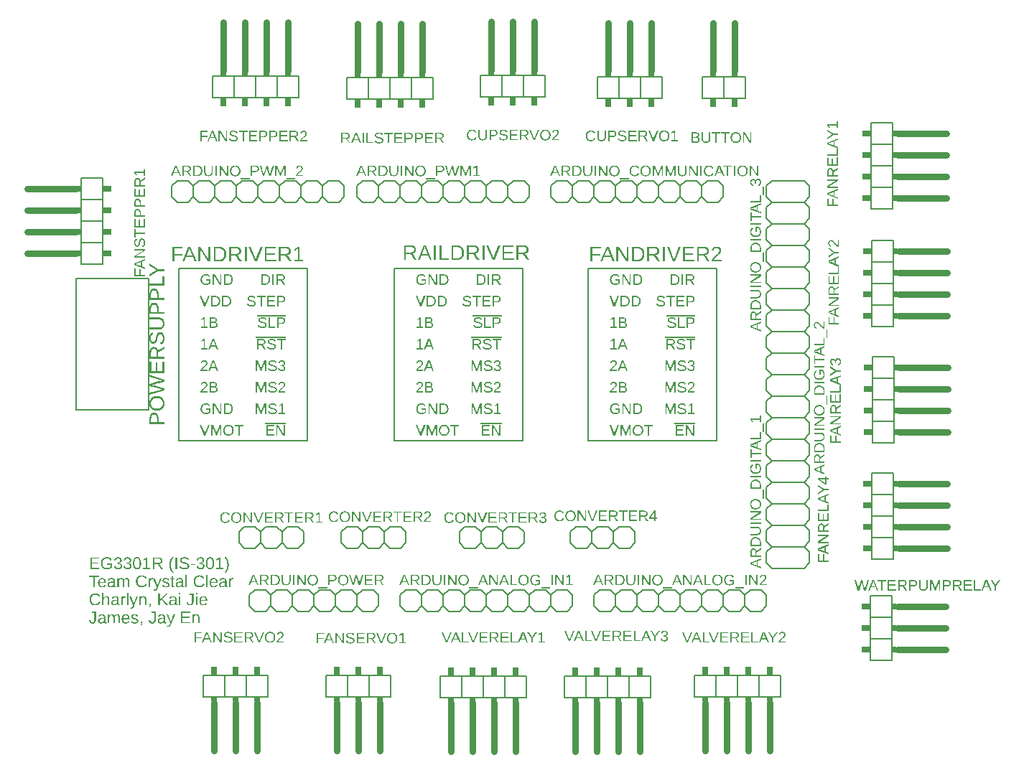
<source format=gbr>
G04 EAGLE Gerber RS-274X export*
G75*
%MOMM*%
%FSLAX34Y34*%
%LPD*%
%INSilkscreen Top*%
%IPPOS*%
%AMOC8*
5,1,8,0,0,1.08239X$1,22.5*%
G01*
G04 Define Apertures*
%ADD10C,0.152400*%
%ADD11C,0.127000*%
%ADD12C,0.762000*%
%ADD13R,0.508000X0.762000*%
%ADD14R,1.016000X0.762000*%
%ADD15R,0.762000X0.508000*%
%ADD16R,0.762000X1.016000*%
G36*
X71938Y155502D02*
X71645Y155510D01*
X71361Y155531D01*
X71086Y155566D01*
X70820Y155616D01*
X70564Y155680D01*
X70317Y155758D01*
X70079Y155850D01*
X69851Y155956D01*
X69632Y156077D01*
X69422Y156211D01*
X69221Y156360D01*
X69030Y156523D01*
X68675Y156892D01*
X68357Y157318D01*
X68076Y157797D01*
X67833Y158329D01*
X67627Y158913D01*
X67459Y159550D01*
X67328Y160238D01*
X67235Y160978D01*
X67179Y161771D01*
X67160Y162616D01*
X67178Y163478D01*
X67233Y164285D01*
X67323Y165036D01*
X67451Y165731D01*
X67614Y166370D01*
X67814Y166954D01*
X68050Y167481D01*
X68323Y167953D01*
X68473Y168168D01*
X68634Y168369D01*
X68806Y168557D01*
X68988Y168730D01*
X69181Y168890D01*
X69384Y169035D01*
X69598Y169167D01*
X69822Y169285D01*
X70057Y169389D01*
X70303Y169479D01*
X70559Y169556D01*
X70825Y169618D01*
X71102Y169666D01*
X71390Y169701D01*
X71688Y169722D01*
X71997Y169729D01*
X72297Y169722D01*
X72588Y169701D01*
X72868Y169666D01*
X73138Y169617D01*
X73399Y169554D01*
X73649Y169476D01*
X73890Y169385D01*
X74120Y169280D01*
X74340Y169161D01*
X74551Y169028D01*
X74751Y168880D01*
X74941Y168719D01*
X75122Y168544D01*
X75292Y168354D01*
X75603Y167933D01*
X75875Y167458D01*
X76111Y166928D01*
X76311Y166344D01*
X76475Y165706D01*
X76602Y165015D01*
X76693Y164269D01*
X76747Y163469D01*
X76765Y162616D01*
X76746Y161775D01*
X76689Y160986D01*
X76593Y160249D01*
X76460Y159562D01*
X76288Y158926D01*
X76078Y158342D01*
X75830Y157809D01*
X75544Y157327D01*
X75220Y156900D01*
X74860Y156529D01*
X74667Y156365D01*
X74464Y156215D01*
X74252Y156080D01*
X74032Y155959D01*
X73802Y155852D01*
X73563Y155759D01*
X73315Y155681D01*
X73057Y155616D01*
X72791Y155567D01*
X72516Y155531D01*
X72232Y155510D01*
X71938Y155502D01*
G37*
%LPC*%
G36*
X71958Y156945D02*
X72335Y156966D01*
X72686Y157032D01*
X73010Y157141D01*
X73309Y157293D01*
X73582Y157489D01*
X73829Y157728D01*
X74049Y158011D01*
X74244Y158338D01*
X74414Y158709D01*
X74561Y159128D01*
X74686Y159593D01*
X74788Y160104D01*
X74868Y160662D01*
X74924Y161267D01*
X74958Y161918D01*
X74970Y162616D01*
X74959Y163338D01*
X74927Y164009D01*
X74873Y164628D01*
X74797Y165196D01*
X74700Y165712D01*
X74581Y166177D01*
X74440Y166591D01*
X74278Y166952D01*
X74091Y167267D01*
X73876Y167540D01*
X73633Y167771D01*
X73362Y167960D01*
X73063Y168107D01*
X72736Y168212D01*
X72380Y168275D01*
X71997Y168296D01*
X71604Y168276D01*
X71240Y168214D01*
X70904Y168110D01*
X70598Y167965D01*
X70319Y167779D01*
X70070Y167551D01*
X69849Y167282D01*
X69657Y166972D01*
X69490Y166614D01*
X69346Y166203D01*
X69223Y165738D01*
X69123Y165221D01*
X69046Y164649D01*
X68990Y164025D01*
X68957Y163347D01*
X68946Y162616D01*
X68957Y161904D01*
X68991Y161243D01*
X69047Y160630D01*
X69126Y160067D01*
X69227Y159553D01*
X69351Y159089D01*
X69498Y158674D01*
X69667Y158308D01*
X69860Y157989D01*
X70080Y157712D01*
X70327Y157477D01*
X70600Y157286D01*
X70900Y157136D01*
X71226Y157030D01*
X71578Y156966D01*
X71958Y156945D01*
G37*
%LPD*%
G36*
X157907Y155502D02*
X157613Y155510D01*
X157329Y155531D01*
X157054Y155566D01*
X156789Y155616D01*
X156533Y155680D01*
X156286Y155758D01*
X156048Y155850D01*
X155819Y155956D01*
X155600Y156077D01*
X155390Y156211D01*
X155190Y156360D01*
X154998Y156523D01*
X154643Y156892D01*
X154326Y157318D01*
X154045Y157797D01*
X153802Y158329D01*
X153596Y158913D01*
X153428Y159550D01*
X153297Y160238D01*
X153203Y160978D01*
X153147Y161771D01*
X153129Y162616D01*
X153147Y163478D01*
X153201Y164285D01*
X153292Y165036D01*
X153419Y165731D01*
X153583Y166370D01*
X153783Y166954D01*
X154019Y167481D01*
X154291Y167953D01*
X154442Y168168D01*
X154603Y168369D01*
X154775Y168557D01*
X154957Y168730D01*
X155150Y168890D01*
X155353Y169035D01*
X155567Y169167D01*
X155791Y169285D01*
X156026Y169389D01*
X156272Y169479D01*
X156528Y169556D01*
X156794Y169618D01*
X157071Y169666D01*
X157359Y169701D01*
X157657Y169722D01*
X157966Y169729D01*
X158266Y169722D01*
X158556Y169701D01*
X158837Y169666D01*
X159107Y169617D01*
X159368Y169554D01*
X159618Y169476D01*
X159858Y169385D01*
X160089Y169280D01*
X160309Y169161D01*
X160519Y169028D01*
X160720Y168880D01*
X160910Y168719D01*
X161090Y168544D01*
X161261Y168354D01*
X161571Y167933D01*
X161844Y167458D01*
X162080Y166928D01*
X162280Y166344D01*
X162443Y165706D01*
X162571Y165015D01*
X162661Y164269D01*
X162716Y163469D01*
X162734Y162616D01*
X162715Y161775D01*
X162658Y160986D01*
X162562Y160249D01*
X162429Y159562D01*
X162257Y158926D01*
X162047Y158342D01*
X161799Y157809D01*
X161513Y157327D01*
X161189Y156900D01*
X160829Y156529D01*
X160636Y156365D01*
X160433Y156215D01*
X160221Y156080D01*
X160000Y155959D01*
X159770Y155852D01*
X159531Y155759D01*
X159283Y155681D01*
X159026Y155616D01*
X158760Y155567D01*
X158485Y155531D01*
X158200Y155510D01*
X157907Y155502D01*
G37*
%LPC*%
G36*
X157926Y156945D02*
X158303Y156966D01*
X158654Y157032D01*
X158979Y157141D01*
X159278Y157293D01*
X159551Y157489D01*
X159797Y157728D01*
X160018Y158011D01*
X160212Y158338D01*
X160383Y158709D01*
X160530Y159128D01*
X160655Y159593D01*
X160757Y160104D01*
X160836Y160662D01*
X160893Y161267D01*
X160927Y161918D01*
X160939Y162616D01*
X160928Y163338D01*
X160895Y164009D01*
X160841Y164628D01*
X160766Y165196D01*
X160668Y165712D01*
X160549Y166177D01*
X160409Y166591D01*
X160247Y166952D01*
X160060Y167267D01*
X159845Y167540D01*
X159602Y167771D01*
X159331Y167960D01*
X159032Y168107D01*
X158704Y168212D01*
X158349Y168275D01*
X157966Y168296D01*
X157573Y168276D01*
X157209Y168214D01*
X156873Y168110D01*
X156566Y167965D01*
X156288Y167779D01*
X156039Y167551D01*
X155818Y167282D01*
X155626Y166972D01*
X155459Y166614D01*
X155314Y166203D01*
X155192Y165738D01*
X155092Y165221D01*
X155014Y164649D01*
X154959Y164025D01*
X154925Y163347D01*
X154914Y162616D01*
X154926Y161904D01*
X154959Y161243D01*
X155016Y160630D01*
X155095Y160067D01*
X155196Y159553D01*
X155320Y159089D01*
X155466Y158674D01*
X155635Y158308D01*
X155829Y157989D01*
X156049Y157712D01*
X156296Y157477D01*
X156569Y157286D01*
X156868Y157136D01*
X157195Y157030D01*
X157547Y156966D01*
X157926Y156945D01*
G37*
%LPD*%
G36*
X92241Y155699D02*
X90367Y155699D01*
X90367Y169523D01*
X96872Y169523D01*
X97439Y169507D01*
X97973Y169458D01*
X98474Y169376D01*
X98941Y169262D01*
X99375Y169115D01*
X99776Y168935D01*
X100143Y168723D01*
X100478Y168478D01*
X100776Y168204D01*
X101034Y167904D01*
X101252Y167579D01*
X101431Y167228D01*
X101570Y166852D01*
X101669Y166450D01*
X101728Y166022D01*
X101748Y165569D01*
X101734Y165191D01*
X101692Y164829D01*
X101622Y164483D01*
X101524Y164151D01*
X101398Y163835D01*
X101243Y163534D01*
X101061Y163249D01*
X100851Y162979D01*
X100615Y162728D01*
X100359Y162502D01*
X100081Y162300D01*
X99957Y162227D01*
X99782Y162123D01*
X99462Y161969D01*
X99120Y161840D01*
X98757Y161735D01*
X98373Y161654D01*
X100044Y159119D01*
X102298Y155699D01*
X100139Y155699D01*
X96548Y161438D01*
X92241Y161438D01*
X92241Y155699D01*
G37*
%LPC*%
G36*
X96764Y162920D02*
X97124Y162931D01*
X97463Y162963D01*
X97781Y163017D01*
X98078Y163093D01*
X98353Y163190D01*
X98608Y163309D01*
X98842Y163449D01*
X99055Y163612D01*
X99245Y163793D01*
X99409Y163992D01*
X99548Y164208D01*
X99662Y164442D01*
X99751Y164693D01*
X99814Y164961D01*
X99852Y165246D01*
X99865Y165549D01*
X99852Y165842D01*
X99813Y166117D01*
X99749Y166374D01*
X99660Y166613D01*
X99544Y166834D01*
X99404Y167037D01*
X99237Y167222D01*
X99045Y167389D01*
X98829Y167537D01*
X98591Y167666D01*
X98329Y167775D01*
X98046Y167864D01*
X97739Y167933D01*
X97411Y167982D01*
X97059Y168012D01*
X96686Y168022D01*
X92241Y168022D01*
X92241Y162920D01*
X96764Y162920D01*
G37*
%LPD*%
G36*
X29093Y91494D02*
X28706Y91508D01*
X28343Y91547D01*
X28005Y91613D01*
X27693Y91705D01*
X27405Y91824D01*
X27141Y91969D01*
X26903Y92140D01*
X26689Y92338D01*
X26501Y92559D01*
X26337Y92799D01*
X26199Y93059D01*
X26086Y93339D01*
X25998Y93638D01*
X25935Y93957D01*
X25897Y94296D01*
X25885Y94654D01*
X25902Y95054D01*
X25953Y95430D01*
X26037Y95782D01*
X26156Y96111D01*
X26308Y96415D01*
X26495Y96696D01*
X26715Y96952D01*
X26969Y97185D01*
X27261Y97393D01*
X27594Y97575D01*
X27969Y97731D01*
X28386Y97862D01*
X28844Y97967D01*
X29343Y98046D01*
X29884Y98099D01*
X30467Y98127D01*
X32851Y98166D01*
X32851Y98745D01*
X32842Y99057D01*
X32817Y99347D01*
X32774Y99613D01*
X32714Y99856D01*
X32636Y100076D01*
X32542Y100274D01*
X32430Y100448D01*
X32301Y100599D01*
X32154Y100730D01*
X31988Y100844D01*
X31801Y100940D01*
X31595Y101019D01*
X31369Y101080D01*
X31124Y101124D01*
X30859Y101150D01*
X30575Y101159D01*
X30288Y101152D01*
X30022Y101133D01*
X29775Y101102D01*
X29549Y101058D01*
X29344Y101001D01*
X29158Y100932D01*
X28993Y100851D01*
X28848Y100756D01*
X28720Y100648D01*
X28605Y100525D01*
X28504Y100387D01*
X28416Y100234D01*
X28342Y100066D01*
X28281Y99883D01*
X28234Y99684D01*
X28200Y99471D01*
X26356Y99638D01*
X26425Y99985D01*
X26521Y100309D01*
X26643Y100611D01*
X26791Y100891D01*
X26966Y101149D01*
X27166Y101384D01*
X27393Y101596D01*
X27646Y101787D01*
X27925Y101954D01*
X28231Y102100D01*
X28562Y102223D01*
X28920Y102324D01*
X29304Y102402D01*
X29715Y102458D01*
X30151Y102492D01*
X30614Y102503D01*
X31099Y102488D01*
X31553Y102445D01*
X31976Y102374D01*
X32368Y102273D01*
X32729Y102144D01*
X33059Y101987D01*
X33358Y101800D01*
X33626Y101585D01*
X33863Y101343D01*
X34068Y101076D01*
X34242Y100782D01*
X34384Y100463D01*
X34494Y100119D01*
X34573Y99749D01*
X34621Y99353D01*
X34637Y98931D01*
X34637Y94359D01*
X34649Y93991D01*
X34688Y93671D01*
X34753Y93400D01*
X34843Y93177D01*
X34900Y93084D01*
X34969Y93003D01*
X35050Y92935D01*
X35142Y92879D01*
X35246Y92836D01*
X35361Y92805D01*
X35489Y92786D01*
X35628Y92780D01*
X35900Y92797D01*
X36206Y92848D01*
X36206Y91749D01*
X35871Y91681D01*
X35532Y91632D01*
X35189Y91602D01*
X34843Y91593D01*
X34606Y91601D01*
X34386Y91625D01*
X34182Y91665D01*
X33995Y91721D01*
X33825Y91794D01*
X33672Y91882D01*
X33535Y91987D01*
X33415Y92108D01*
X33310Y92246D01*
X33216Y92402D01*
X33135Y92576D01*
X33066Y92769D01*
X33008Y92980D01*
X32963Y93209D01*
X32931Y93456D01*
X32910Y93722D01*
X32851Y93722D01*
X32678Y93429D01*
X32499Y93158D01*
X32312Y92909D01*
X32119Y92683D01*
X31918Y92479D01*
X31711Y92297D01*
X31497Y92137D01*
X31276Y92000D01*
X31046Y91881D01*
X30803Y91779D01*
X30548Y91692D01*
X30282Y91621D01*
X30003Y91565D01*
X29712Y91526D01*
X29408Y91502D01*
X29093Y91494D01*
G37*
%LPC*%
G36*
X29495Y92819D02*
X29735Y92826D01*
X29968Y92847D01*
X30194Y92881D01*
X30413Y92929D01*
X30625Y92991D01*
X30831Y93067D01*
X31222Y93260D01*
X31580Y93502D01*
X31898Y93784D01*
X32176Y94108D01*
X32414Y94472D01*
X32605Y94860D01*
X32742Y95253D01*
X32824Y95652D01*
X32844Y95854D01*
X32851Y96057D01*
X32851Y96930D01*
X30918Y96891D01*
X30333Y96867D01*
X29823Y96817D01*
X29388Y96740D01*
X29029Y96636D01*
X28727Y96502D01*
X28462Y96336D01*
X28234Y96139D01*
X28043Y95910D01*
X27893Y95645D01*
X27786Y95343D01*
X27721Y95003D01*
X27700Y94624D01*
X27707Y94415D01*
X27729Y94217D01*
X27765Y94032D01*
X27816Y93859D01*
X27882Y93698D01*
X27962Y93550D01*
X28057Y93414D01*
X28166Y93290D01*
X28289Y93180D01*
X28424Y93084D01*
X28571Y93003D01*
X28731Y92937D01*
X28904Y92885D01*
X29089Y92848D01*
X29286Y92826D01*
X29495Y92819D01*
G37*
%LPD*%
G36*
X40281Y134166D02*
X39893Y134180D01*
X39531Y134219D01*
X39193Y134285D01*
X38880Y134377D01*
X38592Y134496D01*
X38329Y134641D01*
X38090Y134812D01*
X37877Y135010D01*
X37688Y135231D01*
X37525Y135471D01*
X37387Y135731D01*
X37273Y136011D01*
X37185Y136310D01*
X37123Y136629D01*
X37085Y136968D01*
X37072Y137326D01*
X37089Y137726D01*
X37140Y138102D01*
X37225Y138454D01*
X37343Y138783D01*
X37496Y139087D01*
X37682Y139368D01*
X37902Y139624D01*
X38157Y139857D01*
X38448Y140065D01*
X38782Y140247D01*
X39157Y140403D01*
X39573Y140534D01*
X40031Y140639D01*
X40531Y140718D01*
X41072Y140771D01*
X41654Y140799D01*
X44038Y140838D01*
X44038Y141417D01*
X44030Y141729D01*
X44004Y142019D01*
X43961Y142285D01*
X43901Y142528D01*
X43824Y142748D01*
X43729Y142946D01*
X43618Y143120D01*
X43489Y143271D01*
X43342Y143402D01*
X43175Y143516D01*
X42989Y143612D01*
X42783Y143691D01*
X42557Y143752D01*
X42312Y143796D01*
X42047Y143822D01*
X41762Y143831D01*
X41476Y143824D01*
X41209Y143805D01*
X40963Y143774D01*
X40737Y143730D01*
X40531Y143673D01*
X40346Y143604D01*
X40180Y143523D01*
X40035Y143428D01*
X39907Y143320D01*
X39793Y143197D01*
X39691Y143059D01*
X39604Y142906D01*
X39529Y142738D01*
X39469Y142555D01*
X39422Y142356D01*
X39388Y142143D01*
X37543Y142310D01*
X37613Y142657D01*
X37709Y142981D01*
X37831Y143283D01*
X37979Y143563D01*
X38153Y143821D01*
X38354Y144056D01*
X38580Y144268D01*
X38833Y144459D01*
X39113Y144626D01*
X39418Y144772D01*
X39750Y144895D01*
X40108Y144996D01*
X40492Y145074D01*
X40902Y145130D01*
X41339Y145164D01*
X41801Y145175D01*
X42286Y145160D01*
X42740Y145117D01*
X43163Y145046D01*
X43555Y144945D01*
X43916Y144816D01*
X44246Y144659D01*
X44545Y144472D01*
X44814Y144257D01*
X45050Y144015D01*
X45256Y143748D01*
X45429Y143454D01*
X45571Y143135D01*
X45682Y142791D01*
X45761Y142421D01*
X45808Y142025D01*
X45824Y141603D01*
X45824Y137031D01*
X45837Y136663D01*
X45876Y136343D01*
X45940Y136072D01*
X46030Y135849D01*
X46087Y135756D01*
X46156Y135675D01*
X46237Y135607D01*
X46329Y135551D01*
X46433Y135508D01*
X46549Y135477D01*
X46676Y135458D01*
X46815Y135452D01*
X47087Y135469D01*
X47394Y135520D01*
X47394Y134421D01*
X47059Y134353D01*
X46719Y134304D01*
X46377Y134274D01*
X46030Y134265D01*
X45793Y134273D01*
X45573Y134297D01*
X45369Y134337D01*
X45183Y134393D01*
X45013Y134466D01*
X44859Y134554D01*
X44723Y134659D01*
X44603Y134780D01*
X44497Y134918D01*
X44404Y135074D01*
X44322Y135248D01*
X44253Y135441D01*
X44196Y135652D01*
X44151Y135881D01*
X44118Y136128D01*
X44097Y136394D01*
X44038Y136394D01*
X43866Y136101D01*
X43686Y135830D01*
X43500Y135581D01*
X43306Y135355D01*
X43106Y135151D01*
X42899Y134969D01*
X42685Y134809D01*
X42464Y134672D01*
X42233Y134553D01*
X41991Y134451D01*
X41736Y134364D01*
X41469Y134293D01*
X41190Y134237D01*
X40899Y134198D01*
X40596Y134174D01*
X40281Y134166D01*
G37*
%LPC*%
G36*
X40683Y135491D02*
X40922Y135498D01*
X41155Y135519D01*
X41381Y135553D01*
X41600Y135601D01*
X41813Y135663D01*
X42019Y135739D01*
X42410Y135932D01*
X42768Y136174D01*
X43086Y136456D01*
X43364Y136780D01*
X43602Y137144D01*
X43793Y137532D01*
X43929Y137925D01*
X44011Y138324D01*
X44032Y138526D01*
X44038Y138729D01*
X44038Y139602D01*
X42106Y139563D01*
X41520Y139539D01*
X41010Y139489D01*
X40576Y139412D01*
X40217Y139308D01*
X39914Y139174D01*
X39649Y139008D01*
X39421Y138811D01*
X39231Y138582D01*
X39081Y138317D01*
X38973Y138015D01*
X38909Y137675D01*
X38887Y137296D01*
X38895Y137087D01*
X38917Y136889D01*
X38953Y136704D01*
X39004Y136531D01*
X39069Y136370D01*
X39150Y136222D01*
X39244Y136086D01*
X39353Y135962D01*
X39476Y135852D01*
X39611Y135756D01*
X39759Y135675D01*
X39919Y135609D01*
X40091Y135557D01*
X40276Y135520D01*
X40473Y135498D01*
X40683Y135491D01*
G37*
%LPD*%
G36*
X44718Y112830D02*
X44331Y112844D01*
X43968Y112883D01*
X43630Y112949D01*
X43318Y113041D01*
X43030Y113160D01*
X42766Y113305D01*
X42528Y113476D01*
X42314Y113674D01*
X42126Y113895D01*
X41962Y114135D01*
X41824Y114395D01*
X41711Y114675D01*
X41623Y114974D01*
X41560Y115293D01*
X41522Y115632D01*
X41510Y115990D01*
X41527Y116390D01*
X41578Y116766D01*
X41662Y117118D01*
X41781Y117447D01*
X41933Y117751D01*
X42120Y118032D01*
X42340Y118288D01*
X42594Y118521D01*
X42886Y118729D01*
X43219Y118911D01*
X43594Y119067D01*
X44011Y119198D01*
X44469Y119303D01*
X44968Y119382D01*
X45509Y119435D01*
X46092Y119463D01*
X48476Y119502D01*
X48476Y120081D01*
X48467Y120393D01*
X48442Y120683D01*
X48399Y120949D01*
X48339Y121192D01*
X48261Y121412D01*
X48167Y121610D01*
X48055Y121784D01*
X47926Y121935D01*
X47779Y122066D01*
X47613Y122180D01*
X47426Y122276D01*
X47220Y122355D01*
X46994Y122416D01*
X46749Y122460D01*
X46484Y122486D01*
X46200Y122495D01*
X45913Y122488D01*
X45647Y122469D01*
X45400Y122438D01*
X45174Y122394D01*
X44969Y122337D01*
X44783Y122268D01*
X44618Y122187D01*
X44473Y122092D01*
X44345Y121984D01*
X44230Y121861D01*
X44129Y121723D01*
X44041Y121570D01*
X43967Y121402D01*
X43906Y121219D01*
X43859Y121020D01*
X43825Y120807D01*
X41981Y120974D01*
X42050Y121321D01*
X42146Y121645D01*
X42268Y121947D01*
X42416Y122227D01*
X42591Y122485D01*
X42791Y122720D01*
X43018Y122932D01*
X43271Y123123D01*
X43550Y123290D01*
X43856Y123436D01*
X44187Y123559D01*
X44545Y123660D01*
X44929Y123738D01*
X45340Y123794D01*
X45776Y123828D01*
X46239Y123839D01*
X46724Y123824D01*
X47178Y123781D01*
X47601Y123710D01*
X47993Y123609D01*
X48354Y123480D01*
X48684Y123323D01*
X48983Y123136D01*
X49251Y122921D01*
X49488Y122679D01*
X49693Y122412D01*
X49867Y122118D01*
X50009Y121799D01*
X50119Y121455D01*
X50198Y121085D01*
X50246Y120689D01*
X50262Y120267D01*
X50262Y115695D01*
X50274Y115327D01*
X50313Y115007D01*
X50378Y114736D01*
X50468Y114513D01*
X50525Y114420D01*
X50594Y114339D01*
X50675Y114271D01*
X50767Y114215D01*
X50871Y114172D01*
X50986Y114141D01*
X51114Y114122D01*
X51253Y114116D01*
X51525Y114133D01*
X51831Y114184D01*
X51831Y113085D01*
X51496Y113017D01*
X51157Y112968D01*
X50814Y112938D01*
X50468Y112929D01*
X50231Y112937D01*
X50011Y112961D01*
X49807Y113001D01*
X49620Y113057D01*
X49450Y113130D01*
X49297Y113218D01*
X49160Y113323D01*
X49040Y113444D01*
X48935Y113582D01*
X48841Y113738D01*
X48760Y113912D01*
X48691Y114105D01*
X48633Y114316D01*
X48588Y114545D01*
X48556Y114792D01*
X48535Y115058D01*
X48476Y115058D01*
X48303Y114765D01*
X48124Y114494D01*
X47937Y114245D01*
X47744Y114019D01*
X47543Y113815D01*
X47336Y113633D01*
X47122Y113473D01*
X46901Y113336D01*
X46671Y113217D01*
X46428Y113115D01*
X46173Y113028D01*
X45907Y112957D01*
X45628Y112901D01*
X45337Y112862D01*
X45033Y112838D01*
X44718Y112830D01*
G37*
%LPC*%
G36*
X45120Y114155D02*
X45360Y114162D01*
X45593Y114183D01*
X45819Y114217D01*
X46038Y114265D01*
X46250Y114327D01*
X46456Y114403D01*
X46847Y114596D01*
X47205Y114838D01*
X47523Y115120D01*
X47801Y115444D01*
X48039Y115808D01*
X48230Y116196D01*
X48367Y116589D01*
X48449Y116988D01*
X48469Y117190D01*
X48476Y117393D01*
X48476Y118266D01*
X46543Y118227D01*
X45958Y118203D01*
X45448Y118153D01*
X45013Y118076D01*
X44654Y117972D01*
X44352Y117838D01*
X44087Y117672D01*
X43859Y117475D01*
X43668Y117246D01*
X43518Y116981D01*
X43411Y116679D01*
X43346Y116339D01*
X43325Y115960D01*
X43332Y115751D01*
X43354Y115553D01*
X43390Y115368D01*
X43441Y115195D01*
X43507Y115034D01*
X43587Y114886D01*
X43682Y114750D01*
X43791Y114626D01*
X43914Y114516D01*
X44049Y114420D01*
X44196Y114339D01*
X44356Y114273D01*
X44529Y114221D01*
X44714Y114184D01*
X44911Y114162D01*
X45120Y114155D01*
G37*
%LPD*%
G36*
X99437Y91494D02*
X99050Y91508D01*
X98687Y91547D01*
X98349Y91613D01*
X98036Y91705D01*
X97748Y91824D01*
X97485Y91969D01*
X97247Y92140D01*
X97033Y92338D01*
X96845Y92559D01*
X96681Y92799D01*
X96543Y93059D01*
X96430Y93339D01*
X96342Y93638D01*
X96279Y93957D01*
X96241Y94296D01*
X96229Y94654D01*
X96246Y95054D01*
X96296Y95430D01*
X96381Y95782D01*
X96500Y96111D01*
X96652Y96415D01*
X96838Y96696D01*
X97059Y96952D01*
X97313Y97185D01*
X97605Y97393D01*
X97938Y97575D01*
X98313Y97731D01*
X98729Y97862D01*
X99187Y97967D01*
X99687Y98046D01*
X100228Y98099D01*
X100811Y98127D01*
X103195Y98166D01*
X103195Y98745D01*
X103186Y99057D01*
X103160Y99347D01*
X103117Y99613D01*
X103057Y99856D01*
X102980Y100076D01*
X102886Y100274D01*
X102774Y100448D01*
X102645Y100599D01*
X102498Y100730D01*
X102331Y100844D01*
X102145Y100940D01*
X101939Y101019D01*
X101713Y101080D01*
X101468Y101124D01*
X101203Y101150D01*
X100918Y101159D01*
X100632Y101152D01*
X100365Y101133D01*
X100119Y101102D01*
X99893Y101058D01*
X99687Y101001D01*
X99502Y100932D01*
X99337Y100851D01*
X99192Y100756D01*
X99063Y100648D01*
X98949Y100525D01*
X98848Y100387D01*
X98760Y100234D01*
X98686Y100066D01*
X98625Y99883D01*
X98578Y99684D01*
X98544Y99471D01*
X96700Y99638D01*
X96769Y99985D01*
X96865Y100309D01*
X96987Y100611D01*
X97135Y100891D01*
X97309Y101149D01*
X97510Y101384D01*
X97737Y101596D01*
X97990Y101787D01*
X98269Y101954D01*
X98574Y102100D01*
X98906Y102223D01*
X99264Y102324D01*
X99648Y102402D01*
X100058Y102458D01*
X100495Y102492D01*
X100958Y102503D01*
X101443Y102488D01*
X101897Y102445D01*
X102319Y102374D01*
X102711Y102273D01*
X103073Y102144D01*
X103403Y101987D01*
X103702Y101800D01*
X103970Y101585D01*
X104207Y101343D01*
X104412Y101076D01*
X104586Y100782D01*
X104728Y100463D01*
X104838Y100119D01*
X104917Y99749D01*
X104965Y99353D01*
X104980Y98931D01*
X104980Y94359D01*
X104993Y93991D01*
X105032Y93671D01*
X105096Y93400D01*
X105186Y93177D01*
X105244Y93084D01*
X105313Y93003D01*
X105393Y92935D01*
X105486Y92879D01*
X105590Y92836D01*
X105705Y92805D01*
X105832Y92786D01*
X105971Y92780D01*
X106244Y92797D01*
X106550Y92848D01*
X106550Y91749D01*
X106215Y91681D01*
X105876Y91632D01*
X105533Y91602D01*
X105186Y91593D01*
X104949Y91601D01*
X104729Y91625D01*
X104526Y91665D01*
X104339Y91721D01*
X104169Y91794D01*
X104015Y91882D01*
X103879Y91987D01*
X103759Y92108D01*
X103653Y92246D01*
X103560Y92402D01*
X103479Y92576D01*
X103409Y92769D01*
X103352Y92980D01*
X103307Y93209D01*
X103274Y93456D01*
X103254Y93722D01*
X103195Y93722D01*
X103022Y93429D01*
X102842Y93158D01*
X102656Y92909D01*
X102463Y92683D01*
X102262Y92479D01*
X102055Y92297D01*
X101841Y92137D01*
X101620Y92000D01*
X101389Y91881D01*
X101147Y91779D01*
X100892Y91692D01*
X100625Y91621D01*
X100346Y91565D01*
X100055Y91526D01*
X99752Y91502D01*
X99437Y91494D01*
G37*
%LPC*%
G36*
X99839Y92819D02*
X100079Y92826D01*
X100311Y92847D01*
X100537Y92881D01*
X100757Y92929D01*
X100969Y92991D01*
X101175Y93067D01*
X101566Y93260D01*
X101924Y93502D01*
X102242Y93784D01*
X102520Y94108D01*
X102758Y94472D01*
X102949Y94860D01*
X103086Y95253D01*
X103167Y95652D01*
X103188Y95854D01*
X103195Y96057D01*
X103195Y96930D01*
X101262Y96891D01*
X100677Y96867D01*
X100167Y96817D01*
X99732Y96740D01*
X99373Y96636D01*
X99071Y96502D01*
X98805Y96336D01*
X98578Y96139D01*
X98387Y95910D01*
X98237Y95645D01*
X98130Y95343D01*
X98065Y95003D01*
X98044Y94624D01*
X98051Y94415D01*
X98073Y94217D01*
X98109Y94032D01*
X98160Y93859D01*
X98226Y93698D01*
X98306Y93550D01*
X98401Y93414D01*
X98510Y93290D01*
X98632Y93180D01*
X98768Y93084D01*
X98915Y93003D01*
X99075Y92937D01*
X99248Y92885D01*
X99432Y92848D01*
X99630Y92826D01*
X99839Y92819D01*
G37*
%LPD*%
G36*
X112843Y112830D02*
X112456Y112844D01*
X112093Y112883D01*
X111755Y112949D01*
X111443Y113041D01*
X111155Y113160D01*
X110891Y113305D01*
X110653Y113476D01*
X110439Y113674D01*
X110251Y113895D01*
X110087Y114135D01*
X109949Y114395D01*
X109836Y114675D01*
X109748Y114974D01*
X109685Y115293D01*
X109647Y115632D01*
X109635Y115990D01*
X109652Y116390D01*
X109703Y116766D01*
X109787Y117118D01*
X109906Y117447D01*
X110058Y117751D01*
X110245Y118032D01*
X110465Y118288D01*
X110719Y118521D01*
X111011Y118729D01*
X111344Y118911D01*
X111719Y119067D01*
X112136Y119198D01*
X112594Y119303D01*
X113093Y119382D01*
X113634Y119435D01*
X114217Y119463D01*
X116601Y119502D01*
X116601Y120081D01*
X116592Y120393D01*
X116567Y120683D01*
X116524Y120949D01*
X116464Y121192D01*
X116386Y121412D01*
X116292Y121610D01*
X116180Y121784D01*
X116051Y121935D01*
X115904Y122066D01*
X115738Y122180D01*
X115551Y122276D01*
X115345Y122355D01*
X115119Y122416D01*
X114874Y122460D01*
X114609Y122486D01*
X114325Y122495D01*
X114038Y122488D01*
X113772Y122469D01*
X113525Y122438D01*
X113299Y122394D01*
X113094Y122337D01*
X112908Y122268D01*
X112743Y122187D01*
X112598Y122092D01*
X112470Y121984D01*
X112355Y121861D01*
X112254Y121723D01*
X112166Y121570D01*
X112092Y121402D01*
X112031Y121219D01*
X111984Y121020D01*
X111950Y120807D01*
X110106Y120974D01*
X110175Y121321D01*
X110271Y121645D01*
X110393Y121947D01*
X110541Y122227D01*
X110716Y122485D01*
X110916Y122720D01*
X111143Y122932D01*
X111396Y123123D01*
X111675Y123290D01*
X111981Y123436D01*
X112312Y123559D01*
X112670Y123660D01*
X113054Y123738D01*
X113465Y123794D01*
X113901Y123828D01*
X114364Y123839D01*
X114849Y123824D01*
X115303Y123781D01*
X115726Y123710D01*
X116118Y123609D01*
X116479Y123480D01*
X116809Y123323D01*
X117108Y123136D01*
X117376Y122921D01*
X117613Y122679D01*
X117818Y122412D01*
X117992Y122118D01*
X118134Y121799D01*
X118244Y121455D01*
X118323Y121085D01*
X118371Y120689D01*
X118387Y120267D01*
X118387Y115695D01*
X118399Y115327D01*
X118438Y115007D01*
X118503Y114736D01*
X118593Y114513D01*
X118650Y114420D01*
X118719Y114339D01*
X118800Y114271D01*
X118892Y114215D01*
X118996Y114172D01*
X119111Y114141D01*
X119239Y114122D01*
X119378Y114116D01*
X119650Y114133D01*
X119956Y114184D01*
X119956Y113085D01*
X119621Y113017D01*
X119282Y112968D01*
X118939Y112938D01*
X118593Y112929D01*
X118356Y112937D01*
X118136Y112961D01*
X117932Y113001D01*
X117745Y113057D01*
X117575Y113130D01*
X117422Y113218D01*
X117285Y113323D01*
X117165Y113444D01*
X117060Y113582D01*
X116966Y113738D01*
X116885Y113912D01*
X116816Y114105D01*
X116758Y114316D01*
X116713Y114545D01*
X116681Y114792D01*
X116660Y115058D01*
X116601Y115058D01*
X116428Y114765D01*
X116249Y114494D01*
X116062Y114245D01*
X115869Y114019D01*
X115668Y113815D01*
X115461Y113633D01*
X115247Y113473D01*
X115026Y113336D01*
X114796Y113217D01*
X114553Y113115D01*
X114298Y113028D01*
X114032Y112957D01*
X113753Y112901D01*
X113462Y112862D01*
X113158Y112838D01*
X112843Y112830D01*
G37*
%LPC*%
G36*
X113245Y114155D02*
X113485Y114162D01*
X113718Y114183D01*
X113944Y114217D01*
X114163Y114265D01*
X114375Y114327D01*
X114581Y114403D01*
X114972Y114596D01*
X115330Y114838D01*
X115648Y115120D01*
X115926Y115444D01*
X116164Y115808D01*
X116355Y116196D01*
X116492Y116589D01*
X116574Y116988D01*
X116594Y117190D01*
X116601Y117393D01*
X116601Y118266D01*
X114668Y118227D01*
X114083Y118203D01*
X113573Y118153D01*
X113138Y118076D01*
X112779Y117972D01*
X112477Y117838D01*
X112212Y117672D01*
X111984Y117475D01*
X111793Y117246D01*
X111643Y116981D01*
X111536Y116679D01*
X111471Y116339D01*
X111450Y115960D01*
X111457Y115751D01*
X111479Y115553D01*
X111515Y115368D01*
X111566Y115195D01*
X111632Y115034D01*
X111712Y114886D01*
X111807Y114750D01*
X111916Y114626D01*
X112039Y114516D01*
X112174Y114420D01*
X112321Y114339D01*
X112481Y114273D01*
X112654Y114221D01*
X112839Y114184D01*
X113036Y114162D01*
X113245Y114155D01*
G37*
%LPD*%
G36*
X120656Y134166D02*
X120268Y134180D01*
X119906Y134219D01*
X119568Y134285D01*
X119255Y134377D01*
X118967Y134496D01*
X118704Y134641D01*
X118465Y134812D01*
X118252Y135010D01*
X118063Y135231D01*
X117900Y135471D01*
X117762Y135731D01*
X117648Y136011D01*
X117560Y136310D01*
X117498Y136629D01*
X117460Y136968D01*
X117447Y137326D01*
X117464Y137726D01*
X117515Y138102D01*
X117600Y138454D01*
X117718Y138783D01*
X117871Y139087D01*
X118057Y139368D01*
X118277Y139624D01*
X118532Y139857D01*
X118823Y140065D01*
X119157Y140247D01*
X119532Y140403D01*
X119948Y140534D01*
X120406Y140639D01*
X120906Y140718D01*
X121447Y140771D01*
X122029Y140799D01*
X124413Y140838D01*
X124413Y141417D01*
X124405Y141729D01*
X124379Y142019D01*
X124336Y142285D01*
X124276Y142528D01*
X124199Y142748D01*
X124104Y142946D01*
X123993Y143120D01*
X123864Y143271D01*
X123717Y143402D01*
X123550Y143516D01*
X123364Y143612D01*
X123158Y143691D01*
X122932Y143752D01*
X122687Y143796D01*
X122422Y143822D01*
X122137Y143831D01*
X121851Y143824D01*
X121584Y143805D01*
X121338Y143774D01*
X121112Y143730D01*
X120906Y143673D01*
X120721Y143604D01*
X120555Y143523D01*
X120410Y143428D01*
X120282Y143320D01*
X120168Y143197D01*
X120066Y143059D01*
X119979Y142906D01*
X119904Y142738D01*
X119844Y142555D01*
X119797Y142356D01*
X119763Y142143D01*
X117918Y142310D01*
X117988Y142657D01*
X118084Y142981D01*
X118206Y143283D01*
X118354Y143563D01*
X118528Y143821D01*
X118729Y144056D01*
X118955Y144268D01*
X119208Y144459D01*
X119488Y144626D01*
X119793Y144772D01*
X120125Y144895D01*
X120483Y144996D01*
X120867Y145074D01*
X121277Y145130D01*
X121714Y145164D01*
X122176Y145175D01*
X122661Y145160D01*
X123115Y145117D01*
X123538Y145046D01*
X123930Y144945D01*
X124291Y144816D01*
X124621Y144659D01*
X124920Y144472D01*
X125189Y144257D01*
X125425Y144015D01*
X125631Y143748D01*
X125804Y143454D01*
X125946Y143135D01*
X126057Y142791D01*
X126136Y142421D01*
X126183Y142025D01*
X126199Y141603D01*
X126199Y137031D01*
X126212Y136663D01*
X126251Y136343D01*
X126315Y136072D01*
X126405Y135849D01*
X126462Y135756D01*
X126531Y135675D01*
X126612Y135607D01*
X126704Y135551D01*
X126808Y135508D01*
X126924Y135477D01*
X127051Y135458D01*
X127190Y135452D01*
X127462Y135469D01*
X127769Y135520D01*
X127769Y134421D01*
X127434Y134353D01*
X127094Y134304D01*
X126752Y134274D01*
X126405Y134265D01*
X126168Y134273D01*
X125948Y134297D01*
X125744Y134337D01*
X125558Y134393D01*
X125388Y134466D01*
X125234Y134554D01*
X125098Y134659D01*
X124978Y134780D01*
X124872Y134918D01*
X124779Y135074D01*
X124697Y135248D01*
X124628Y135441D01*
X124571Y135652D01*
X124526Y135881D01*
X124493Y136128D01*
X124472Y136394D01*
X124413Y136394D01*
X124241Y136101D01*
X124061Y135830D01*
X123875Y135581D01*
X123681Y135355D01*
X123481Y135151D01*
X123274Y134969D01*
X123060Y134809D01*
X122839Y134672D01*
X122608Y134553D01*
X122366Y134451D01*
X122111Y134364D01*
X121844Y134293D01*
X121565Y134237D01*
X121274Y134198D01*
X120971Y134174D01*
X120656Y134166D01*
G37*
%LPC*%
G36*
X121058Y135491D02*
X121297Y135498D01*
X121530Y135519D01*
X121756Y135553D01*
X121975Y135601D01*
X122188Y135663D01*
X122394Y135739D01*
X122785Y135932D01*
X123143Y136174D01*
X123461Y136456D01*
X123739Y136780D01*
X123977Y137144D01*
X124168Y137532D01*
X124304Y137925D01*
X124386Y138324D01*
X124407Y138526D01*
X124413Y138729D01*
X124413Y139602D01*
X122481Y139563D01*
X121895Y139539D01*
X121385Y139489D01*
X120951Y139412D01*
X120592Y139308D01*
X120289Y139174D01*
X120024Y139008D01*
X119796Y138811D01*
X119606Y138582D01*
X119456Y138317D01*
X119348Y138015D01*
X119284Y137675D01*
X119262Y137296D01*
X119270Y137087D01*
X119292Y136889D01*
X119328Y136704D01*
X119379Y136531D01*
X119444Y136370D01*
X119525Y136222D01*
X119619Y136086D01*
X119728Y135962D01*
X119851Y135852D01*
X119986Y135756D01*
X120134Y135675D01*
X120294Y135609D01*
X120466Y135557D01*
X120651Y135520D01*
X120848Y135498D01*
X121058Y135491D01*
G37*
%LPD*%
G36*
X171999Y134166D02*
X171612Y134180D01*
X171249Y134219D01*
X170912Y134285D01*
X170599Y134377D01*
X170311Y134496D01*
X170048Y134641D01*
X169809Y134812D01*
X169596Y135010D01*
X169407Y135231D01*
X169244Y135471D01*
X169105Y135731D01*
X168992Y136011D01*
X168904Y136310D01*
X168841Y136629D01*
X168804Y136968D01*
X168791Y137326D01*
X168808Y137726D01*
X168859Y138102D01*
X168944Y138454D01*
X169062Y138783D01*
X169215Y139087D01*
X169401Y139368D01*
X169621Y139624D01*
X169875Y139857D01*
X170167Y140065D01*
X170500Y140247D01*
X170875Y140403D01*
X171292Y140534D01*
X171750Y140639D01*
X172249Y140718D01*
X172790Y140771D01*
X173373Y140799D01*
X175757Y140838D01*
X175757Y141417D01*
X175749Y141729D01*
X175723Y142019D01*
X175680Y142285D01*
X175620Y142528D01*
X175543Y142748D01*
X175448Y142946D01*
X175337Y143120D01*
X175208Y143271D01*
X175061Y143402D01*
X174894Y143516D01*
X174707Y143612D01*
X174501Y143691D01*
X174276Y143752D01*
X174030Y143796D01*
X173765Y143822D01*
X173481Y143831D01*
X173194Y143824D01*
X172928Y143805D01*
X172682Y143774D01*
X172456Y143730D01*
X172250Y143673D01*
X172064Y143604D01*
X171899Y143523D01*
X171754Y143428D01*
X171626Y143320D01*
X171511Y143197D01*
X171410Y143059D01*
X171322Y142906D01*
X171248Y142738D01*
X171188Y142555D01*
X171140Y142356D01*
X171107Y142143D01*
X169262Y142310D01*
X169332Y142657D01*
X169427Y142981D01*
X169549Y143283D01*
X169697Y143563D01*
X169872Y143821D01*
X170072Y144056D01*
X170299Y144268D01*
X170552Y144459D01*
X170831Y144626D01*
X171137Y144772D01*
X171469Y144895D01*
X171826Y144996D01*
X172211Y145074D01*
X172621Y145130D01*
X173057Y145164D01*
X173520Y145175D01*
X174005Y145160D01*
X174459Y145117D01*
X174882Y145046D01*
X175274Y144945D01*
X175635Y144816D01*
X175965Y144659D01*
X176264Y144472D01*
X176532Y144257D01*
X176769Y144015D01*
X176974Y143748D01*
X177148Y143454D01*
X177290Y143135D01*
X177401Y142791D01*
X177480Y142421D01*
X177527Y142025D01*
X177543Y141603D01*
X177543Y137031D01*
X177556Y136663D01*
X177594Y136343D01*
X177659Y136072D01*
X177749Y135849D01*
X177806Y135756D01*
X177875Y135675D01*
X177956Y135607D01*
X178048Y135551D01*
X178152Y135508D01*
X178268Y135477D01*
X178395Y135458D01*
X178534Y135452D01*
X178806Y135469D01*
X179113Y135520D01*
X179113Y134421D01*
X178777Y134353D01*
X178438Y134304D01*
X178095Y134274D01*
X177749Y134265D01*
X177512Y134273D01*
X177292Y134297D01*
X177088Y134337D01*
X176901Y134393D01*
X176731Y134466D01*
X176578Y134554D01*
X176441Y134659D01*
X176321Y134780D01*
X176216Y134918D01*
X176122Y135074D01*
X176041Y135248D01*
X175972Y135441D01*
X175915Y135652D01*
X175870Y135881D01*
X175837Y136128D01*
X175816Y136394D01*
X175757Y136394D01*
X175584Y136101D01*
X175405Y135830D01*
X175218Y135581D01*
X175025Y135355D01*
X174825Y135151D01*
X174618Y134969D01*
X174403Y134809D01*
X174182Y134672D01*
X173952Y134553D01*
X173709Y134451D01*
X173455Y134364D01*
X173188Y134293D01*
X172909Y134237D01*
X172618Y134198D01*
X172315Y134174D01*
X171999Y134166D01*
G37*
%LPC*%
G36*
X172402Y135491D02*
X172641Y135498D01*
X172874Y135519D01*
X173100Y135553D01*
X173319Y135601D01*
X173532Y135663D01*
X173737Y135739D01*
X174128Y135932D01*
X174486Y136174D01*
X174804Y136456D01*
X175082Y136780D01*
X175321Y137144D01*
X175512Y137532D01*
X175648Y137925D01*
X175730Y138324D01*
X175750Y138526D01*
X175757Y138729D01*
X175757Y139602D01*
X173824Y139563D01*
X173239Y139539D01*
X172729Y139489D01*
X172295Y139412D01*
X171936Y139308D01*
X171633Y139174D01*
X171368Y139008D01*
X171140Y138811D01*
X170950Y138582D01*
X170799Y138317D01*
X170692Y138015D01*
X170628Y137675D01*
X170606Y137296D01*
X170613Y137087D01*
X170635Y136889D01*
X170672Y136704D01*
X170723Y136531D01*
X170788Y136370D01*
X170868Y136222D01*
X170963Y136086D01*
X171072Y135962D01*
X171195Y135852D01*
X171330Y135756D01*
X171478Y135675D01*
X171638Y135609D01*
X171810Y135557D01*
X171995Y135520D01*
X172192Y135498D01*
X172402Y135491D01*
G37*
%LPD*%
G36*
X36352Y155502D02*
X35819Y155516D01*
X35305Y155556D01*
X34810Y155624D01*
X34333Y155718D01*
X33875Y155840D01*
X33436Y155988D01*
X33015Y156163D01*
X32614Y156366D01*
X32233Y156594D01*
X31875Y156845D01*
X31540Y157120D01*
X31229Y157419D01*
X30941Y157742D01*
X30675Y158089D01*
X30433Y158459D01*
X30215Y158853D01*
X30020Y159268D01*
X29852Y159701D01*
X29709Y160152D01*
X29593Y160620D01*
X29502Y161107D01*
X29437Y161612D01*
X29399Y162134D01*
X29386Y162675D01*
X29393Y163089D01*
X29414Y163492D01*
X29449Y163883D01*
X29498Y164262D01*
X29562Y164629D01*
X29639Y164985D01*
X29731Y165328D01*
X29837Y165660D01*
X29957Y165979D01*
X30091Y166287D01*
X30239Y166583D01*
X30401Y166867D01*
X30577Y167139D01*
X30768Y167399D01*
X30972Y167648D01*
X31191Y167884D01*
X31422Y168108D01*
X31665Y168317D01*
X31919Y168511D01*
X32185Y168691D01*
X32462Y168857D01*
X32750Y169008D01*
X33050Y169145D01*
X33362Y169268D01*
X33684Y169376D01*
X34019Y169470D01*
X34364Y169549D01*
X34721Y169614D01*
X35090Y169664D01*
X35469Y169700D01*
X35861Y169722D01*
X36263Y169729D01*
X36824Y169717D01*
X37357Y169680D01*
X37864Y169620D01*
X38343Y169535D01*
X38796Y169426D01*
X39222Y169293D01*
X39620Y169135D01*
X39992Y168954D01*
X40340Y168745D01*
X40667Y168508D01*
X40974Y168241D01*
X41260Y167946D01*
X41525Y167621D01*
X41771Y167267D01*
X41995Y166884D01*
X42199Y166472D01*
X40414Y165942D01*
X40259Y166226D01*
X40091Y166491D01*
X39909Y166735D01*
X39713Y166960D01*
X39503Y167164D01*
X39279Y167349D01*
X39042Y167514D01*
X38790Y167659D01*
X38523Y167785D01*
X38241Y167895D01*
X37942Y167988D01*
X37628Y168063D01*
X37299Y168122D01*
X36953Y168165D01*
X36592Y168190D01*
X36214Y168198D01*
X35633Y168176D01*
X35088Y168108D01*
X34577Y167995D01*
X34102Y167837D01*
X33663Y167633D01*
X33258Y167384D01*
X32889Y167090D01*
X32555Y166751D01*
X32258Y166371D01*
X32001Y165954D01*
X31783Y165500D01*
X31605Y165008D01*
X31467Y164480D01*
X31368Y163915D01*
X31309Y163313D01*
X31289Y162675D01*
X31310Y162037D01*
X31373Y161434D01*
X31478Y160865D01*
X31625Y160331D01*
X31814Y159831D01*
X32045Y159366D01*
X32318Y158935D01*
X32633Y158539D01*
X32985Y158184D01*
X33370Y157876D01*
X33786Y157615D01*
X34235Y157402D01*
X34716Y157236D01*
X35229Y157118D01*
X35774Y157047D01*
X36352Y157023D01*
X36687Y157030D01*
X37017Y157049D01*
X37342Y157081D01*
X37660Y157126D01*
X38281Y157255D01*
X38878Y157435D01*
X39436Y157660D01*
X39939Y157921D01*
X40386Y158219D01*
X40777Y158554D01*
X40777Y161046D01*
X36646Y161046D01*
X36646Y162616D01*
X42503Y162616D01*
X42503Y157847D01*
X42221Y157576D01*
X41923Y157320D01*
X41610Y157080D01*
X41281Y156855D01*
X40936Y156647D01*
X40576Y156454D01*
X40201Y156277D01*
X39810Y156116D01*
X39407Y155972D01*
X38996Y155847D01*
X38576Y155742D01*
X38148Y155656D01*
X37712Y155589D01*
X37267Y155541D01*
X36813Y155512D01*
X36352Y155502D01*
G37*
G36*
X39368Y91691D02*
X37612Y91691D01*
X37612Y100040D01*
X37597Y101534D01*
X37579Y102010D01*
X37553Y102307D01*
X39221Y102307D01*
X39241Y102042D01*
X39265Y101546D01*
X39300Y100491D01*
X39329Y100491D01*
X39624Y101013D01*
X39779Y101241D01*
X39940Y101448D01*
X40105Y101634D01*
X40276Y101798D01*
X40453Y101940D01*
X40634Y102061D01*
X40823Y102165D01*
X41022Y102254D01*
X41231Y102330D01*
X41451Y102392D01*
X41680Y102441D01*
X41920Y102475D01*
X42170Y102496D01*
X42429Y102503D01*
X42723Y102495D01*
X43001Y102473D01*
X43263Y102435D01*
X43510Y102383D01*
X43740Y102315D01*
X43955Y102232D01*
X44154Y102135D01*
X44338Y102022D01*
X44506Y101893D01*
X44662Y101746D01*
X44804Y101581D01*
X44933Y101399D01*
X45048Y101199D01*
X45150Y100981D01*
X45239Y100745D01*
X45314Y100491D01*
X45343Y100491D01*
X45632Y100989D01*
X45788Y101209D01*
X45950Y101411D01*
X46120Y101594D01*
X46297Y101759D01*
X46481Y101905D01*
X46673Y102032D01*
X46873Y102142D01*
X47083Y102238D01*
X47304Y102319D01*
X47535Y102385D01*
X47776Y102437D01*
X48028Y102473D01*
X48289Y102495D01*
X48561Y102503D01*
X48950Y102489D01*
X49311Y102448D01*
X49645Y102380D01*
X49951Y102284D01*
X50230Y102162D01*
X50481Y102012D01*
X50705Y101834D01*
X50902Y101630D01*
X51073Y101394D01*
X51221Y101123D01*
X51347Y100817D01*
X51450Y100477D01*
X51530Y100101D01*
X51587Y99691D01*
X51621Y99245D01*
X51632Y98765D01*
X51632Y91691D01*
X49886Y91691D01*
X49886Y98421D01*
X49879Y98791D01*
X49860Y99132D01*
X49827Y99443D01*
X49781Y99724D01*
X49721Y99975D01*
X49649Y100196D01*
X49563Y100388D01*
X49464Y100550D01*
X49348Y100688D01*
X49211Y100808D01*
X49053Y100909D01*
X48873Y100992D01*
X48672Y101056D01*
X48451Y101102D01*
X48208Y101130D01*
X47943Y101139D01*
X47662Y101126D01*
X47397Y101085D01*
X47148Y101018D01*
X46914Y100924D01*
X46697Y100804D01*
X46496Y100656D01*
X46312Y100482D01*
X46143Y100281D01*
X45992Y100055D01*
X45862Y99806D01*
X45751Y99535D01*
X45661Y99242D01*
X45591Y98926D01*
X45541Y98587D01*
X45510Y98226D01*
X45500Y97842D01*
X45500Y91691D01*
X43754Y91691D01*
X43754Y98421D01*
X43747Y98791D01*
X43728Y99132D01*
X43695Y99443D01*
X43648Y99724D01*
X43589Y99975D01*
X43517Y100196D01*
X43431Y100388D01*
X43332Y100550D01*
X43216Y100688D01*
X43079Y100808D01*
X42920Y100909D01*
X42741Y100992D01*
X42540Y101056D01*
X42318Y101102D01*
X42075Y101130D01*
X41811Y101139D01*
X41537Y101126D01*
X41277Y101085D01*
X41031Y101018D01*
X40801Y100923D01*
X40585Y100802D01*
X40384Y100653D01*
X40197Y100478D01*
X40026Y100276D01*
X39872Y100049D01*
X39738Y99800D01*
X39625Y99529D01*
X39533Y99236D01*
X39461Y98920D01*
X39409Y98583D01*
X39378Y98224D01*
X39368Y97842D01*
X39368Y91691D01*
G37*
G36*
X50524Y134363D02*
X48768Y134363D01*
X48768Y142712D01*
X48754Y144206D01*
X48735Y144682D01*
X48709Y144979D01*
X50377Y144979D01*
X50397Y144714D01*
X50421Y144218D01*
X50456Y143163D01*
X50485Y143163D01*
X50780Y143685D01*
X50935Y143913D01*
X51096Y144120D01*
X51262Y144306D01*
X51433Y144470D01*
X51609Y144612D01*
X51790Y144733D01*
X51979Y144837D01*
X52178Y144926D01*
X52388Y145002D01*
X52607Y145064D01*
X52836Y145113D01*
X53076Y145147D01*
X53326Y145168D01*
X53586Y145175D01*
X53879Y145167D01*
X54157Y145145D01*
X54420Y145107D01*
X54666Y145055D01*
X54897Y144987D01*
X55112Y144904D01*
X55311Y144807D01*
X55494Y144694D01*
X55663Y144565D01*
X55818Y144418D01*
X55960Y144253D01*
X56089Y144071D01*
X56204Y143871D01*
X56306Y143653D01*
X56395Y143417D01*
X56470Y143163D01*
X56500Y143163D01*
X56789Y143661D01*
X56944Y143881D01*
X57107Y144083D01*
X57276Y144266D01*
X57453Y144431D01*
X57638Y144577D01*
X57829Y144704D01*
X58029Y144814D01*
X58240Y144910D01*
X58460Y144991D01*
X58691Y145057D01*
X58932Y145109D01*
X59184Y145145D01*
X59446Y145167D01*
X59718Y145175D01*
X60106Y145161D01*
X60467Y145120D01*
X60801Y145052D01*
X61107Y144956D01*
X61386Y144834D01*
X61637Y144684D01*
X61861Y144506D01*
X62058Y144302D01*
X62229Y144066D01*
X62378Y143795D01*
X62503Y143489D01*
X62606Y143149D01*
X62686Y142773D01*
X62743Y142363D01*
X62777Y141917D01*
X62789Y141437D01*
X62789Y134363D01*
X61042Y134363D01*
X61042Y141093D01*
X61036Y141463D01*
X61016Y141804D01*
X60983Y142115D01*
X60937Y142396D01*
X60877Y142647D01*
X60805Y142868D01*
X60719Y143060D01*
X60620Y143222D01*
X60504Y143360D01*
X60367Y143480D01*
X60209Y143581D01*
X60029Y143664D01*
X59829Y143728D01*
X59607Y143774D01*
X59364Y143802D01*
X59100Y143811D01*
X58818Y143798D01*
X58553Y143757D01*
X58304Y143690D01*
X58071Y143596D01*
X57854Y143476D01*
X57653Y143328D01*
X57468Y143154D01*
X57299Y142953D01*
X57149Y142727D01*
X57018Y142478D01*
X56908Y142207D01*
X56817Y141914D01*
X56747Y141598D01*
X56697Y141259D01*
X56667Y140898D01*
X56657Y140514D01*
X56657Y134363D01*
X54910Y134363D01*
X54910Y141093D01*
X54904Y141463D01*
X54884Y141804D01*
X54851Y142115D01*
X54805Y142396D01*
X54745Y142647D01*
X54673Y142868D01*
X54587Y143060D01*
X54488Y143222D01*
X54372Y143360D01*
X54235Y143480D01*
X54077Y143581D01*
X53897Y143664D01*
X53696Y143728D01*
X53475Y143774D01*
X53232Y143802D01*
X52967Y143811D01*
X52693Y143798D01*
X52433Y143757D01*
X52187Y143690D01*
X51957Y143595D01*
X51741Y143474D01*
X51540Y143325D01*
X51354Y143150D01*
X51182Y142948D01*
X51028Y142721D01*
X50894Y142472D01*
X50781Y142201D01*
X50689Y141908D01*
X50617Y141592D01*
X50566Y141255D01*
X50535Y140896D01*
X50524Y140514D01*
X50524Y134363D01*
G37*
G36*
X27539Y155699D02*
X16648Y155699D01*
X16648Y169523D01*
X27137Y169523D01*
X27137Y167992D01*
X18522Y167992D01*
X18522Y163558D01*
X26548Y163558D01*
X26548Y162047D01*
X18522Y162047D01*
X18522Y157229D01*
X27539Y157229D01*
X27539Y155699D01*
G37*
G36*
X134726Y91691D02*
X123836Y91691D01*
X123836Y105515D01*
X134324Y105515D01*
X134324Y103984D01*
X125710Y103984D01*
X125710Y99550D01*
X133736Y99550D01*
X133736Y98039D01*
X125710Y98039D01*
X125710Y93221D01*
X134726Y93221D01*
X134726Y91691D01*
G37*
G36*
X30702Y134166D02*
X30131Y134188D01*
X29595Y134254D01*
X29094Y134364D01*
X28628Y134517D01*
X28198Y134714D01*
X27802Y134956D01*
X27442Y135241D01*
X27116Y135569D01*
X26828Y135941D01*
X26577Y136356D01*
X26366Y136813D01*
X26193Y137313D01*
X26058Y137856D01*
X25962Y138441D01*
X25904Y139069D01*
X25885Y139739D01*
X25904Y140377D01*
X25962Y140977D01*
X26058Y141539D01*
X26193Y142062D01*
X26366Y142547D01*
X26577Y142994D01*
X26828Y143402D01*
X27116Y143772D01*
X27440Y144101D01*
X27798Y144386D01*
X28188Y144627D01*
X28611Y144824D01*
X29067Y144977D01*
X29556Y145087D01*
X30079Y145153D01*
X30634Y145175D01*
X31200Y145153D01*
X31730Y145087D01*
X32224Y144976D01*
X32681Y144822D01*
X33102Y144624D01*
X33485Y144381D01*
X33833Y144095D01*
X34144Y143764D01*
X34418Y143390D01*
X34655Y142971D01*
X34857Y142508D01*
X35021Y142001D01*
X35149Y141450D01*
X35240Y140855D01*
X35295Y140216D01*
X35314Y139533D01*
X35314Y139298D01*
X27739Y139298D01*
X27751Y138855D01*
X27786Y138437D01*
X27845Y138046D01*
X27928Y137681D01*
X28034Y137342D01*
X28164Y137029D01*
X28318Y136743D01*
X28495Y136482D01*
X28694Y136250D01*
X28916Y136048D01*
X29159Y135878D01*
X29424Y135739D01*
X29711Y135630D01*
X30020Y135553D01*
X30350Y135506D01*
X30702Y135491D01*
X30982Y135498D01*
X31248Y135520D01*
X31499Y135556D01*
X31736Y135606D01*
X31959Y135671D01*
X32168Y135750D01*
X32362Y135844D01*
X32542Y135952D01*
X32860Y136198D01*
X33122Y136475D01*
X33328Y136782D01*
X33411Y136947D01*
X33479Y137120D01*
X35029Y136678D01*
X34901Y136374D01*
X34753Y136089D01*
X34587Y135825D01*
X34402Y135579D01*
X34198Y135354D01*
X33974Y135148D01*
X33732Y134961D01*
X33472Y134794D01*
X33192Y134647D01*
X32893Y134520D01*
X32575Y134412D01*
X32238Y134323D01*
X31883Y134255D01*
X31508Y134206D01*
X31115Y134176D01*
X30702Y134166D01*
G37*
%LPC*%
G36*
X33489Y140652D02*
X33443Y141057D01*
X33380Y141434D01*
X33300Y141782D01*
X33202Y142103D01*
X33086Y142394D01*
X32953Y142658D01*
X32803Y142893D01*
X32635Y143100D01*
X32449Y143280D01*
X32243Y143437D01*
X32018Y143569D01*
X31774Y143677D01*
X31511Y143762D01*
X31228Y143822D01*
X30926Y143858D01*
X30604Y143870D01*
X30291Y143856D01*
X29995Y143816D01*
X29715Y143749D01*
X29453Y143655D01*
X29206Y143535D01*
X28977Y143387D01*
X28764Y143213D01*
X28568Y143011D01*
X28391Y142787D01*
X28236Y142542D01*
X28103Y142277D01*
X27991Y141992D01*
X27900Y141687D01*
X27831Y141362D01*
X27784Y141017D01*
X27759Y140652D01*
X33489Y140652D01*
G37*
%LPD*%
G36*
X58608Y91494D02*
X58037Y91516D01*
X57501Y91582D01*
X57000Y91692D01*
X56535Y91845D01*
X56104Y92042D01*
X55708Y92284D01*
X55348Y92569D01*
X55022Y92897D01*
X54734Y93269D01*
X54484Y93684D01*
X54272Y94141D01*
X54099Y94641D01*
X53964Y95184D01*
X53868Y95769D01*
X53810Y96397D01*
X53791Y97067D01*
X53810Y97705D01*
X53868Y98305D01*
X53964Y98867D01*
X54099Y99390D01*
X54272Y99875D01*
X54484Y100322D01*
X54734Y100730D01*
X55022Y101100D01*
X55347Y101429D01*
X55704Y101714D01*
X56094Y101955D01*
X56517Y102152D01*
X56974Y102305D01*
X57463Y102415D01*
X57985Y102481D01*
X58540Y102503D01*
X59107Y102481D01*
X59637Y102415D01*
X60130Y102304D01*
X60587Y102150D01*
X61008Y101952D01*
X61392Y101709D01*
X61739Y101423D01*
X62050Y101092D01*
X62324Y100718D01*
X62562Y100299D01*
X62763Y99836D01*
X62927Y99329D01*
X63055Y98778D01*
X63147Y98183D01*
X63202Y97544D01*
X63220Y96861D01*
X63220Y96626D01*
X55645Y96626D01*
X55657Y96183D01*
X55693Y95765D01*
X55752Y95374D01*
X55834Y95009D01*
X55941Y94670D01*
X56070Y94357D01*
X56224Y94071D01*
X56401Y93810D01*
X56601Y93578D01*
X56822Y93376D01*
X57065Y93206D01*
X57331Y93067D01*
X57617Y92958D01*
X57926Y92881D01*
X58256Y92834D01*
X58608Y92819D01*
X58888Y92826D01*
X59154Y92848D01*
X59405Y92884D01*
X59642Y92934D01*
X59865Y92999D01*
X60074Y93078D01*
X60268Y93172D01*
X60448Y93280D01*
X60766Y93526D01*
X61028Y93803D01*
X61235Y94110D01*
X61317Y94275D01*
X61385Y94448D01*
X62935Y94006D01*
X62807Y93702D01*
X62660Y93417D01*
X62493Y93153D01*
X62308Y92907D01*
X62104Y92682D01*
X61881Y92476D01*
X61639Y92289D01*
X61378Y92122D01*
X61098Y91975D01*
X60799Y91848D01*
X60481Y91740D01*
X60145Y91651D01*
X59789Y91583D01*
X59414Y91534D01*
X59021Y91504D01*
X58608Y91494D01*
G37*
%LPC*%
G36*
X61395Y97980D02*
X61349Y98385D01*
X61286Y98762D01*
X61206Y99110D01*
X61108Y99431D01*
X60993Y99722D01*
X60860Y99986D01*
X60709Y100221D01*
X60541Y100428D01*
X60355Y100608D01*
X60149Y100765D01*
X59925Y100897D01*
X59680Y101005D01*
X59417Y101090D01*
X59134Y101150D01*
X58832Y101186D01*
X58510Y101198D01*
X58197Y101184D01*
X57901Y101144D01*
X57622Y101077D01*
X57359Y100983D01*
X57113Y100863D01*
X56883Y100715D01*
X56671Y100541D01*
X56475Y100339D01*
X56298Y100115D01*
X56142Y99870D01*
X56009Y99605D01*
X55897Y99320D01*
X55806Y99015D01*
X55738Y98690D01*
X55691Y98345D01*
X55665Y97980D01*
X61395Y97980D01*
G37*
%LPD*%
G36*
X150202Y112830D02*
X149631Y112852D01*
X149095Y112918D01*
X148594Y113028D01*
X148128Y113181D01*
X147698Y113378D01*
X147302Y113620D01*
X146942Y113905D01*
X146616Y114233D01*
X146328Y114605D01*
X146077Y115020D01*
X145866Y115477D01*
X145693Y115977D01*
X145558Y116520D01*
X145462Y117105D01*
X145404Y117733D01*
X145385Y118403D01*
X145404Y119041D01*
X145462Y119641D01*
X145558Y120203D01*
X145693Y120726D01*
X145866Y121211D01*
X146077Y121658D01*
X146328Y122066D01*
X146616Y122436D01*
X146940Y122765D01*
X147298Y123050D01*
X147688Y123291D01*
X148111Y123488D01*
X148567Y123641D01*
X149056Y123751D01*
X149579Y123817D01*
X150134Y123839D01*
X150700Y123817D01*
X151230Y123751D01*
X151724Y123640D01*
X152181Y123486D01*
X152602Y123288D01*
X152985Y123045D01*
X153333Y122759D01*
X153644Y122428D01*
X153918Y122054D01*
X154155Y121635D01*
X154357Y121172D01*
X154521Y120665D01*
X154649Y120114D01*
X154740Y119519D01*
X154795Y118880D01*
X154814Y118197D01*
X154814Y117962D01*
X147239Y117962D01*
X147251Y117519D01*
X147286Y117101D01*
X147345Y116710D01*
X147428Y116345D01*
X147534Y116006D01*
X147664Y115693D01*
X147818Y115407D01*
X147995Y115146D01*
X148194Y114914D01*
X148416Y114712D01*
X148659Y114542D01*
X148924Y114403D01*
X149211Y114294D01*
X149520Y114217D01*
X149850Y114170D01*
X150202Y114155D01*
X150482Y114162D01*
X150748Y114184D01*
X150999Y114220D01*
X151236Y114270D01*
X151459Y114335D01*
X151668Y114414D01*
X151862Y114508D01*
X152042Y114616D01*
X152360Y114862D01*
X152622Y115139D01*
X152828Y115446D01*
X152911Y115611D01*
X152979Y115784D01*
X154529Y115342D01*
X154401Y115038D01*
X154253Y114753D01*
X154087Y114489D01*
X153902Y114243D01*
X153698Y114018D01*
X153474Y113812D01*
X153232Y113625D01*
X152972Y113458D01*
X152692Y113311D01*
X152393Y113184D01*
X152075Y113076D01*
X151738Y112987D01*
X151383Y112919D01*
X151008Y112870D01*
X150615Y112840D01*
X150202Y112830D01*
G37*
%LPC*%
G36*
X152989Y119316D02*
X152943Y119721D01*
X152880Y120098D01*
X152800Y120446D01*
X152702Y120767D01*
X152586Y121058D01*
X152453Y121322D01*
X152303Y121557D01*
X152135Y121764D01*
X151949Y121944D01*
X151743Y122101D01*
X151518Y122233D01*
X151274Y122341D01*
X151011Y122426D01*
X150728Y122486D01*
X150426Y122522D01*
X150104Y122534D01*
X149791Y122520D01*
X149495Y122480D01*
X149215Y122413D01*
X148953Y122319D01*
X148706Y122199D01*
X148477Y122051D01*
X148264Y121877D01*
X148068Y121675D01*
X147891Y121451D01*
X147736Y121206D01*
X147603Y120941D01*
X147491Y120656D01*
X147400Y120351D01*
X147331Y120026D01*
X147284Y119681D01*
X147259Y119316D01*
X152989Y119316D01*
G37*
%LPD*%
G36*
X162452Y134166D02*
X161881Y134188D01*
X161345Y134254D01*
X160844Y134364D01*
X160378Y134517D01*
X159948Y134714D01*
X159552Y134956D01*
X159192Y135241D01*
X158866Y135569D01*
X158578Y135941D01*
X158327Y136356D01*
X158116Y136813D01*
X157943Y137313D01*
X157808Y137856D01*
X157712Y138441D01*
X157654Y139069D01*
X157635Y139739D01*
X157654Y140377D01*
X157712Y140977D01*
X157808Y141539D01*
X157943Y142062D01*
X158116Y142547D01*
X158327Y142994D01*
X158578Y143402D01*
X158866Y143772D01*
X159190Y144101D01*
X159548Y144386D01*
X159938Y144627D01*
X160361Y144824D01*
X160817Y144977D01*
X161306Y145087D01*
X161829Y145153D01*
X162384Y145175D01*
X162950Y145153D01*
X163480Y145087D01*
X163974Y144976D01*
X164431Y144822D01*
X164852Y144624D01*
X165235Y144381D01*
X165583Y144095D01*
X165894Y143764D01*
X166168Y143390D01*
X166405Y142971D01*
X166607Y142508D01*
X166771Y142001D01*
X166899Y141450D01*
X166990Y140855D01*
X167045Y140216D01*
X167064Y139533D01*
X167064Y139298D01*
X159489Y139298D01*
X159501Y138855D01*
X159536Y138437D01*
X159595Y138046D01*
X159678Y137681D01*
X159784Y137342D01*
X159914Y137029D01*
X160068Y136743D01*
X160245Y136482D01*
X160444Y136250D01*
X160666Y136048D01*
X160909Y135878D01*
X161174Y135739D01*
X161461Y135630D01*
X161770Y135553D01*
X162100Y135506D01*
X162452Y135491D01*
X162732Y135498D01*
X162998Y135520D01*
X163249Y135556D01*
X163486Y135606D01*
X163709Y135671D01*
X163918Y135750D01*
X164112Y135844D01*
X164292Y135952D01*
X164610Y136198D01*
X164872Y136475D01*
X165078Y136782D01*
X165161Y136947D01*
X165229Y137120D01*
X166779Y136678D01*
X166651Y136374D01*
X166503Y136089D01*
X166337Y135825D01*
X166152Y135579D01*
X165948Y135354D01*
X165724Y135148D01*
X165482Y134961D01*
X165222Y134794D01*
X164942Y134647D01*
X164643Y134520D01*
X164325Y134412D01*
X163988Y134323D01*
X163633Y134255D01*
X163258Y134206D01*
X162865Y134176D01*
X162452Y134166D01*
G37*
%LPC*%
G36*
X165239Y140652D02*
X165193Y141057D01*
X165130Y141434D01*
X165050Y141782D01*
X164952Y142103D01*
X164836Y142394D01*
X164703Y142658D01*
X164553Y142893D01*
X164385Y143100D01*
X164199Y143280D01*
X163993Y143437D01*
X163768Y143569D01*
X163524Y143677D01*
X163261Y143762D01*
X162978Y143822D01*
X162676Y143858D01*
X162354Y143870D01*
X162041Y143856D01*
X161745Y143816D01*
X161465Y143749D01*
X161203Y143655D01*
X160956Y143535D01*
X160727Y143387D01*
X160514Y143213D01*
X160318Y143011D01*
X160141Y142787D01*
X159986Y142542D01*
X159853Y142277D01*
X159741Y141992D01*
X159650Y141687D01*
X159581Y141362D01*
X159534Y141017D01*
X159509Y140652D01*
X165239Y140652D01*
G37*
%LPD*%
G36*
X127864Y155502D02*
X127249Y155516D01*
X126667Y155557D01*
X126118Y155626D01*
X125603Y155722D01*
X125120Y155845D01*
X124671Y155996D01*
X124256Y156175D01*
X123873Y156381D01*
X123523Y156614D01*
X123207Y156874D01*
X122924Y157163D01*
X122674Y157478D01*
X122457Y157821D01*
X122274Y158192D01*
X122123Y158590D01*
X122006Y159015D01*
X123821Y159378D01*
X123911Y159077D01*
X124022Y158796D01*
X124156Y158536D01*
X124312Y158297D01*
X124490Y158079D01*
X124690Y157881D01*
X124912Y157704D01*
X125156Y157548D01*
X125422Y157411D01*
X125712Y157293D01*
X126024Y157192D01*
X126360Y157110D01*
X126719Y157046D01*
X127100Y157001D01*
X127505Y156973D01*
X127932Y156964D01*
X128373Y156974D01*
X128788Y157003D01*
X129177Y157052D01*
X129540Y157120D01*
X129877Y157208D01*
X130189Y157315D01*
X130474Y157441D01*
X130733Y157587D01*
X130965Y157752D01*
X131165Y157935D01*
X131334Y158137D01*
X131473Y158356D01*
X131581Y158594D01*
X131658Y158850D01*
X131704Y159125D01*
X131719Y159417D01*
X131700Y159740D01*
X131642Y160030D01*
X131546Y160289D01*
X131410Y160516D01*
X131240Y160718D01*
X131039Y160901D01*
X130806Y161066D01*
X130542Y161213D01*
X130249Y161344D01*
X129929Y161465D01*
X129582Y161575D01*
X129208Y161674D01*
X127491Y162076D01*
X126721Y162258D01*
X126050Y162439D01*
X125477Y162621D01*
X125004Y162802D01*
X124602Y162989D01*
X124244Y163186D01*
X123932Y163394D01*
X123664Y163612D01*
X123433Y163844D01*
X123231Y164096D01*
X123058Y164367D01*
X122914Y164656D01*
X122800Y164967D01*
X122719Y165299D01*
X122670Y165654D01*
X122654Y166030D01*
X122675Y166461D01*
X122739Y166867D01*
X122845Y167247D01*
X122993Y167602D01*
X123185Y167932D01*
X123418Y168236D01*
X123694Y168514D01*
X124013Y168767D01*
X124371Y168993D01*
X124765Y169188D01*
X125197Y169353D01*
X125665Y169489D01*
X126169Y169594D01*
X126710Y169669D01*
X127288Y169714D01*
X127903Y169729D01*
X128474Y169718D01*
X129011Y169684D01*
X129513Y169628D01*
X129980Y169549D01*
X130413Y169447D01*
X130811Y169323D01*
X131175Y169177D01*
X131504Y169008D01*
X131804Y168812D01*
X132080Y168584D01*
X132333Y168324D01*
X132563Y168033D01*
X132770Y167710D01*
X132953Y167355D01*
X133113Y166968D01*
X133250Y166550D01*
X131406Y166226D01*
X131321Y166492D01*
X131219Y166738D01*
X131100Y166966D01*
X130964Y167174D01*
X130811Y167364D01*
X130640Y167535D01*
X130453Y167687D01*
X130248Y167821D01*
X130024Y167937D01*
X129780Y168037D01*
X129515Y168123D01*
X129230Y168192D01*
X128924Y168246D01*
X128598Y168285D01*
X128251Y168308D01*
X127883Y168316D01*
X127481Y168308D01*
X127103Y168282D01*
X126750Y168239D01*
X126421Y168179D01*
X126117Y168101D01*
X125838Y168007D01*
X125582Y167895D01*
X125352Y167767D01*
X125147Y167621D01*
X124970Y167458D01*
X124820Y167279D01*
X124697Y167082D01*
X124601Y166869D01*
X124533Y166639D01*
X124492Y166392D01*
X124479Y166128D01*
X124500Y165823D01*
X124563Y165546D01*
X124669Y165296D01*
X124817Y165073D01*
X125005Y164873D01*
X125230Y164688D01*
X125493Y164520D01*
X125793Y164367D01*
X126191Y164214D01*
X126748Y164044D01*
X127462Y163858D01*
X128335Y163656D01*
X129605Y163356D01*
X130224Y163190D01*
X130817Y162993D01*
X131377Y162764D01*
X131901Y162498D01*
X132145Y162348D01*
X132373Y162182D01*
X132584Y161999D01*
X132779Y161801D01*
X132955Y161586D01*
X133111Y161352D01*
X133247Y161100D01*
X133363Y160830D01*
X133455Y160538D01*
X133521Y160222D01*
X133561Y159881D01*
X133574Y159515D01*
X133550Y159050D01*
X133480Y158613D01*
X133363Y158202D01*
X133200Y157818D01*
X132989Y157461D01*
X132732Y157131D01*
X132428Y156828D01*
X132078Y156552D01*
X131684Y156306D01*
X131253Y156093D01*
X130784Y155912D01*
X130276Y155765D01*
X129730Y155650D01*
X129146Y155568D01*
X128524Y155519D01*
X127864Y155502D01*
G37*
G36*
X98897Y113027D02*
X97023Y113027D01*
X97023Y126851D01*
X98897Y126851D01*
X98897Y119924D01*
X105559Y126851D01*
X107767Y126851D01*
X101880Y120846D01*
X108552Y113027D01*
X106226Y113027D01*
X100703Y119698D01*
X98897Y118325D01*
X98897Y113027D01*
G37*
G36*
X22761Y112830D02*
X22247Y112844D01*
X21751Y112885D01*
X21273Y112953D01*
X20812Y113047D01*
X20369Y113170D01*
X19943Y113319D01*
X19536Y113495D01*
X19145Y113699D01*
X18775Y113927D01*
X18428Y114179D01*
X18103Y114455D01*
X17801Y114753D01*
X17522Y115075D01*
X17265Y115421D01*
X17031Y115789D01*
X16820Y116181D01*
X16633Y116594D01*
X16470Y117025D01*
X16333Y117475D01*
X16220Y117943D01*
X16133Y118430D01*
X16070Y118936D01*
X16033Y119460D01*
X16020Y120003D01*
X16027Y120410D01*
X16048Y120807D01*
X16083Y121192D01*
X16132Y121566D01*
X16195Y121929D01*
X16271Y122281D01*
X16362Y122621D01*
X16467Y122951D01*
X16585Y123269D01*
X16718Y123576D01*
X16864Y123872D01*
X17025Y124156D01*
X17199Y124430D01*
X17388Y124692D01*
X17590Y124943D01*
X17806Y125183D01*
X18035Y125410D01*
X18274Y125622D01*
X18524Y125820D01*
X18785Y126003D01*
X19056Y126171D01*
X19338Y126325D01*
X19631Y126464D01*
X19935Y126588D01*
X20250Y126698D01*
X20575Y126793D01*
X20911Y126874D01*
X21257Y126940D01*
X21615Y126991D01*
X21983Y127028D01*
X22361Y127050D01*
X22751Y127057D01*
X23292Y127043D01*
X23809Y127003D01*
X24305Y126936D01*
X24777Y126841D01*
X25227Y126720D01*
X25654Y126571D01*
X26058Y126396D01*
X26440Y126194D01*
X26798Y125965D01*
X27132Y125710D01*
X27441Y125429D01*
X27725Y125122D01*
X27985Y124789D01*
X28221Y124429D01*
X28432Y124044D01*
X28618Y123633D01*
X26842Y123044D01*
X26713Y123337D01*
X26565Y123612D01*
X26400Y123869D01*
X26216Y124109D01*
X26013Y124330D01*
X25793Y124534D01*
X25554Y124720D01*
X25297Y124889D01*
X25025Y125038D01*
X24740Y125168D01*
X24443Y125277D01*
X24133Y125367D01*
X23811Y125437D01*
X23477Y125486D01*
X23130Y125516D01*
X22771Y125526D01*
X22213Y125503D01*
X21686Y125434D01*
X21192Y125319D01*
X20730Y125157D01*
X20299Y124950D01*
X19901Y124696D01*
X19534Y124396D01*
X19199Y124050D01*
X18900Y123663D01*
X18641Y123243D01*
X18422Y122788D01*
X18243Y122300D01*
X18103Y121777D01*
X18004Y121219D01*
X17944Y120628D01*
X17924Y120003D01*
X17945Y119383D01*
X18007Y118794D01*
X18111Y118237D01*
X18256Y117710D01*
X18443Y117215D01*
X18672Y116751D01*
X18942Y116318D01*
X19253Y115916D01*
X19600Y115554D01*
X19977Y115240D01*
X20382Y114974D01*
X20817Y114757D01*
X21281Y114588D01*
X21774Y114467D01*
X22297Y114395D01*
X22569Y114377D01*
X22849Y114371D01*
X23207Y114382D01*
X23553Y114416D01*
X23887Y114472D01*
X24211Y114550D01*
X24523Y114652D01*
X24824Y114775D01*
X25114Y114921D01*
X25393Y115089D01*
X25660Y115280D01*
X25916Y115494D01*
X26161Y115730D01*
X26394Y115988D01*
X26616Y116269D01*
X26827Y116572D01*
X27027Y116897D01*
X27215Y117246D01*
X28746Y116480D01*
X28522Y116047D01*
X28276Y115641D01*
X28008Y115261D01*
X27719Y114908D01*
X27409Y114582D01*
X27076Y114282D01*
X26722Y114009D01*
X26347Y113762D01*
X25953Y113544D01*
X25543Y113355D01*
X25118Y113194D01*
X24678Y113063D01*
X24222Y112962D01*
X23750Y112889D01*
X23263Y112845D01*
X22761Y112830D01*
G37*
G36*
X77448Y134166D02*
X76935Y134180D01*
X76439Y134221D01*
X75960Y134289D01*
X75500Y134383D01*
X75056Y134506D01*
X74631Y134655D01*
X74223Y134831D01*
X73833Y135035D01*
X73463Y135263D01*
X73115Y135515D01*
X72791Y135791D01*
X72489Y136089D01*
X72209Y136411D01*
X71953Y136757D01*
X71719Y137125D01*
X71508Y137517D01*
X71320Y137930D01*
X71158Y138361D01*
X71020Y138811D01*
X70908Y139279D01*
X70820Y139766D01*
X70758Y140272D01*
X70720Y140796D01*
X70708Y141339D01*
X70715Y141746D01*
X70736Y142143D01*
X70771Y142528D01*
X70819Y142902D01*
X70882Y143265D01*
X70959Y143617D01*
X71050Y143957D01*
X71154Y144287D01*
X71273Y144605D01*
X71405Y144912D01*
X71552Y145208D01*
X71712Y145492D01*
X71887Y145766D01*
X72075Y146028D01*
X72277Y146279D01*
X72494Y146519D01*
X72722Y146746D01*
X72961Y146958D01*
X73211Y147156D01*
X73472Y147339D01*
X73744Y147507D01*
X74026Y147661D01*
X74319Y147800D01*
X74623Y147924D01*
X74937Y148034D01*
X75262Y148129D01*
X75598Y148210D01*
X75945Y148276D01*
X76302Y148327D01*
X76670Y148364D01*
X77049Y148386D01*
X77439Y148393D01*
X77979Y148379D01*
X78497Y148339D01*
X78992Y148272D01*
X79465Y148177D01*
X79914Y148056D01*
X80341Y147907D01*
X80746Y147732D01*
X81128Y147530D01*
X81486Y147301D01*
X81819Y147046D01*
X82128Y146765D01*
X82413Y146458D01*
X82673Y146125D01*
X82908Y145765D01*
X83119Y145380D01*
X83306Y144969D01*
X81530Y144380D01*
X81401Y144673D01*
X81253Y144948D01*
X81087Y145205D01*
X80903Y145445D01*
X80701Y145666D01*
X80480Y145870D01*
X80242Y146056D01*
X79985Y146225D01*
X79712Y146374D01*
X79427Y146504D01*
X79130Y146613D01*
X78821Y146703D01*
X78499Y146773D01*
X78164Y146822D01*
X77817Y146852D01*
X77458Y146862D01*
X76900Y146839D01*
X76374Y146770D01*
X75880Y146655D01*
X75417Y146493D01*
X74987Y146286D01*
X74588Y146032D01*
X74222Y145732D01*
X73887Y145386D01*
X73588Y144999D01*
X73329Y144579D01*
X73110Y144124D01*
X72930Y143636D01*
X72791Y143113D01*
X72691Y142555D01*
X72631Y141964D01*
X72611Y141339D01*
X72632Y140719D01*
X72694Y140130D01*
X72798Y139573D01*
X72944Y139046D01*
X73131Y138551D01*
X73359Y138087D01*
X73629Y137654D01*
X73941Y137252D01*
X74288Y136890D01*
X74664Y136576D01*
X75070Y136310D01*
X75504Y136093D01*
X75969Y135924D01*
X76462Y135803D01*
X76985Y135731D01*
X77257Y135713D01*
X77537Y135707D01*
X77894Y135718D01*
X78240Y135752D01*
X78575Y135808D01*
X78899Y135886D01*
X79211Y135988D01*
X79512Y136111D01*
X79802Y136257D01*
X80080Y136425D01*
X80347Y136616D01*
X80603Y136830D01*
X80848Y137066D01*
X81082Y137324D01*
X81304Y137605D01*
X81515Y137908D01*
X81714Y138233D01*
X81903Y138582D01*
X83433Y137816D01*
X83209Y137383D01*
X82963Y136977D01*
X82696Y136597D01*
X82407Y136244D01*
X82096Y135918D01*
X81764Y135618D01*
X81410Y135345D01*
X81034Y135098D01*
X80640Y134880D01*
X80231Y134691D01*
X79806Y134530D01*
X79365Y134399D01*
X78909Y134298D01*
X78438Y134225D01*
X77951Y134181D01*
X77448Y134166D01*
G37*
G36*
X145573Y134166D02*
X145060Y134180D01*
X144564Y134221D01*
X144085Y134289D01*
X143625Y134383D01*
X143181Y134506D01*
X142756Y134655D01*
X142348Y134831D01*
X141958Y135035D01*
X141588Y135263D01*
X141240Y135515D01*
X140916Y135791D01*
X140614Y136089D01*
X140334Y136411D01*
X140078Y136757D01*
X139844Y137125D01*
X139633Y137517D01*
X139445Y137930D01*
X139283Y138361D01*
X139145Y138811D01*
X139033Y139279D01*
X138945Y139766D01*
X138883Y140272D01*
X138845Y140796D01*
X138833Y141339D01*
X138840Y141746D01*
X138861Y142143D01*
X138896Y142528D01*
X138944Y142902D01*
X139007Y143265D01*
X139084Y143617D01*
X139175Y143957D01*
X139279Y144287D01*
X139398Y144605D01*
X139530Y144912D01*
X139677Y145208D01*
X139837Y145492D01*
X140012Y145766D01*
X140200Y146028D01*
X140402Y146279D01*
X140619Y146519D01*
X140847Y146746D01*
X141086Y146958D01*
X141336Y147156D01*
X141597Y147339D01*
X141869Y147507D01*
X142151Y147661D01*
X142444Y147800D01*
X142748Y147924D01*
X143062Y148034D01*
X143387Y148129D01*
X143723Y148210D01*
X144070Y148276D01*
X144427Y148327D01*
X144795Y148364D01*
X145174Y148386D01*
X145564Y148393D01*
X146104Y148379D01*
X146622Y148339D01*
X147117Y148272D01*
X147590Y148177D01*
X148039Y148056D01*
X148466Y147907D01*
X148871Y147732D01*
X149253Y147530D01*
X149611Y147301D01*
X149944Y147046D01*
X150253Y146765D01*
X150538Y146458D01*
X150798Y146125D01*
X151033Y145765D01*
X151244Y145380D01*
X151431Y144969D01*
X149655Y144380D01*
X149526Y144673D01*
X149378Y144948D01*
X149212Y145205D01*
X149028Y145445D01*
X148826Y145666D01*
X148605Y145870D01*
X148367Y146056D01*
X148110Y146225D01*
X147837Y146374D01*
X147552Y146504D01*
X147255Y146613D01*
X146946Y146703D01*
X146624Y146773D01*
X146289Y146822D01*
X145942Y146852D01*
X145583Y146862D01*
X145025Y146839D01*
X144499Y146770D01*
X144005Y146655D01*
X143542Y146493D01*
X143112Y146286D01*
X142713Y146032D01*
X142347Y145732D01*
X142012Y145386D01*
X141713Y144999D01*
X141454Y144579D01*
X141235Y144124D01*
X141055Y143636D01*
X140916Y143113D01*
X140816Y142555D01*
X140756Y141964D01*
X140736Y141339D01*
X140757Y140719D01*
X140819Y140130D01*
X140923Y139573D01*
X141069Y139046D01*
X141256Y138551D01*
X141484Y138087D01*
X141754Y137654D01*
X142066Y137252D01*
X142413Y136890D01*
X142789Y136576D01*
X143195Y136310D01*
X143629Y136093D01*
X144094Y135924D01*
X144587Y135803D01*
X145110Y135731D01*
X145382Y135713D01*
X145662Y135707D01*
X146019Y135718D01*
X146365Y135752D01*
X146700Y135808D01*
X147024Y135886D01*
X147336Y135988D01*
X147637Y136111D01*
X147927Y136257D01*
X148205Y136425D01*
X148472Y136616D01*
X148728Y136830D01*
X148973Y137066D01*
X149207Y137324D01*
X149429Y137605D01*
X149640Y137908D01*
X149839Y138233D01*
X150028Y138582D01*
X151558Y137816D01*
X151334Y137383D01*
X151088Y136977D01*
X150821Y136597D01*
X150532Y136244D01*
X150221Y135918D01*
X149889Y135618D01*
X149535Y135345D01*
X149159Y135098D01*
X148765Y134880D01*
X148356Y134691D01*
X147931Y134530D01*
X147490Y134399D01*
X147034Y134298D01*
X146563Y134225D01*
X146076Y134181D01*
X145573Y134166D01*
G37*
G36*
X49634Y155502D02*
X49122Y155517D01*
X48637Y155562D01*
X48178Y155636D01*
X47746Y155739D01*
X47341Y155872D01*
X46961Y156035D01*
X46609Y156227D01*
X46283Y156449D01*
X45986Y156700D01*
X45721Y156979D01*
X45488Y157287D01*
X45286Y157623D01*
X45116Y157987D01*
X44978Y158380D01*
X44871Y158801D01*
X44797Y159250D01*
X46621Y159417D01*
X46675Y159120D01*
X46746Y158842D01*
X46835Y158584D01*
X46942Y158344D01*
X47067Y158124D01*
X47211Y157922D01*
X47372Y157740D01*
X47551Y157578D01*
X47748Y157434D01*
X47964Y157309D01*
X48197Y157204D01*
X48448Y157118D01*
X48718Y157051D01*
X49005Y157003D01*
X49310Y156974D01*
X49634Y156964D01*
X49958Y156975D01*
X50265Y157005D01*
X50554Y157057D01*
X50824Y157129D01*
X51077Y157221D01*
X51312Y157334D01*
X51529Y157468D01*
X51728Y157622D01*
X51907Y157796D01*
X52061Y157990D01*
X52192Y158204D01*
X52299Y158438D01*
X52382Y158692D01*
X52441Y158966D01*
X52477Y159260D01*
X52489Y159574D01*
X52475Y159848D01*
X52434Y160107D01*
X52367Y160351D01*
X52272Y160579D01*
X52149Y160791D01*
X52000Y160988D01*
X51824Y161169D01*
X51620Y161335D01*
X51391Y161484D01*
X51138Y161612D01*
X50861Y161721D01*
X50560Y161810D01*
X50234Y161879D01*
X49885Y161929D01*
X49511Y161958D01*
X49114Y161968D01*
X48113Y161968D01*
X48113Y163499D01*
X49074Y163499D01*
X49427Y163509D01*
X49760Y163538D01*
X50072Y163588D01*
X50363Y163657D01*
X50635Y163746D01*
X50885Y163855D01*
X51116Y163983D01*
X51326Y164132D01*
X51513Y164297D01*
X51676Y164478D01*
X51813Y164674D01*
X51926Y164886D01*
X52013Y165112D01*
X52076Y165354D01*
X52113Y165611D01*
X52126Y165883D01*
X52115Y166153D01*
X52085Y166408D01*
X52034Y166649D01*
X51963Y166875D01*
X51871Y167087D01*
X51759Y167284D01*
X51626Y167466D01*
X51473Y167634D01*
X51300Y167785D01*
X51107Y167915D01*
X50895Y168026D01*
X50663Y168116D01*
X50410Y168186D01*
X50139Y168237D01*
X49847Y168267D01*
X49535Y168277D01*
X49251Y168267D01*
X48980Y168239D01*
X48723Y168193D01*
X48479Y168127D01*
X48250Y168043D01*
X48035Y167940D01*
X47834Y167819D01*
X47647Y167678D01*
X47476Y167521D01*
X47324Y167348D01*
X47191Y167160D01*
X47076Y166957D01*
X46981Y166739D01*
X46904Y166505D01*
X46847Y166255D01*
X46808Y165991D01*
X45032Y166128D01*
X45097Y166541D01*
X45194Y166930D01*
X45322Y167296D01*
X45482Y167639D01*
X45674Y167959D01*
X45898Y168255D01*
X46153Y168528D01*
X46440Y168777D01*
X46754Y169000D01*
X47089Y169194D01*
X47446Y169357D01*
X47825Y169491D01*
X48225Y169595D01*
X48647Y169669D01*
X49090Y169714D01*
X49555Y169729D01*
X50061Y169714D01*
X50537Y169669D01*
X50985Y169593D01*
X51403Y169487D01*
X51793Y169351D01*
X52154Y169185D01*
X52485Y168989D01*
X52788Y168763D01*
X53058Y168509D01*
X53292Y168232D01*
X53490Y167931D01*
X53653Y167606D01*
X53779Y167257D01*
X53869Y166885D01*
X53923Y166489D01*
X53941Y166069D01*
X53929Y165746D01*
X53894Y165438D01*
X53837Y165146D01*
X53756Y164869D01*
X53651Y164607D01*
X53524Y164361D01*
X53374Y164131D01*
X53200Y163916D01*
X53004Y163717D01*
X52788Y163535D01*
X52550Y163369D01*
X52291Y163220D01*
X52012Y163088D01*
X51711Y162973D01*
X51389Y162874D01*
X51046Y162792D01*
X51046Y162753D01*
X51423Y162700D01*
X51779Y162625D01*
X52112Y162529D01*
X52425Y162410D01*
X52716Y162269D01*
X52985Y162105D01*
X53233Y161920D01*
X53460Y161713D01*
X53662Y161488D01*
X53838Y161248D01*
X53986Y160995D01*
X54108Y160727D01*
X54202Y160445D01*
X54269Y160149D01*
X54310Y159839D01*
X54323Y159515D01*
X54304Y159050D01*
X54247Y158613D01*
X54152Y158202D01*
X54019Y157818D01*
X53848Y157461D01*
X53639Y157131D01*
X53392Y156828D01*
X53107Y156552D01*
X52786Y156306D01*
X52433Y156093D01*
X52048Y155912D01*
X51630Y155765D01*
X51180Y155650D01*
X50697Y155568D01*
X50181Y155519D01*
X49634Y155502D01*
G37*
G36*
X60790Y155502D02*
X60278Y155517D01*
X59793Y155562D01*
X59334Y155636D01*
X58902Y155739D01*
X58497Y155872D01*
X58118Y156035D01*
X57765Y156227D01*
X57439Y156449D01*
X57142Y156700D01*
X56877Y156979D01*
X56644Y157287D01*
X56442Y157623D01*
X56272Y157987D01*
X56134Y158380D01*
X56028Y158801D01*
X55953Y159250D01*
X57778Y159417D01*
X57831Y159120D01*
X57902Y158842D01*
X57991Y158584D01*
X58098Y158344D01*
X58224Y158124D01*
X58367Y157922D01*
X58528Y157740D01*
X58707Y157578D01*
X58905Y157434D01*
X59120Y157309D01*
X59353Y157204D01*
X59604Y157118D01*
X59874Y157051D01*
X60161Y157003D01*
X60466Y156974D01*
X60790Y156964D01*
X61114Y156975D01*
X61421Y157005D01*
X61710Y157057D01*
X61981Y157129D01*
X62234Y157221D01*
X62468Y157334D01*
X62685Y157468D01*
X62885Y157622D01*
X63063Y157796D01*
X63217Y157990D01*
X63348Y158204D01*
X63455Y158438D01*
X63538Y158692D01*
X63597Y158966D01*
X63633Y159260D01*
X63645Y159574D01*
X63631Y159848D01*
X63591Y160107D01*
X63523Y160351D01*
X63428Y160579D01*
X63306Y160791D01*
X63157Y160988D01*
X62980Y161169D01*
X62777Y161335D01*
X62548Y161484D01*
X62294Y161612D01*
X62017Y161721D01*
X61716Y161810D01*
X61390Y161879D01*
X61041Y161929D01*
X60667Y161958D01*
X60270Y161968D01*
X59269Y161968D01*
X59269Y163499D01*
X60231Y163499D01*
X60583Y163509D01*
X60916Y163538D01*
X61228Y163588D01*
X61520Y163657D01*
X61791Y163746D01*
X62042Y163855D01*
X62272Y163983D01*
X62482Y164132D01*
X62670Y164297D01*
X62832Y164478D01*
X62970Y164674D01*
X63082Y164886D01*
X63169Y165112D01*
X63232Y165354D01*
X63269Y165611D01*
X63282Y165883D01*
X63272Y166153D01*
X63241Y166408D01*
X63190Y166649D01*
X63119Y166875D01*
X63027Y167087D01*
X62915Y167284D01*
X62782Y167466D01*
X62629Y167634D01*
X62456Y167785D01*
X62264Y167915D01*
X62051Y168026D01*
X61819Y168116D01*
X61567Y168186D01*
X61295Y168237D01*
X61003Y168267D01*
X60692Y168277D01*
X60407Y168267D01*
X60136Y168239D01*
X59879Y168193D01*
X59636Y168127D01*
X59407Y168043D01*
X59191Y167940D01*
X58990Y167819D01*
X58803Y167678D01*
X58632Y167521D01*
X58480Y167348D01*
X58347Y167160D01*
X58233Y166957D01*
X58137Y166739D01*
X58061Y166505D01*
X58003Y166255D01*
X57964Y165991D01*
X56188Y166128D01*
X56253Y166541D01*
X56350Y166930D01*
X56478Y167296D01*
X56638Y167639D01*
X56830Y167959D01*
X57054Y168255D01*
X57309Y168528D01*
X57596Y168777D01*
X57910Y169000D01*
X58245Y169194D01*
X58602Y169357D01*
X58981Y169491D01*
X59381Y169595D01*
X59803Y169669D01*
X60246Y169714D01*
X60711Y169729D01*
X61217Y169714D01*
X61693Y169669D01*
X62141Y169593D01*
X62560Y169487D01*
X62949Y169351D01*
X63310Y169185D01*
X63641Y168989D01*
X63944Y168763D01*
X64214Y168509D01*
X64449Y168232D01*
X64647Y167931D01*
X64809Y167606D01*
X64935Y167257D01*
X65025Y166885D01*
X65079Y166489D01*
X65097Y166069D01*
X65085Y165746D01*
X65051Y165438D01*
X64993Y165146D01*
X64912Y164869D01*
X64808Y164607D01*
X64680Y164361D01*
X64530Y164131D01*
X64356Y163916D01*
X64161Y163717D01*
X63944Y163535D01*
X63706Y163369D01*
X63447Y163220D01*
X63168Y163088D01*
X62867Y162973D01*
X62545Y162874D01*
X62203Y162792D01*
X62203Y162753D01*
X62579Y162700D01*
X62935Y162625D01*
X63269Y162529D01*
X63581Y162410D01*
X63872Y162269D01*
X64142Y162105D01*
X64390Y161920D01*
X64616Y161713D01*
X64819Y161488D01*
X64994Y161248D01*
X65142Y160995D01*
X65264Y160727D01*
X65358Y160445D01*
X65426Y160149D01*
X65466Y159839D01*
X65480Y159515D01*
X65461Y159050D01*
X65404Y158613D01*
X65309Y158202D01*
X65176Y157818D01*
X65004Y157461D01*
X64795Y157131D01*
X64548Y156828D01*
X64263Y156552D01*
X63943Y156306D01*
X63590Y156093D01*
X63204Y155912D01*
X62786Y155765D01*
X62336Y155650D01*
X61853Y155568D01*
X61338Y155519D01*
X60790Y155502D01*
G37*
G36*
X146790Y155502D02*
X146278Y155517D01*
X145793Y155562D01*
X145334Y155636D01*
X144902Y155739D01*
X144497Y155872D01*
X144118Y156035D01*
X143765Y156227D01*
X143439Y156449D01*
X143142Y156700D01*
X142877Y156979D01*
X142644Y157287D01*
X142442Y157623D01*
X142272Y157987D01*
X142134Y158380D01*
X142028Y158801D01*
X141953Y159250D01*
X143778Y159417D01*
X143831Y159120D01*
X143902Y158842D01*
X143991Y158584D01*
X144098Y158344D01*
X144224Y158124D01*
X144367Y157922D01*
X144528Y157740D01*
X144707Y157578D01*
X144905Y157434D01*
X145120Y157309D01*
X145353Y157204D01*
X145604Y157118D01*
X145874Y157051D01*
X146161Y157003D01*
X146466Y156974D01*
X146790Y156964D01*
X147114Y156975D01*
X147421Y157005D01*
X147710Y157057D01*
X147981Y157129D01*
X148234Y157221D01*
X148468Y157334D01*
X148685Y157468D01*
X148885Y157622D01*
X149063Y157796D01*
X149217Y157990D01*
X149348Y158204D01*
X149455Y158438D01*
X149538Y158692D01*
X149597Y158966D01*
X149633Y159260D01*
X149645Y159574D01*
X149631Y159848D01*
X149591Y160107D01*
X149523Y160351D01*
X149428Y160579D01*
X149306Y160791D01*
X149157Y160988D01*
X148980Y161169D01*
X148777Y161335D01*
X148548Y161484D01*
X148294Y161612D01*
X148017Y161721D01*
X147716Y161810D01*
X147390Y161879D01*
X147041Y161929D01*
X146667Y161958D01*
X146270Y161968D01*
X145269Y161968D01*
X145269Y163499D01*
X146231Y163499D01*
X146583Y163509D01*
X146916Y163538D01*
X147228Y163588D01*
X147520Y163657D01*
X147791Y163746D01*
X148042Y163855D01*
X148272Y163983D01*
X148482Y164132D01*
X148670Y164297D01*
X148832Y164478D01*
X148970Y164674D01*
X149082Y164886D01*
X149169Y165112D01*
X149232Y165354D01*
X149269Y165611D01*
X149282Y165883D01*
X149272Y166153D01*
X149241Y166408D01*
X149190Y166649D01*
X149119Y166875D01*
X149027Y167087D01*
X148915Y167284D01*
X148782Y167466D01*
X148629Y167634D01*
X148456Y167785D01*
X148264Y167915D01*
X148051Y168026D01*
X147819Y168116D01*
X147567Y168186D01*
X147295Y168237D01*
X147003Y168267D01*
X146692Y168277D01*
X146407Y168267D01*
X146136Y168239D01*
X145879Y168193D01*
X145636Y168127D01*
X145407Y168043D01*
X145191Y167940D01*
X144990Y167819D01*
X144803Y167678D01*
X144632Y167521D01*
X144480Y167348D01*
X144347Y167160D01*
X144233Y166957D01*
X144137Y166739D01*
X144061Y166505D01*
X144003Y166255D01*
X143964Y165991D01*
X142188Y166128D01*
X142253Y166541D01*
X142350Y166930D01*
X142478Y167296D01*
X142638Y167639D01*
X142830Y167959D01*
X143054Y168255D01*
X143309Y168528D01*
X143596Y168777D01*
X143910Y169000D01*
X144245Y169194D01*
X144602Y169357D01*
X144981Y169491D01*
X145381Y169595D01*
X145803Y169669D01*
X146246Y169714D01*
X146711Y169729D01*
X147217Y169714D01*
X147693Y169669D01*
X148141Y169593D01*
X148560Y169487D01*
X148949Y169351D01*
X149310Y169185D01*
X149641Y168989D01*
X149944Y168763D01*
X150214Y168509D01*
X150449Y168232D01*
X150647Y167931D01*
X150809Y167606D01*
X150935Y167257D01*
X151025Y166885D01*
X151079Y166489D01*
X151097Y166069D01*
X151085Y165746D01*
X151051Y165438D01*
X150993Y165146D01*
X150912Y164869D01*
X150808Y164607D01*
X150680Y164361D01*
X150530Y164131D01*
X150356Y163916D01*
X150161Y163717D01*
X149944Y163535D01*
X149706Y163369D01*
X149447Y163220D01*
X149168Y163088D01*
X148867Y162973D01*
X148545Y162874D01*
X148203Y162792D01*
X148203Y162753D01*
X148579Y162700D01*
X148935Y162625D01*
X149269Y162529D01*
X149581Y162410D01*
X149872Y162269D01*
X150142Y162105D01*
X150390Y161920D01*
X150616Y161713D01*
X150819Y161488D01*
X150994Y161248D01*
X151142Y160995D01*
X151264Y160727D01*
X151358Y160445D01*
X151426Y160149D01*
X151466Y159839D01*
X151480Y159515D01*
X151461Y159050D01*
X151404Y158613D01*
X151309Y158202D01*
X151176Y157818D01*
X151004Y157461D01*
X150795Y157131D01*
X150548Y156828D01*
X150263Y156552D01*
X149943Y156306D01*
X149590Y156093D01*
X149204Y155912D01*
X148786Y155765D01*
X148336Y155650D01*
X147853Y155568D01*
X147338Y155519D01*
X146790Y155502D01*
G37*
G36*
X32659Y113027D02*
X30893Y113027D01*
X30893Y127587D01*
X32659Y127587D01*
X32659Y123800D01*
X32651Y123191D01*
X32625Y122563D01*
X32581Y121827D01*
X32610Y121827D01*
X32909Y122313D01*
X33237Y122729D01*
X33412Y122911D01*
X33594Y123076D01*
X33783Y123223D01*
X33979Y123353D01*
X34185Y123467D01*
X34405Y123566D01*
X34639Y123649D01*
X34885Y123717D01*
X35145Y123770D01*
X35418Y123808D01*
X35705Y123831D01*
X36005Y123839D01*
X36422Y123825D01*
X36812Y123785D01*
X37172Y123718D01*
X37505Y123624D01*
X37809Y123503D01*
X38085Y123356D01*
X38332Y123182D01*
X38551Y122980D01*
X38743Y122748D01*
X38909Y122478D01*
X39050Y122173D01*
X39165Y121831D01*
X39255Y121453D01*
X39319Y121039D01*
X39357Y120588D01*
X39370Y120101D01*
X39370Y113027D01*
X37594Y113027D01*
X37594Y119757D01*
X37582Y120281D01*
X37543Y120732D01*
X37479Y121112D01*
X37388Y121420D01*
X37269Y121674D01*
X37116Y121892D01*
X36930Y122074D01*
X36711Y122220D01*
X36453Y122332D01*
X36150Y122411D01*
X35801Y122459D01*
X35406Y122475D01*
X35103Y122462D01*
X34814Y122421D01*
X34542Y122354D01*
X34284Y122259D01*
X34042Y122138D01*
X33816Y121989D01*
X33605Y121814D01*
X33410Y121612D01*
X33234Y121386D01*
X33081Y121142D01*
X32952Y120880D01*
X32847Y120599D01*
X32765Y120299D01*
X32706Y119980D01*
X32671Y119642D01*
X32659Y119286D01*
X32659Y113027D01*
G37*
G36*
X64874Y108857D02*
X64526Y108864D01*
X64207Y108884D01*
X63917Y108918D01*
X63657Y108965D01*
X63657Y110289D01*
X64050Y110245D01*
X64482Y110230D01*
X64685Y110240D01*
X64883Y110268D01*
X65075Y110316D01*
X65263Y110382D01*
X65445Y110467D01*
X65621Y110571D01*
X65792Y110694D01*
X65958Y110836D01*
X66119Y110997D01*
X66274Y111177D01*
X66568Y111594D01*
X66840Y112086D01*
X67091Y112654D01*
X67258Y113076D01*
X63049Y123643D01*
X64933Y123643D01*
X67170Y117775D01*
X67288Y117447D01*
X67729Y116166D01*
X68131Y114950D01*
X68818Y116883D01*
X71143Y123643D01*
X73008Y123643D01*
X68926Y113027D01*
X68603Y112232D01*
X68291Y111546D01*
X67990Y110969D01*
X67700Y110500D01*
X67407Y110112D01*
X67100Y109777D01*
X66777Y109494D01*
X66439Y109264D01*
X66082Y109086D01*
X65702Y108959D01*
X65299Y108882D01*
X65089Y108863D01*
X64874Y108857D01*
G37*
G36*
X92780Y130193D02*
X92432Y130200D01*
X92113Y130220D01*
X91824Y130254D01*
X91564Y130301D01*
X91564Y131625D01*
X91956Y131581D01*
X92388Y131566D01*
X92591Y131576D01*
X92789Y131604D01*
X92982Y131652D01*
X93169Y131718D01*
X93351Y131803D01*
X93527Y131907D01*
X93699Y132030D01*
X93864Y132172D01*
X94025Y132333D01*
X94180Y132513D01*
X94474Y132930D01*
X94746Y133422D01*
X94998Y133990D01*
X95164Y134412D01*
X90955Y144979D01*
X92839Y144979D01*
X95076Y139111D01*
X95194Y138783D01*
X95635Y137502D01*
X96038Y136286D01*
X96724Y138219D01*
X99050Y144979D01*
X100914Y144979D01*
X96832Y134363D01*
X96509Y133568D01*
X96197Y132882D01*
X95896Y132305D01*
X95606Y131836D01*
X95314Y131448D01*
X95006Y131113D01*
X94683Y130830D01*
X94345Y130600D01*
X93988Y130422D01*
X93608Y130295D01*
X93205Y130218D01*
X92996Y130199D01*
X92780Y130193D01*
G37*
G36*
X108436Y87521D02*
X108088Y87528D01*
X107769Y87548D01*
X107480Y87582D01*
X107220Y87629D01*
X107220Y88953D01*
X107612Y88909D01*
X108044Y88894D01*
X108247Y88904D01*
X108445Y88932D01*
X108638Y88980D01*
X108825Y89046D01*
X109007Y89131D01*
X109184Y89235D01*
X109355Y89358D01*
X109521Y89500D01*
X109681Y89661D01*
X109836Y89841D01*
X110130Y90258D01*
X110403Y90750D01*
X110654Y91318D01*
X110821Y91740D01*
X106612Y102307D01*
X108495Y102307D01*
X110732Y96439D01*
X110850Y96111D01*
X111292Y94830D01*
X111694Y93614D01*
X112381Y95547D01*
X114706Y102307D01*
X116570Y102307D01*
X112489Y91691D01*
X112165Y90896D01*
X111853Y90210D01*
X111552Y89633D01*
X111262Y89164D01*
X110970Y88776D01*
X110662Y88441D01*
X110340Y88158D01*
X110001Y87928D01*
X109644Y87750D01*
X109264Y87623D01*
X108862Y87546D01*
X108652Y87527D01*
X108436Y87521D01*
G37*
G36*
X76191Y113027D02*
X74424Y113027D01*
X74424Y121376D01*
X74410Y122870D01*
X74391Y123346D01*
X74366Y123643D01*
X76034Y123643D01*
X76053Y123378D01*
X76078Y122882D01*
X76112Y121827D01*
X76141Y121827D01*
X76458Y122337D01*
X76625Y122561D01*
X76798Y122766D01*
X76977Y122950D01*
X77162Y123114D01*
X77352Y123258D01*
X77549Y123383D01*
X77755Y123489D01*
X77973Y123582D01*
X78204Y123661D01*
X78446Y123725D01*
X78700Y123775D01*
X78967Y123810D01*
X79245Y123832D01*
X79536Y123839D01*
X79958Y123825D01*
X80351Y123785D01*
X80714Y123717D01*
X81048Y123622D01*
X81353Y123500D01*
X81629Y123350D01*
X81875Y123174D01*
X82092Y122970D01*
X82282Y122736D01*
X82446Y122465D01*
X82585Y122160D01*
X82699Y121819D01*
X82788Y121442D01*
X82851Y121031D01*
X82889Y120583D01*
X82902Y120101D01*
X82902Y113027D01*
X81126Y113027D01*
X81126Y119757D01*
X81113Y120253D01*
X81074Y120689D01*
X81010Y121067D01*
X80920Y121386D01*
X80801Y121655D01*
X80652Y121884D01*
X80473Y122072D01*
X80262Y122220D01*
X80010Y122332D01*
X79705Y122411D01*
X79348Y122459D01*
X78938Y122475D01*
X78627Y122461D01*
X78334Y122420D01*
X78057Y122352D01*
X77797Y122257D01*
X77554Y122134D01*
X77328Y121984D01*
X77119Y121806D01*
X76926Y121602D01*
X76754Y121373D01*
X76604Y121123D01*
X76478Y120852D01*
X76374Y120559D01*
X76294Y120246D01*
X76237Y119911D01*
X76202Y119555D01*
X76191Y119178D01*
X76191Y113027D01*
G37*
G36*
X138753Y91691D02*
X136987Y91691D01*
X136987Y100040D01*
X136972Y101534D01*
X136954Y102010D01*
X136928Y102307D01*
X138596Y102307D01*
X138616Y102042D01*
X138640Y101546D01*
X138675Y100491D01*
X138704Y100491D01*
X139020Y101001D01*
X139187Y101225D01*
X139360Y101430D01*
X139539Y101614D01*
X139724Y101778D01*
X139915Y101922D01*
X140112Y102047D01*
X140318Y102153D01*
X140536Y102246D01*
X140766Y102325D01*
X141008Y102389D01*
X141263Y102439D01*
X141529Y102474D01*
X141808Y102496D01*
X142099Y102503D01*
X142521Y102489D01*
X142913Y102449D01*
X143277Y102381D01*
X143611Y102286D01*
X143916Y102164D01*
X144191Y102014D01*
X144438Y101838D01*
X144655Y101634D01*
X144844Y101400D01*
X145009Y101129D01*
X145148Y100824D01*
X145262Y100483D01*
X145350Y100106D01*
X145413Y99695D01*
X145451Y99247D01*
X145464Y98765D01*
X145464Y91691D01*
X143688Y91691D01*
X143688Y98421D01*
X143675Y98917D01*
X143637Y99353D01*
X143572Y99731D01*
X143482Y100050D01*
X143364Y100319D01*
X143215Y100548D01*
X143035Y100736D01*
X142825Y100884D01*
X142573Y100996D01*
X142268Y101075D01*
X141910Y101123D01*
X141500Y101139D01*
X141190Y101125D01*
X140896Y101084D01*
X140619Y101016D01*
X140360Y100921D01*
X140117Y100798D01*
X139891Y100648D01*
X139681Y100470D01*
X139489Y100266D01*
X139316Y100037D01*
X139167Y99787D01*
X139040Y99516D01*
X138937Y99223D01*
X138857Y98910D01*
X138799Y98575D01*
X138765Y98219D01*
X138753Y97842D01*
X138753Y91691D01*
G37*
G36*
X69139Y91494D02*
X68657Y91505D01*
X68204Y91535D01*
X67780Y91586D01*
X67384Y91658D01*
X67016Y91749D01*
X66676Y91861D01*
X66365Y91994D01*
X66082Y92147D01*
X65826Y92321D01*
X65592Y92519D01*
X65382Y92739D01*
X65196Y92982D01*
X65033Y93248D01*
X64893Y93537D01*
X64777Y93848D01*
X64684Y94183D01*
X66244Y94487D01*
X66308Y94281D01*
X66387Y94089D01*
X66481Y93911D01*
X66590Y93747D01*
X66714Y93598D01*
X66853Y93463D01*
X67007Y93342D01*
X67176Y93236D01*
X67362Y93143D01*
X67564Y93062D01*
X67783Y92994D01*
X68020Y92938D01*
X68274Y92894D01*
X68545Y92863D01*
X68833Y92845D01*
X69139Y92839D01*
X69463Y92845D01*
X69766Y92864D01*
X70045Y92897D01*
X70303Y92942D01*
X70537Y93000D01*
X70749Y93070D01*
X70939Y93154D01*
X71106Y93251D01*
X71252Y93360D01*
X71378Y93482D01*
X71485Y93618D01*
X71573Y93766D01*
X71641Y93927D01*
X71690Y94101D01*
X71719Y94287D01*
X71729Y94487D01*
X71722Y94640D01*
X71702Y94786D01*
X71668Y94925D01*
X71621Y95056D01*
X71486Y95296D01*
X71297Y95507D01*
X71048Y95695D01*
X70733Y95865D01*
X70352Y96019D01*
X69904Y96155D01*
X68638Y96488D01*
X67933Y96684D01*
X67337Y96877D01*
X66851Y97069D01*
X66475Y97259D01*
X66171Y97458D01*
X65902Y97677D01*
X65668Y97916D01*
X65469Y98176D01*
X65310Y98461D01*
X65197Y98777D01*
X65129Y99123D01*
X65106Y99501D01*
X65122Y99853D01*
X65171Y100183D01*
X65252Y100492D01*
X65365Y100780D01*
X65510Y101045D01*
X65688Y101290D01*
X65899Y101512D01*
X66141Y101713D01*
X66415Y101891D01*
X66718Y102046D01*
X67051Y102176D01*
X67413Y102283D01*
X67805Y102366D01*
X68226Y102426D01*
X68678Y102461D01*
X69158Y102473D01*
X69586Y102464D01*
X69991Y102435D01*
X70374Y102386D01*
X70734Y102319D01*
X71072Y102232D01*
X71387Y102126D01*
X71680Y102000D01*
X71950Y101855D01*
X72196Y101689D01*
X72420Y101500D01*
X72619Y101287D01*
X72795Y101051D01*
X72946Y100791D01*
X73075Y100509D01*
X73179Y100203D01*
X73259Y99873D01*
X71670Y99677D01*
X71625Y99849D01*
X71565Y100010D01*
X71490Y100161D01*
X71399Y100301D01*
X71292Y100432D01*
X71171Y100552D01*
X71033Y100662D01*
X70880Y100761D01*
X70713Y100850D01*
X70532Y100927D01*
X70337Y100991D01*
X70128Y101045D01*
X69906Y101086D01*
X69671Y101115D01*
X69421Y101133D01*
X69158Y101139D01*
X68599Y101116D01*
X68349Y101088D01*
X68118Y101048D01*
X67907Y100997D01*
X67716Y100935D01*
X67544Y100861D01*
X67392Y100776D01*
X67259Y100679D01*
X67143Y100571D01*
X67045Y100451D01*
X66965Y100320D01*
X66903Y100177D01*
X66859Y100022D01*
X66832Y99855D01*
X66823Y99677D01*
X66838Y99461D01*
X66882Y99265D01*
X66956Y99088D01*
X67059Y98931D01*
X67190Y98790D01*
X67350Y98659D01*
X67539Y98540D01*
X67755Y98431D01*
X68050Y98318D01*
X68471Y98186D01*
X69698Y97862D01*
X70350Y97689D01*
X70905Y97522D01*
X71361Y97363D01*
X71719Y97210D01*
X72012Y97056D01*
X72272Y96894D01*
X72500Y96725D01*
X72695Y96547D01*
X72864Y96359D01*
X73013Y96156D01*
X73141Y95939D01*
X73250Y95708D01*
X73335Y95462D01*
X73397Y95199D01*
X73434Y94920D01*
X73446Y94624D01*
X73428Y94260D01*
X73375Y93917D01*
X73286Y93595D01*
X73163Y93295D01*
X73003Y93016D01*
X72808Y92759D01*
X72578Y92523D01*
X72313Y92309D01*
X72015Y92118D01*
X71689Y91952D01*
X71335Y91813D01*
X70953Y91698D01*
X70542Y91609D01*
X70102Y91545D01*
X69635Y91507D01*
X69139Y91494D01*
G37*
G36*
X105951Y134166D02*
X105470Y134177D01*
X105017Y134207D01*
X104592Y134258D01*
X104196Y134330D01*
X103828Y134421D01*
X103489Y134533D01*
X103178Y134666D01*
X102895Y134819D01*
X102638Y134993D01*
X102405Y135191D01*
X102195Y135411D01*
X102008Y135654D01*
X101845Y135920D01*
X101706Y136209D01*
X101589Y136520D01*
X101497Y136855D01*
X103057Y137159D01*
X103121Y136953D01*
X103200Y136761D01*
X103294Y136583D01*
X103403Y136419D01*
X103527Y136270D01*
X103666Y136135D01*
X103820Y136014D01*
X103989Y135908D01*
X104174Y135815D01*
X104376Y135734D01*
X104596Y135666D01*
X104833Y135610D01*
X105086Y135566D01*
X105358Y135535D01*
X105646Y135517D01*
X105951Y135511D01*
X106276Y135517D01*
X106578Y135536D01*
X106858Y135569D01*
X107115Y135614D01*
X107350Y135672D01*
X107562Y135742D01*
X107751Y135826D01*
X107918Y135923D01*
X108064Y136032D01*
X108191Y136154D01*
X108298Y136290D01*
X108386Y136438D01*
X108454Y136599D01*
X108502Y136773D01*
X108532Y136959D01*
X108541Y137159D01*
X108535Y137312D01*
X108514Y137458D01*
X108481Y137597D01*
X108433Y137728D01*
X108299Y137968D01*
X108110Y138179D01*
X107861Y138367D01*
X107545Y138537D01*
X107164Y138691D01*
X106716Y138827D01*
X105451Y139160D01*
X104745Y139356D01*
X104150Y139549D01*
X103664Y139741D01*
X103287Y139931D01*
X102983Y140130D01*
X102715Y140349D01*
X102481Y140588D01*
X102282Y140848D01*
X102123Y141133D01*
X102009Y141449D01*
X101941Y141795D01*
X101919Y142173D01*
X101935Y142525D01*
X101983Y142855D01*
X102064Y143164D01*
X102177Y143452D01*
X102323Y143717D01*
X102501Y143962D01*
X102711Y144184D01*
X102954Y144385D01*
X103227Y144563D01*
X103530Y144718D01*
X103863Y144848D01*
X104226Y144955D01*
X104617Y145038D01*
X105039Y145098D01*
X105490Y145133D01*
X105971Y145145D01*
X106399Y145136D01*
X106804Y145107D01*
X107187Y145058D01*
X107547Y144991D01*
X107884Y144904D01*
X108199Y144798D01*
X108492Y144672D01*
X108762Y144527D01*
X109009Y144361D01*
X109232Y144172D01*
X109431Y143959D01*
X109607Y143723D01*
X109759Y143463D01*
X109887Y143181D01*
X109991Y142875D01*
X110072Y142545D01*
X108482Y142349D01*
X108438Y142521D01*
X108378Y142682D01*
X108302Y142833D01*
X108211Y142973D01*
X108105Y143104D01*
X107983Y143224D01*
X107846Y143334D01*
X107693Y143433D01*
X107525Y143522D01*
X107344Y143599D01*
X107149Y143663D01*
X106941Y143717D01*
X106719Y143758D01*
X106483Y143787D01*
X106234Y143805D01*
X105971Y143811D01*
X105411Y143788D01*
X105161Y143760D01*
X104931Y143720D01*
X104720Y143669D01*
X104528Y143607D01*
X104357Y143533D01*
X104205Y143448D01*
X104071Y143351D01*
X103956Y143243D01*
X103858Y143123D01*
X103778Y142992D01*
X103716Y142849D01*
X103671Y142694D01*
X103645Y142527D01*
X103636Y142349D01*
X103650Y142133D01*
X103695Y141937D01*
X103768Y141760D01*
X103871Y141603D01*
X104003Y141462D01*
X104163Y141331D01*
X104351Y141212D01*
X104568Y141103D01*
X104862Y140990D01*
X105284Y140858D01*
X106510Y140534D01*
X107163Y140361D01*
X107717Y140194D01*
X108173Y140035D01*
X108532Y139882D01*
X108824Y139728D01*
X109085Y139566D01*
X109312Y139397D01*
X109508Y139219D01*
X109677Y139031D01*
X109825Y138828D01*
X109954Y138611D01*
X110062Y138380D01*
X110148Y138134D01*
X110209Y137871D01*
X110246Y137592D01*
X110258Y137296D01*
X110241Y136932D01*
X110188Y136589D01*
X110099Y136267D01*
X109975Y135967D01*
X109816Y135688D01*
X109621Y135431D01*
X109391Y135195D01*
X109125Y134981D01*
X108828Y134790D01*
X108502Y134624D01*
X108148Y134485D01*
X107765Y134370D01*
X107354Y134281D01*
X106915Y134217D01*
X106447Y134179D01*
X105951Y134166D01*
G37*
G36*
X22064Y134363D02*
X20200Y134363D01*
X20200Y146656D01*
X15451Y146656D01*
X15451Y148187D01*
X26813Y148187D01*
X26813Y146656D01*
X22064Y146656D01*
X22064Y134363D01*
G37*
G36*
X87725Y155699D02*
X79062Y155699D01*
X79062Y157200D01*
X82584Y157200D01*
X82584Y167835D01*
X79464Y165608D01*
X79464Y167276D01*
X82731Y169523D01*
X84360Y169523D01*
X84360Y157200D01*
X87725Y157200D01*
X87725Y155699D01*
G37*
G36*
X173725Y155699D02*
X165062Y155699D01*
X165062Y157200D01*
X168584Y157200D01*
X168584Y167835D01*
X165464Y165608D01*
X165464Y167276D01*
X168731Y169523D01*
X170360Y169523D01*
X170360Y157200D01*
X173725Y157200D01*
X173725Y155699D01*
G37*
G36*
X19484Y91494D02*
X19056Y91509D01*
X18650Y91551D01*
X18267Y91622D01*
X17906Y91721D01*
X17567Y91849D01*
X17251Y92005D01*
X16957Y92189D01*
X16685Y92402D01*
X16436Y92643D01*
X16208Y92912D01*
X16004Y93210D01*
X15821Y93536D01*
X15661Y93891D01*
X15523Y94274D01*
X15407Y94685D01*
X15314Y95125D01*
X17149Y95429D01*
X17200Y95152D01*
X17265Y94891D01*
X17343Y94646D01*
X17436Y94416D01*
X17542Y94202D01*
X17662Y94003D01*
X17796Y93820D01*
X17943Y93653D01*
X18103Y93503D01*
X18272Y93374D01*
X18451Y93264D01*
X18640Y93175D01*
X18839Y93105D01*
X19047Y93055D01*
X19266Y93025D01*
X19494Y93015D01*
X19742Y93026D01*
X19977Y93059D01*
X20198Y93114D01*
X20406Y93191D01*
X20600Y93289D01*
X20781Y93410D01*
X20949Y93552D01*
X21103Y93717D01*
X21241Y93902D01*
X21360Y94108D01*
X21461Y94335D01*
X21544Y94581D01*
X21609Y94848D01*
X21655Y95136D01*
X21682Y95444D01*
X21691Y95772D01*
X21691Y103984D01*
X19032Y103984D01*
X19032Y105515D01*
X23556Y105515D01*
X23556Y95811D01*
X23539Y95322D01*
X23487Y94859D01*
X23402Y94424D01*
X23283Y94015D01*
X23130Y93633D01*
X22943Y93277D01*
X22722Y92949D01*
X22466Y92647D01*
X22182Y92377D01*
X21872Y92143D01*
X21537Y91945D01*
X21176Y91783D01*
X20791Y91657D01*
X20380Y91566D01*
X19945Y91512D01*
X19484Y91494D01*
G37*
G36*
X89828Y91494D02*
X89400Y91509D01*
X88994Y91551D01*
X88611Y91622D01*
X88250Y91721D01*
X87911Y91849D01*
X87595Y92005D01*
X87301Y92189D01*
X87029Y92402D01*
X86779Y92643D01*
X86552Y92912D01*
X86347Y93210D01*
X86165Y93536D01*
X86005Y93891D01*
X85867Y94274D01*
X85751Y94685D01*
X85658Y95125D01*
X87492Y95429D01*
X87543Y95152D01*
X87608Y94891D01*
X87687Y94646D01*
X87779Y94416D01*
X87886Y94202D01*
X88006Y94003D01*
X88140Y93820D01*
X88287Y93653D01*
X88447Y93503D01*
X88616Y93374D01*
X88795Y93264D01*
X88984Y93175D01*
X89182Y93105D01*
X89391Y93055D01*
X89609Y93025D01*
X89837Y93015D01*
X90086Y93026D01*
X90321Y93059D01*
X90542Y93114D01*
X90750Y93191D01*
X90944Y93289D01*
X91125Y93410D01*
X91293Y93552D01*
X91446Y93717D01*
X91584Y93902D01*
X91704Y94108D01*
X91805Y94335D01*
X91888Y94581D01*
X91952Y94848D01*
X91998Y95136D01*
X92026Y95444D01*
X92035Y95772D01*
X92035Y103984D01*
X89376Y103984D01*
X89376Y105515D01*
X93899Y105515D01*
X93899Y95811D01*
X93882Y95322D01*
X93831Y94859D01*
X93746Y94424D01*
X93627Y94015D01*
X93474Y93633D01*
X93287Y93277D01*
X93065Y92949D01*
X92810Y92647D01*
X92525Y92377D01*
X92215Y92143D01*
X91880Y91945D01*
X91520Y91783D01*
X91135Y91657D01*
X90724Y91566D01*
X90288Y91512D01*
X89828Y91494D01*
G37*
G36*
X134484Y112830D02*
X134056Y112845D01*
X133650Y112887D01*
X133267Y112958D01*
X132906Y113057D01*
X132567Y113185D01*
X132251Y113341D01*
X131957Y113525D01*
X131685Y113738D01*
X131436Y113979D01*
X131208Y114248D01*
X131004Y114546D01*
X130821Y114872D01*
X130661Y115227D01*
X130523Y115610D01*
X130407Y116021D01*
X130314Y116461D01*
X132149Y116765D01*
X132200Y116488D01*
X132265Y116227D01*
X132343Y115982D01*
X132436Y115752D01*
X132542Y115538D01*
X132662Y115339D01*
X132796Y115156D01*
X132943Y114989D01*
X133103Y114839D01*
X133272Y114710D01*
X133451Y114600D01*
X133640Y114511D01*
X133839Y114441D01*
X134047Y114391D01*
X134266Y114361D01*
X134494Y114351D01*
X134742Y114362D01*
X134977Y114395D01*
X135198Y114450D01*
X135406Y114527D01*
X135600Y114625D01*
X135781Y114746D01*
X135949Y114888D01*
X136103Y115053D01*
X136241Y115238D01*
X136360Y115444D01*
X136461Y115671D01*
X136544Y115917D01*
X136609Y116184D01*
X136655Y116472D01*
X136682Y116780D01*
X136691Y117108D01*
X136691Y125320D01*
X134032Y125320D01*
X134032Y126851D01*
X138556Y126851D01*
X138556Y117147D01*
X138539Y116658D01*
X138487Y116195D01*
X138402Y115760D01*
X138283Y115351D01*
X138130Y114969D01*
X137943Y114613D01*
X137722Y114285D01*
X137466Y113983D01*
X137182Y113713D01*
X136872Y113479D01*
X136537Y113281D01*
X136176Y113119D01*
X135791Y112993D01*
X135380Y112902D01*
X134945Y112848D01*
X134484Y112830D01*
G37*
G36*
X176512Y151539D02*
X174805Y151539D01*
X175251Y152057D01*
X175666Y152583D01*
X176049Y153115D01*
X176402Y153654D01*
X176724Y154200D01*
X177015Y154753D01*
X177274Y155313D01*
X177503Y155880D01*
X177703Y156458D01*
X177877Y157049D01*
X178024Y157655D01*
X178144Y158275D01*
X178237Y158910D01*
X178304Y159558D01*
X178344Y160221D01*
X178357Y160899D01*
X178344Y161576D01*
X178303Y162239D01*
X178236Y162888D01*
X178142Y163523D01*
X178022Y164144D01*
X177874Y164751D01*
X177700Y165344D01*
X177498Y165922D01*
X177269Y166490D01*
X177008Y167050D01*
X176717Y167604D01*
X176396Y168149D01*
X176044Y168688D01*
X175662Y169219D01*
X175249Y169742D01*
X174805Y170259D01*
X176512Y170259D01*
X176961Y169754D01*
X177379Y169242D01*
X177767Y168721D01*
X178124Y168192D01*
X178451Y167655D01*
X178748Y167110D01*
X179014Y166557D01*
X179250Y165996D01*
X179457Y165422D01*
X179636Y164830D01*
X179788Y164222D01*
X179912Y163596D01*
X180009Y162952D01*
X180078Y162292D01*
X180119Y161614D01*
X180133Y160918D01*
X180133Y160879D01*
X180119Y160179D01*
X180077Y159497D01*
X180008Y158834D01*
X179911Y158188D01*
X179786Y157561D01*
X179633Y156951D01*
X179453Y156360D01*
X179245Y155787D01*
X179008Y155227D01*
X178741Y154675D01*
X178444Y154132D01*
X178118Y153597D01*
X177761Y153070D01*
X177375Y152551D01*
X176959Y152041D01*
X176512Y151539D01*
G37*
G36*
X115386Y151539D02*
X113679Y151539D01*
X113231Y152043D01*
X112812Y152556D01*
X112425Y153076D01*
X112067Y153605D01*
X111740Y154142D01*
X111444Y154687D01*
X111178Y155240D01*
X110942Y155802D01*
X110735Y156376D01*
X110555Y156967D01*
X110403Y157576D01*
X110279Y158202D01*
X110183Y158845D01*
X110114Y159506D01*
X110072Y160184D01*
X110059Y160879D01*
X110059Y160918D01*
X110072Y161618D01*
X110114Y162300D01*
X110183Y162964D01*
X110281Y163609D01*
X110405Y164237D01*
X110558Y164846D01*
X110738Y165437D01*
X110946Y166010D01*
X111183Y166570D01*
X111450Y167122D01*
X111747Y167666D01*
X112074Y168201D01*
X112430Y168728D01*
X112816Y169246D01*
X113233Y169757D01*
X113679Y170259D01*
X115386Y170259D01*
X114943Y169745D01*
X114530Y169222D01*
X114147Y168692D01*
X113795Y168154D01*
X113474Y167608D01*
X113183Y167054D01*
X112923Y166492D01*
X112693Y165922D01*
X112492Y165341D01*
X112317Y164747D01*
X112170Y164139D01*
X112049Y163518D01*
X111955Y162884D01*
X111888Y162235D01*
X111848Y161574D01*
X111834Y160899D01*
X111848Y160226D01*
X111887Y159567D01*
X111954Y158921D01*
X112047Y158289D01*
X112166Y157670D01*
X112312Y157065D01*
X112484Y156473D01*
X112683Y155895D01*
X112911Y155327D01*
X113170Y154765D01*
X113461Y154211D01*
X113783Y153663D01*
X114137Y153122D01*
X114522Y152587D01*
X114938Y152060D01*
X115386Y151539D01*
G37*
G36*
X114650Y134206D02*
X114393Y134215D01*
X114153Y134243D01*
X113930Y134290D01*
X113723Y134356D01*
X113532Y134440D01*
X113358Y134544D01*
X113201Y134666D01*
X113060Y134807D01*
X112936Y134966D01*
X112829Y135145D01*
X112738Y135342D01*
X112663Y135558D01*
X112605Y135793D01*
X112564Y136046D01*
X112539Y136318D01*
X112531Y136609D01*
X112531Y143693D01*
X111304Y143693D01*
X111304Y144979D01*
X112599Y144979D01*
X113119Y147353D01*
X114297Y147353D01*
X114297Y144979D01*
X116259Y144979D01*
X116259Y143693D01*
X114297Y143693D01*
X114297Y136992D01*
X114312Y136638D01*
X114359Y136341D01*
X114437Y136101D01*
X114547Y135918D01*
X114695Y135783D01*
X114889Y135686D01*
X115129Y135628D01*
X115415Y135609D01*
X115611Y135617D01*
X115847Y135643D01*
X116436Y135746D01*
X116436Y134441D01*
X115996Y134338D01*
X115552Y134265D01*
X115104Y134220D01*
X114650Y134206D01*
G37*
G36*
X119228Y155699D02*
X117354Y155699D01*
X117354Y169523D01*
X119228Y169523D01*
X119228Y155699D01*
G37*
G36*
X61651Y113027D02*
X59885Y113027D01*
X59885Y127587D01*
X61651Y127587D01*
X61651Y113027D01*
G37*
G36*
X130870Y134363D02*
X129104Y134363D01*
X129104Y148923D01*
X130870Y148923D01*
X130870Y134363D01*
G37*
G36*
X155433Y134363D02*
X153666Y134363D01*
X153666Y148923D01*
X155433Y148923D01*
X155433Y134363D01*
G37*
G36*
X55003Y113027D02*
X53237Y113027D01*
X53237Y121170D01*
X53222Y122347D01*
X53178Y123643D01*
X54846Y123643D01*
X54905Y122198D01*
X54925Y121474D01*
X54964Y121474D01*
X55183Y122102D01*
X55418Y122622D01*
X55541Y122842D01*
X55668Y123034D01*
X55800Y123200D01*
X55935Y123338D01*
X56080Y123456D01*
X56238Y123557D01*
X56411Y123643D01*
X56597Y123714D01*
X56798Y123768D01*
X57013Y123808D01*
X57242Y123831D01*
X57485Y123839D01*
X57841Y123814D01*
X58202Y123741D01*
X58202Y122122D01*
X58010Y122165D01*
X57789Y122195D01*
X57539Y122214D01*
X57260Y122220D01*
X56993Y122205D01*
X56743Y122161D01*
X56509Y122087D01*
X56291Y121983D01*
X56089Y121850D01*
X55904Y121687D01*
X55735Y121495D01*
X55582Y121273D01*
X55446Y121024D01*
X55329Y120749D01*
X55229Y120448D01*
X55148Y120121D01*
X55084Y119770D01*
X55039Y119392D01*
X55012Y118989D01*
X55003Y118560D01*
X55003Y113027D01*
G37*
G36*
X87378Y134363D02*
X85612Y134363D01*
X85612Y142506D01*
X85597Y143683D01*
X85553Y144979D01*
X87221Y144979D01*
X87280Y143534D01*
X87300Y142810D01*
X87339Y142810D01*
X87558Y143438D01*
X87793Y143958D01*
X87916Y144178D01*
X88043Y144370D01*
X88175Y144536D01*
X88310Y144674D01*
X88455Y144792D01*
X88613Y144893D01*
X88786Y144979D01*
X88972Y145050D01*
X89173Y145104D01*
X89388Y145144D01*
X89617Y145167D01*
X89860Y145175D01*
X90216Y145150D01*
X90577Y145077D01*
X90577Y143458D01*
X90385Y143501D01*
X90164Y143531D01*
X89914Y143550D01*
X89635Y143556D01*
X89368Y143541D01*
X89118Y143497D01*
X88884Y143423D01*
X88666Y143319D01*
X88464Y143186D01*
X88279Y143023D01*
X88110Y142831D01*
X87957Y142609D01*
X87821Y142360D01*
X87704Y142085D01*
X87604Y141784D01*
X87523Y141457D01*
X87459Y141106D01*
X87414Y140728D01*
X87387Y140325D01*
X87378Y139896D01*
X87378Y134363D01*
G37*
G36*
X182284Y134363D02*
X180518Y134363D01*
X180518Y142506D01*
X180504Y143683D01*
X180459Y144979D01*
X182127Y144979D01*
X182186Y143534D01*
X182206Y142810D01*
X182245Y142810D01*
X182464Y143438D01*
X182699Y143958D01*
X182822Y144178D01*
X182950Y144370D01*
X183081Y144536D01*
X183216Y144674D01*
X183361Y144792D01*
X183519Y144893D01*
X183692Y144979D01*
X183879Y145050D01*
X184079Y145104D01*
X184294Y145144D01*
X184523Y145167D01*
X184767Y145175D01*
X185122Y145150D01*
X185483Y145077D01*
X185483Y143458D01*
X185291Y143501D01*
X185071Y143531D01*
X184821Y143550D01*
X184541Y143556D01*
X184274Y143541D01*
X184024Y143497D01*
X183790Y143423D01*
X183572Y143319D01*
X183370Y143186D01*
X183185Y143023D01*
X183016Y142831D01*
X182863Y142609D01*
X182727Y142360D01*
X182610Y142085D01*
X182510Y141784D01*
X182429Y141457D01*
X182366Y141106D01*
X182320Y140728D01*
X182293Y140325D01*
X182284Y139896D01*
X182284Y134363D01*
G37*
G36*
X123079Y113027D02*
X121313Y113027D01*
X121313Y123643D01*
X123079Y123643D01*
X123079Y113027D01*
G37*
G36*
X143173Y113027D02*
X141407Y113027D01*
X141407Y123643D01*
X143173Y123643D01*
X143173Y113027D01*
G37*
G36*
X140299Y160251D02*
X135393Y160251D01*
X135393Y161821D01*
X140299Y161821D01*
X140299Y160251D01*
G37*
G36*
X77168Y89120D02*
X75962Y89120D01*
X76178Y89452D01*
X76365Y89781D01*
X76524Y90107D01*
X76653Y90430D01*
X76754Y90750D01*
X76826Y91066D01*
X76869Y91380D01*
X76884Y91691D01*
X76020Y91691D01*
X76020Y93839D01*
X77934Y93839D01*
X77934Y92191D01*
X77922Y91692D01*
X77887Y91237D01*
X77829Y90824D01*
X77747Y90454D01*
X77641Y90110D01*
X77509Y89773D01*
X77352Y89443D01*
X77168Y89120D01*
G37*
G36*
X87231Y110456D02*
X86024Y110456D01*
X86240Y110788D01*
X86428Y111117D01*
X86586Y111443D01*
X86716Y111766D01*
X86817Y112086D01*
X86889Y112402D01*
X86932Y112716D01*
X86946Y113027D01*
X86083Y113027D01*
X86083Y115175D01*
X87996Y115175D01*
X87996Y113527D01*
X87984Y113028D01*
X87950Y112573D01*
X87891Y112160D01*
X87810Y111790D01*
X87704Y111446D01*
X87572Y111109D01*
X87414Y110779D01*
X87231Y110456D01*
G37*
G36*
X123079Y125899D02*
X121313Y125899D01*
X121313Y127587D01*
X123079Y127587D01*
X123079Y125899D01*
G37*
G36*
X143173Y125899D02*
X141407Y125899D01*
X141407Y127587D01*
X143173Y127587D01*
X143173Y125899D01*
G37*
G36*
X279151Y136513D02*
X278684Y136525D01*
X278233Y136561D01*
X277799Y136621D01*
X277381Y136706D01*
X276979Y136814D01*
X276593Y136946D01*
X276224Y137103D01*
X275871Y137284D01*
X275536Y137487D01*
X275222Y137712D01*
X274928Y137958D01*
X274655Y138226D01*
X274402Y138516D01*
X274169Y138826D01*
X273956Y139159D01*
X273765Y139513D01*
X273594Y139885D01*
X273446Y140272D01*
X273322Y140675D01*
X273219Y141092D01*
X273140Y141525D01*
X273083Y141974D01*
X273049Y142437D01*
X273038Y142915D01*
X273044Y143280D01*
X273063Y143635D01*
X273095Y143980D01*
X273139Y144315D01*
X273196Y144639D01*
X273265Y144954D01*
X273348Y145258D01*
X273443Y145553D01*
X273550Y145837D01*
X273671Y146111D01*
X273803Y146375D01*
X273949Y146629D01*
X274278Y147107D01*
X274658Y147544D01*
X275083Y147935D01*
X275310Y148111D01*
X275547Y148274D01*
X275795Y148424D01*
X276052Y148561D01*
X276319Y148685D01*
X276596Y148796D01*
X276883Y148893D01*
X277179Y148978D01*
X277486Y149050D01*
X277803Y149108D01*
X278129Y149154D01*
X278466Y149187D01*
X278812Y149206D01*
X279169Y149213D01*
X279632Y149201D01*
X280079Y149166D01*
X280511Y149107D01*
X280927Y149026D01*
X281327Y148920D01*
X281712Y148791D01*
X282082Y148639D01*
X282435Y148464D01*
X282771Y148266D01*
X283087Y148047D01*
X283382Y147807D01*
X283656Y147545D01*
X283910Y147263D01*
X284144Y146959D01*
X284358Y146634D01*
X284551Y146287D01*
X284722Y145922D01*
X284871Y145541D01*
X284996Y145144D01*
X285099Y144731D01*
X285179Y144301D01*
X285236Y143855D01*
X285271Y143393D01*
X285282Y142915D01*
X285270Y142439D01*
X285236Y141978D01*
X285178Y141531D01*
X285097Y141100D01*
X284993Y140684D01*
X284866Y140283D01*
X284715Y139897D01*
X284542Y139526D01*
X284347Y139173D01*
X284132Y138841D01*
X283896Y138530D01*
X283641Y138240D01*
X283365Y137972D01*
X283070Y137724D01*
X282754Y137498D01*
X282418Y137292D01*
X282064Y137110D01*
X281695Y136951D01*
X281310Y136817D01*
X280909Y136708D01*
X280493Y136622D01*
X280061Y136562D01*
X279614Y136525D01*
X279151Y136513D01*
G37*
%LPC*%
G36*
X279151Y137870D02*
X279670Y137891D01*
X280157Y137953D01*
X280614Y138056D01*
X281040Y138200D01*
X281434Y138385D01*
X281797Y138612D01*
X282130Y138880D01*
X282431Y139189D01*
X282699Y139535D01*
X282931Y139916D01*
X283128Y140331D01*
X283288Y140779D01*
X283413Y141262D01*
X283503Y141779D01*
X283556Y142330D01*
X283574Y142915D01*
X283556Y143476D01*
X283502Y144005D01*
X283412Y144504D01*
X283286Y144971D01*
X283124Y145408D01*
X282926Y145814D01*
X282692Y146189D01*
X282422Y146533D01*
X282120Y146841D01*
X281787Y147107D01*
X281425Y147333D01*
X281033Y147518D01*
X280611Y147662D01*
X280160Y147764D01*
X279679Y147826D01*
X279169Y147846D01*
X278654Y147826D01*
X278169Y147765D01*
X277714Y147664D01*
X277290Y147522D01*
X276895Y147340D01*
X276531Y147117D01*
X276197Y146854D01*
X275893Y146550D01*
X275622Y146210D01*
X275387Y145837D01*
X275188Y145431D01*
X275026Y144993D01*
X274899Y144523D01*
X274809Y144019D01*
X274755Y143484D01*
X274737Y142915D01*
X274755Y142350D01*
X274810Y141815D01*
X274901Y141309D01*
X275029Y140834D01*
X275193Y140389D01*
X275394Y139973D01*
X275632Y139588D01*
X275906Y139232D01*
X276212Y138913D01*
X276547Y138637D01*
X276910Y138402D01*
X277302Y138211D01*
X277722Y138062D01*
X278170Y137956D01*
X278646Y137892D01*
X279151Y137870D01*
G37*
%LPD*%
G36*
X315026Y136513D02*
X314559Y136525D01*
X314108Y136561D01*
X313674Y136621D01*
X313256Y136706D01*
X312854Y136814D01*
X312468Y136946D01*
X312099Y137103D01*
X311746Y137284D01*
X311411Y137487D01*
X311097Y137712D01*
X310803Y137958D01*
X310530Y138226D01*
X310277Y138516D01*
X310044Y138826D01*
X309831Y139159D01*
X309640Y139513D01*
X309469Y139885D01*
X309321Y140272D01*
X309197Y140675D01*
X309094Y141092D01*
X309015Y141525D01*
X308958Y141974D01*
X308924Y142437D01*
X308913Y142915D01*
X308919Y143280D01*
X308938Y143635D01*
X308970Y143980D01*
X309014Y144315D01*
X309071Y144639D01*
X309140Y144954D01*
X309223Y145258D01*
X309318Y145553D01*
X309425Y145837D01*
X309546Y146111D01*
X309678Y146375D01*
X309824Y146629D01*
X310153Y147107D01*
X310533Y147544D01*
X310958Y147935D01*
X311185Y148111D01*
X311422Y148274D01*
X311670Y148424D01*
X311927Y148561D01*
X312194Y148685D01*
X312471Y148796D01*
X312758Y148893D01*
X313054Y148978D01*
X313361Y149050D01*
X313678Y149108D01*
X314004Y149154D01*
X314341Y149187D01*
X314687Y149206D01*
X315044Y149213D01*
X315507Y149201D01*
X315954Y149166D01*
X316386Y149107D01*
X316802Y149026D01*
X317202Y148920D01*
X317587Y148791D01*
X317957Y148639D01*
X318310Y148464D01*
X318646Y148266D01*
X318962Y148047D01*
X319257Y147807D01*
X319531Y147545D01*
X319785Y147263D01*
X320019Y146959D01*
X320233Y146634D01*
X320426Y146287D01*
X320597Y145922D01*
X320746Y145541D01*
X320871Y145144D01*
X320974Y144731D01*
X321054Y144301D01*
X321111Y143855D01*
X321146Y143393D01*
X321157Y142915D01*
X321145Y142439D01*
X321111Y141978D01*
X321053Y141531D01*
X320972Y141100D01*
X320868Y140684D01*
X320741Y140283D01*
X320590Y139897D01*
X320417Y139526D01*
X320222Y139173D01*
X320007Y138841D01*
X319771Y138530D01*
X319516Y138240D01*
X319240Y137972D01*
X318945Y137724D01*
X318629Y137498D01*
X318293Y137292D01*
X317939Y137110D01*
X317570Y136951D01*
X317185Y136817D01*
X316784Y136708D01*
X316368Y136622D01*
X315936Y136562D01*
X315489Y136525D01*
X315026Y136513D01*
G37*
%LPC*%
G36*
X315026Y137870D02*
X315545Y137891D01*
X316032Y137953D01*
X316489Y138056D01*
X316915Y138200D01*
X317309Y138385D01*
X317672Y138612D01*
X318005Y138880D01*
X318306Y139189D01*
X318574Y139535D01*
X318806Y139916D01*
X319003Y140331D01*
X319163Y140779D01*
X319288Y141262D01*
X319378Y141779D01*
X319431Y142330D01*
X319449Y142915D01*
X319431Y143476D01*
X319377Y144005D01*
X319287Y144504D01*
X319161Y144971D01*
X318999Y145408D01*
X318801Y145814D01*
X318567Y146189D01*
X318297Y146533D01*
X317995Y146841D01*
X317662Y147107D01*
X317300Y147333D01*
X316908Y147518D01*
X316486Y147662D01*
X316035Y147764D01*
X315554Y147826D01*
X315044Y147846D01*
X314529Y147826D01*
X314044Y147765D01*
X313589Y147664D01*
X313165Y147522D01*
X312770Y147340D01*
X312406Y147117D01*
X312072Y146854D01*
X311768Y146550D01*
X311497Y146210D01*
X311262Y145837D01*
X311063Y145431D01*
X310901Y144993D01*
X310774Y144523D01*
X310684Y144019D01*
X310630Y143484D01*
X310612Y142915D01*
X310630Y142350D01*
X310685Y141815D01*
X310776Y141309D01*
X310904Y140834D01*
X311068Y140389D01*
X311269Y139973D01*
X311507Y139588D01*
X311781Y139232D01*
X312087Y138913D01*
X312422Y138637D01*
X312785Y138402D01*
X313177Y138211D01*
X313597Y138062D01*
X314045Y137956D01*
X314521Y137892D01*
X315026Y137870D01*
G37*
%LPD*%
G36*
X234431Y136688D02*
X229816Y136688D01*
X229816Y149029D01*
X233897Y149029D01*
X234284Y149023D01*
X234659Y149004D01*
X235023Y148974D01*
X235375Y148931D01*
X235717Y148875D01*
X236047Y148808D01*
X236367Y148728D01*
X236675Y148636D01*
X236972Y148531D01*
X237257Y148415D01*
X237532Y148286D01*
X237795Y148144D01*
X238047Y147991D01*
X238288Y147825D01*
X238518Y147647D01*
X238736Y147457D01*
X238943Y147255D01*
X239136Y147043D01*
X239315Y146820D01*
X239482Y146588D01*
X239635Y146344D01*
X239774Y146091D01*
X239901Y145827D01*
X240014Y145553D01*
X240114Y145268D01*
X240200Y144973D01*
X240273Y144668D01*
X240333Y144352D01*
X240380Y144026D01*
X240413Y143689D01*
X240433Y143343D01*
X240440Y142985D01*
X240428Y142516D01*
X240393Y142061D01*
X240335Y141620D01*
X240254Y141195D01*
X240149Y140785D01*
X240021Y140390D01*
X239870Y140009D01*
X239695Y139644D01*
X239499Y139296D01*
X239284Y138970D01*
X239050Y138664D01*
X238795Y138379D01*
X238522Y138116D01*
X238229Y137873D01*
X237916Y137651D01*
X237585Y137450D01*
X237236Y137271D01*
X236875Y137117D01*
X236501Y136986D01*
X236113Y136878D01*
X235712Y136795D01*
X235299Y136736D01*
X234872Y136700D01*
X234431Y136688D01*
G37*
%LPC*%
G36*
X234239Y138028D02*
X234573Y138037D01*
X234897Y138065D01*
X235211Y138112D01*
X235514Y138177D01*
X235807Y138261D01*
X236090Y138363D01*
X236363Y138484D01*
X236625Y138624D01*
X236875Y138781D01*
X237110Y138954D01*
X237330Y139144D01*
X237535Y139351D01*
X237725Y139573D01*
X237901Y139813D01*
X238061Y140068D01*
X238206Y140340D01*
X238336Y140627D01*
X238448Y140926D01*
X238543Y141238D01*
X238620Y141562D01*
X238681Y141899D01*
X238724Y142249D01*
X238750Y142611D01*
X238758Y142985D01*
X238739Y143542D01*
X238680Y144065D01*
X238581Y144553D01*
X238444Y145008D01*
X238267Y145428D01*
X238051Y145814D01*
X237796Y146166D01*
X237501Y146484D01*
X237170Y146767D01*
X236803Y147011D01*
X236400Y147218D01*
X235963Y147388D01*
X235491Y147519D01*
X234983Y147613D01*
X234440Y147670D01*
X233862Y147689D01*
X231489Y147689D01*
X231489Y138028D01*
X234239Y138028D01*
G37*
%LPD*%
G36*
X218520Y136688D02*
X216847Y136688D01*
X216847Y149029D01*
X222654Y149029D01*
X223160Y149014D01*
X223637Y148970D01*
X224084Y148898D01*
X224501Y148796D01*
X224888Y148664D01*
X225246Y148504D01*
X225574Y148315D01*
X225873Y148096D01*
X226138Y147851D01*
X226369Y147584D01*
X226564Y147294D01*
X226723Y146980D01*
X226847Y146644D01*
X226936Y146285D01*
X226989Y145904D01*
X227007Y145499D01*
X226994Y145162D01*
X226957Y144839D01*
X226894Y144529D01*
X226806Y144233D01*
X226694Y143951D01*
X226556Y143683D01*
X226393Y143428D01*
X226205Y143187D01*
X225996Y142963D01*
X225767Y142762D01*
X225519Y142581D01*
X225408Y142515D01*
X225252Y142423D01*
X224966Y142286D01*
X224661Y142170D01*
X224337Y142077D01*
X223994Y142004D01*
X225485Y139741D01*
X227497Y136688D01*
X225570Y136688D01*
X222365Y141812D01*
X218520Y141812D01*
X218520Y136688D01*
G37*
%LPC*%
G36*
X222558Y143134D02*
X222879Y143144D01*
X223181Y143173D01*
X223465Y143221D01*
X223730Y143289D01*
X223976Y143375D01*
X224204Y143482D01*
X224413Y143607D01*
X224603Y143752D01*
X224772Y143914D01*
X224919Y144091D01*
X225043Y144284D01*
X225145Y144493D01*
X225224Y144717D01*
X225280Y144956D01*
X225314Y145211D01*
X225325Y145482D01*
X225314Y145743D01*
X225279Y145988D01*
X225222Y146218D01*
X225142Y146431D01*
X225040Y146628D01*
X224914Y146809D01*
X224765Y146975D01*
X224594Y147124D01*
X224401Y147256D01*
X224188Y147371D01*
X223955Y147468D01*
X223702Y147548D01*
X223428Y147609D01*
X223135Y147653D01*
X222821Y147680D01*
X222487Y147689D01*
X218520Y147689D01*
X218520Y143134D01*
X222558Y143134D01*
G37*
%LPD*%
G36*
X354051Y136688D02*
X352378Y136688D01*
X352378Y149029D01*
X358185Y149029D01*
X358691Y149014D01*
X359168Y148970D01*
X359615Y148898D01*
X360032Y148796D01*
X360420Y148664D01*
X360777Y148504D01*
X361105Y148315D01*
X361404Y148096D01*
X361670Y147851D01*
X361900Y147584D01*
X362095Y147294D01*
X362255Y146980D01*
X362379Y146644D01*
X362467Y146285D01*
X362520Y145904D01*
X362538Y145499D01*
X362526Y145162D01*
X362488Y144839D01*
X362425Y144529D01*
X362338Y144233D01*
X362225Y143951D01*
X362087Y143683D01*
X361925Y143428D01*
X361737Y143187D01*
X361527Y142963D01*
X361298Y142762D01*
X361050Y142581D01*
X360939Y142515D01*
X360783Y142423D01*
X360497Y142286D01*
X360192Y142170D01*
X359868Y142077D01*
X359525Y142004D01*
X361017Y139741D01*
X363029Y136688D01*
X361102Y136688D01*
X357896Y141812D01*
X354051Y141812D01*
X354051Y136688D01*
G37*
%LPC*%
G36*
X358089Y143134D02*
X358410Y143144D01*
X358713Y143173D01*
X358996Y143221D01*
X359261Y143289D01*
X359508Y143375D01*
X359735Y143482D01*
X359944Y143607D01*
X360134Y143752D01*
X360303Y143914D01*
X360450Y144091D01*
X360574Y144284D01*
X360676Y144493D01*
X360755Y144717D01*
X360811Y144956D01*
X360845Y145211D01*
X360856Y145482D01*
X360845Y145743D01*
X360811Y145988D01*
X360754Y146218D01*
X360674Y146431D01*
X360571Y146628D01*
X360445Y146809D01*
X360297Y146975D01*
X360125Y147124D01*
X359932Y147256D01*
X359719Y147371D01*
X359486Y147468D01*
X359233Y147548D01*
X358959Y147609D01*
X358666Y147653D01*
X358352Y147680D01*
X358019Y147689D01*
X354051Y147689D01*
X354051Y143134D01*
X358089Y143134D01*
G37*
%LPD*%
G36*
X299270Y136688D02*
X297597Y136688D01*
X297597Y149029D01*
X302791Y149029D01*
X303295Y149014D01*
X303770Y148968D01*
X304216Y148892D01*
X304632Y148786D01*
X305019Y148649D01*
X305377Y148482D01*
X305706Y148284D01*
X306005Y148057D01*
X306272Y147801D01*
X306503Y147521D01*
X306699Y147215D01*
X306859Y146885D01*
X306984Y146530D01*
X307073Y146150D01*
X307126Y145745D01*
X307144Y145315D01*
X307126Y144888D01*
X307072Y144484D01*
X306983Y144102D01*
X306858Y143743D01*
X306697Y143406D01*
X306501Y143092D01*
X306269Y142800D01*
X306001Y142530D01*
X305702Y142288D01*
X305378Y142078D01*
X305028Y141900D01*
X304653Y141755D01*
X304252Y141642D01*
X303826Y141561D01*
X303374Y141513D01*
X302896Y141496D01*
X299270Y141496D01*
X299270Y136688D01*
G37*
%LPC*%
G36*
X302659Y142819D02*
X302999Y142829D01*
X303316Y142858D01*
X303612Y142906D01*
X303886Y142974D01*
X304137Y143061D01*
X304367Y143168D01*
X304575Y143293D01*
X304761Y143439D01*
X304926Y143603D01*
X305068Y143787D01*
X305188Y143991D01*
X305287Y144213D01*
X305364Y144455D01*
X305418Y144717D01*
X305451Y144997D01*
X305462Y145298D01*
X305451Y145587D01*
X305417Y145858D01*
X305361Y146110D01*
X305283Y146344D01*
X305182Y146559D01*
X305058Y146755D01*
X304912Y146932D01*
X304744Y147091D01*
X304553Y147231D01*
X304340Y147352D01*
X304104Y147455D01*
X303846Y147539D01*
X303566Y147605D01*
X303263Y147651D01*
X302937Y147679D01*
X302589Y147689D01*
X299270Y147689D01*
X299270Y142819D01*
X302659Y142819D01*
G37*
%LPD*%
G36*
X327742Y136688D02*
X325745Y136688D01*
X322111Y149029D01*
X323854Y149029D01*
X326069Y141190D01*
X326448Y139697D01*
X326796Y138159D01*
X327282Y140261D01*
X327538Y141236D01*
X328028Y143023D01*
X329713Y149029D01*
X331316Y149029D01*
X333462Y141348D01*
X333900Y139609D01*
X334232Y138159D01*
X334311Y138466D01*
X334697Y140108D01*
X335386Y142656D01*
X337158Y149029D01*
X338901Y149029D01*
X335266Y136688D01*
X333269Y136688D01*
X331132Y144527D01*
X330874Y145554D01*
X330519Y147163D01*
X330133Y145464D01*
X329457Y142928D01*
X327742Y136688D01*
G37*
G36*
X205207Y136688D02*
X203473Y136688D01*
X208509Y149029D01*
X210410Y149029D01*
X215367Y136688D01*
X213659Y136688D01*
X212249Y140297D01*
X206626Y140297D01*
X205207Y136688D01*
G37*
%LPC*%
G36*
X211750Y141602D02*
X210165Y145674D01*
X209919Y146318D01*
X209674Y147041D01*
X209438Y147768D01*
X209359Y147522D01*
X209087Y146692D01*
X208711Y145657D01*
X207134Y141602D01*
X211750Y141602D01*
G37*
%LPD*%
G36*
X262180Y136688D02*
X260691Y136688D01*
X260691Y149029D01*
X262635Y149029D01*
X269309Y138448D01*
X269230Y139929D01*
X269204Y140936D01*
X269204Y149029D01*
X270710Y149029D01*
X270710Y136688D01*
X268696Y136688D01*
X262092Y147198D01*
X262136Y146349D01*
X262180Y144886D01*
X262180Y136688D01*
G37*
G36*
X350163Y136688D02*
X340441Y136688D01*
X340441Y149029D01*
X349804Y149029D01*
X349804Y147662D01*
X342114Y147662D01*
X342114Y143704D01*
X349278Y143704D01*
X349278Y142355D01*
X342114Y142355D01*
X342114Y138054D01*
X350163Y138054D01*
X350163Y136688D01*
G37*
G36*
X247684Y136513D02*
X247311Y136521D01*
X246951Y136547D01*
X246602Y136590D01*
X246265Y136651D01*
X245941Y136728D01*
X245628Y136823D01*
X245328Y136935D01*
X245039Y137065D01*
X244765Y137210D01*
X244506Y137372D01*
X244263Y137549D01*
X244036Y137741D01*
X243825Y137949D01*
X243630Y138173D01*
X243451Y138412D01*
X243287Y138667D01*
X243142Y138936D01*
X243015Y139218D01*
X242909Y139512D01*
X242821Y139819D01*
X242753Y140139D01*
X242704Y140471D01*
X242675Y140815D01*
X242666Y141172D01*
X242666Y149029D01*
X244338Y149029D01*
X244338Y141313D01*
X244352Y140903D01*
X244392Y140518D01*
X244459Y140159D01*
X244553Y139826D01*
X244674Y139518D01*
X244821Y139235D01*
X244996Y138978D01*
X245197Y138746D01*
X245423Y138541D01*
X245674Y138363D01*
X245948Y138213D01*
X246246Y138089D01*
X246567Y137994D01*
X246913Y137925D01*
X247282Y137884D01*
X247675Y137870D01*
X248080Y137885D01*
X248461Y137927D01*
X248820Y137998D01*
X249155Y138097D01*
X249467Y138225D01*
X249755Y138380D01*
X250021Y138564D01*
X250264Y138777D01*
X250480Y139017D01*
X250668Y139282D01*
X250827Y139574D01*
X250957Y139893D01*
X251058Y140237D01*
X251130Y140607D01*
X251173Y141004D01*
X251188Y141426D01*
X251188Y149029D01*
X252852Y149029D01*
X252852Y141330D01*
X252842Y140962D01*
X252812Y140607D01*
X252762Y140265D01*
X252693Y139935D01*
X252604Y139619D01*
X252495Y139315D01*
X252366Y139024D01*
X252217Y138746D01*
X252050Y138483D01*
X251866Y138235D01*
X251667Y138004D01*
X251450Y137788D01*
X251218Y137589D01*
X250969Y137405D01*
X250703Y137238D01*
X250421Y137087D01*
X250125Y136952D01*
X249815Y136836D01*
X249492Y136737D01*
X249157Y136656D01*
X248808Y136594D01*
X248447Y136549D01*
X248072Y136522D01*
X247684Y136513D01*
G37*
G36*
X257579Y136688D02*
X255906Y136688D01*
X255906Y149029D01*
X257579Y149029D01*
X257579Y136688D01*
G37*
G36*
X296303Y133123D02*
X285854Y133123D01*
X285854Y134262D01*
X296303Y134262D01*
X296303Y133123D01*
G37*
G36*
X456951Y136513D02*
X456484Y136525D01*
X456033Y136561D01*
X455599Y136621D01*
X455181Y136706D01*
X454779Y136814D01*
X454393Y136946D01*
X454024Y137103D01*
X453671Y137284D01*
X453336Y137487D01*
X453022Y137712D01*
X452728Y137958D01*
X452455Y138226D01*
X452202Y138516D01*
X451969Y138826D01*
X451756Y139159D01*
X451565Y139513D01*
X451394Y139885D01*
X451246Y140272D01*
X451122Y140675D01*
X451019Y141092D01*
X450940Y141525D01*
X450883Y141974D01*
X450849Y142437D01*
X450838Y142915D01*
X450844Y143280D01*
X450863Y143635D01*
X450895Y143980D01*
X450939Y144315D01*
X450996Y144639D01*
X451065Y144954D01*
X451148Y145258D01*
X451243Y145553D01*
X451350Y145837D01*
X451471Y146111D01*
X451603Y146375D01*
X451749Y146629D01*
X452078Y147107D01*
X452458Y147544D01*
X452883Y147935D01*
X453110Y148111D01*
X453347Y148274D01*
X453595Y148424D01*
X453852Y148561D01*
X454119Y148685D01*
X454396Y148796D01*
X454683Y148893D01*
X454979Y148978D01*
X455286Y149050D01*
X455603Y149108D01*
X455929Y149154D01*
X456266Y149187D01*
X456612Y149206D01*
X456969Y149213D01*
X457432Y149201D01*
X457879Y149166D01*
X458311Y149107D01*
X458727Y149026D01*
X459127Y148920D01*
X459512Y148791D01*
X459882Y148639D01*
X460235Y148464D01*
X460571Y148266D01*
X460887Y148047D01*
X461182Y147807D01*
X461456Y147545D01*
X461710Y147263D01*
X461944Y146959D01*
X462158Y146634D01*
X462351Y146287D01*
X462522Y145922D01*
X462671Y145541D01*
X462796Y145144D01*
X462899Y144731D01*
X462979Y144301D01*
X463036Y143855D01*
X463071Y143393D01*
X463082Y142915D01*
X463070Y142439D01*
X463036Y141978D01*
X462978Y141531D01*
X462897Y141100D01*
X462793Y140684D01*
X462666Y140283D01*
X462515Y139897D01*
X462342Y139526D01*
X462147Y139173D01*
X461932Y138841D01*
X461696Y138530D01*
X461441Y138240D01*
X461165Y137972D01*
X460870Y137724D01*
X460554Y137498D01*
X460218Y137292D01*
X459864Y137110D01*
X459495Y136951D01*
X459110Y136817D01*
X458709Y136708D01*
X458293Y136622D01*
X457861Y136562D01*
X457414Y136525D01*
X456951Y136513D01*
G37*
%LPC*%
G36*
X456951Y137870D02*
X457470Y137891D01*
X457957Y137953D01*
X458414Y138056D01*
X458840Y138200D01*
X459234Y138385D01*
X459597Y138612D01*
X459930Y138880D01*
X460231Y139189D01*
X460499Y139535D01*
X460731Y139916D01*
X460928Y140331D01*
X461088Y140779D01*
X461213Y141262D01*
X461303Y141779D01*
X461356Y142330D01*
X461374Y142915D01*
X461356Y143476D01*
X461302Y144005D01*
X461212Y144504D01*
X461086Y144971D01*
X460924Y145408D01*
X460726Y145814D01*
X460492Y146189D01*
X460222Y146533D01*
X459920Y146841D01*
X459587Y147107D01*
X459225Y147333D01*
X458833Y147518D01*
X458411Y147662D01*
X457960Y147764D01*
X457479Y147826D01*
X456969Y147846D01*
X456454Y147826D01*
X455969Y147765D01*
X455514Y147664D01*
X455090Y147522D01*
X454695Y147340D01*
X454331Y147117D01*
X453997Y146854D01*
X453693Y146550D01*
X453422Y146210D01*
X453187Y145837D01*
X452988Y145431D01*
X452826Y144993D01*
X452699Y144523D01*
X452609Y144019D01*
X452555Y143484D01*
X452537Y142915D01*
X452555Y142350D01*
X452610Y141815D01*
X452701Y141309D01*
X452829Y140834D01*
X452993Y140389D01*
X453194Y139973D01*
X453432Y139588D01*
X453706Y139232D01*
X454012Y138913D01*
X454347Y138637D01*
X454710Y138402D01*
X455102Y138211D01*
X455522Y138062D01*
X455970Y137956D01*
X456446Y137892D01*
X456951Y137870D01*
G37*
%LPD*%
G36*
X527732Y136513D02*
X527265Y136525D01*
X526815Y136561D01*
X526380Y136621D01*
X525962Y136706D01*
X525560Y136814D01*
X525175Y136946D01*
X524805Y137103D01*
X524452Y137284D01*
X524118Y137487D01*
X523803Y137712D01*
X523509Y137958D01*
X523236Y138226D01*
X522983Y138516D01*
X522750Y138826D01*
X522538Y139159D01*
X522346Y139513D01*
X522175Y139885D01*
X522028Y140272D01*
X521903Y140675D01*
X521801Y141092D01*
X521721Y141525D01*
X521664Y141974D01*
X521630Y142437D01*
X521619Y142915D01*
X521625Y143280D01*
X521644Y143635D01*
X521676Y143980D01*
X521720Y144315D01*
X521777Y144639D01*
X521847Y144954D01*
X521929Y145258D01*
X522024Y145553D01*
X522132Y145837D01*
X522252Y146111D01*
X522385Y146375D01*
X522530Y146629D01*
X522859Y147107D01*
X523239Y147544D01*
X523664Y147935D01*
X523891Y148111D01*
X524129Y148274D01*
X524376Y148424D01*
X524633Y148561D01*
X524900Y148685D01*
X525177Y148796D01*
X525464Y148893D01*
X525761Y148978D01*
X526067Y149050D01*
X526384Y149108D01*
X526711Y149154D01*
X527047Y149187D01*
X527393Y149206D01*
X527750Y149213D01*
X528213Y149201D01*
X528660Y149166D01*
X529092Y149107D01*
X529508Y149026D01*
X529909Y148920D01*
X530294Y148791D01*
X530663Y148639D01*
X531017Y148464D01*
X531353Y148266D01*
X531668Y148047D01*
X531963Y147807D01*
X532237Y147545D01*
X532492Y147263D01*
X532725Y146959D01*
X532939Y146634D01*
X533132Y146287D01*
X533303Y145922D01*
X533452Y145541D01*
X533578Y145144D01*
X533680Y144731D01*
X533760Y144301D01*
X533818Y143855D01*
X533852Y143393D01*
X533863Y142915D01*
X533852Y142439D01*
X533817Y141978D01*
X533759Y141531D01*
X533678Y141100D01*
X533574Y140684D01*
X533447Y140283D01*
X533297Y139897D01*
X533123Y139526D01*
X532928Y139173D01*
X532713Y138841D01*
X532478Y138530D01*
X532222Y138240D01*
X531947Y137972D01*
X531651Y137724D01*
X531335Y137498D01*
X530999Y137292D01*
X530645Y137110D01*
X530276Y136951D01*
X529891Y136817D01*
X529491Y136708D01*
X529074Y136622D01*
X528643Y136562D01*
X528195Y136525D01*
X527732Y136513D01*
G37*
%LPC*%
G36*
X527732Y137870D02*
X528251Y137891D01*
X528739Y137953D01*
X529195Y138056D01*
X529621Y138200D01*
X530015Y138385D01*
X530379Y138612D01*
X530711Y138880D01*
X531012Y139189D01*
X531280Y139535D01*
X531512Y139916D01*
X531709Y140331D01*
X531870Y140779D01*
X531995Y141262D01*
X532084Y141779D01*
X532137Y142330D01*
X532155Y142915D01*
X532137Y143476D01*
X532083Y144005D01*
X531993Y144504D01*
X531867Y144971D01*
X531705Y145408D01*
X531507Y145814D01*
X531274Y146189D01*
X531004Y146533D01*
X530701Y146841D01*
X530368Y147107D01*
X530006Y147333D01*
X529614Y147518D01*
X529193Y147662D01*
X528741Y147764D01*
X528260Y147826D01*
X527750Y147846D01*
X527235Y147826D01*
X526750Y147765D01*
X526296Y147664D01*
X525871Y147522D01*
X525477Y147340D01*
X525112Y147117D01*
X524778Y146854D01*
X524474Y146550D01*
X524203Y146210D01*
X523968Y145837D01*
X523770Y145431D01*
X523607Y144993D01*
X523481Y144523D01*
X523390Y144019D01*
X523336Y143484D01*
X523318Y142915D01*
X523336Y142350D01*
X523391Y141815D01*
X523482Y141309D01*
X523610Y140834D01*
X523775Y140389D01*
X523976Y139973D01*
X524213Y139588D01*
X524487Y139232D01*
X524794Y138913D01*
X525129Y138637D01*
X525492Y138402D01*
X525883Y138211D01*
X526303Y138062D01*
X526751Y137956D01*
X527228Y137892D01*
X527732Y137870D01*
G37*
%LPD*%
G36*
X412231Y136688D02*
X407616Y136688D01*
X407616Y149029D01*
X411697Y149029D01*
X412084Y149023D01*
X412459Y149004D01*
X412823Y148974D01*
X413175Y148931D01*
X413517Y148875D01*
X413847Y148808D01*
X414167Y148728D01*
X414475Y148636D01*
X414772Y148531D01*
X415057Y148415D01*
X415332Y148286D01*
X415595Y148144D01*
X415847Y147991D01*
X416088Y147825D01*
X416318Y147647D01*
X416536Y147457D01*
X416743Y147255D01*
X416936Y147043D01*
X417115Y146820D01*
X417282Y146588D01*
X417435Y146344D01*
X417574Y146091D01*
X417701Y145827D01*
X417814Y145553D01*
X417914Y145268D01*
X418000Y144973D01*
X418073Y144668D01*
X418133Y144352D01*
X418180Y144026D01*
X418213Y143689D01*
X418233Y143343D01*
X418240Y142985D01*
X418228Y142516D01*
X418193Y142061D01*
X418135Y141620D01*
X418054Y141195D01*
X417949Y140785D01*
X417821Y140390D01*
X417670Y140009D01*
X417495Y139644D01*
X417299Y139296D01*
X417084Y138970D01*
X416850Y138664D01*
X416595Y138379D01*
X416322Y138116D01*
X416029Y137873D01*
X415716Y137651D01*
X415385Y137450D01*
X415036Y137271D01*
X414675Y137117D01*
X414301Y136986D01*
X413913Y136878D01*
X413512Y136795D01*
X413099Y136736D01*
X412672Y136700D01*
X412231Y136688D01*
G37*
%LPC*%
G36*
X412039Y138028D02*
X412373Y138037D01*
X412697Y138065D01*
X413011Y138112D01*
X413314Y138177D01*
X413607Y138261D01*
X413890Y138363D01*
X414163Y138484D01*
X414425Y138624D01*
X414675Y138781D01*
X414910Y138954D01*
X415130Y139144D01*
X415335Y139351D01*
X415525Y139573D01*
X415701Y139813D01*
X415861Y140068D01*
X416006Y140340D01*
X416136Y140627D01*
X416248Y140926D01*
X416343Y141238D01*
X416420Y141562D01*
X416481Y141899D01*
X416524Y142249D01*
X416550Y142611D01*
X416558Y142985D01*
X416539Y143542D01*
X416480Y144065D01*
X416381Y144553D01*
X416244Y145008D01*
X416067Y145428D01*
X415851Y145814D01*
X415596Y146166D01*
X415301Y146484D01*
X414970Y146767D01*
X414603Y147011D01*
X414200Y147218D01*
X413763Y147388D01*
X413291Y147519D01*
X412783Y147613D01*
X412240Y147670D01*
X411662Y147689D01*
X409289Y147689D01*
X409289Y138028D01*
X412039Y138028D01*
G37*
%LPD*%
G36*
X396320Y136688D02*
X394647Y136688D01*
X394647Y149029D01*
X400454Y149029D01*
X400960Y149014D01*
X401437Y148970D01*
X401884Y148898D01*
X402301Y148796D01*
X402688Y148664D01*
X403046Y148504D01*
X403374Y148315D01*
X403673Y148096D01*
X403938Y147851D01*
X404169Y147584D01*
X404364Y147294D01*
X404523Y146980D01*
X404647Y146644D01*
X404736Y146285D01*
X404789Y145904D01*
X404807Y145499D01*
X404794Y145162D01*
X404757Y144839D01*
X404694Y144529D01*
X404606Y144233D01*
X404494Y143951D01*
X404356Y143683D01*
X404193Y143428D01*
X404005Y143187D01*
X403796Y142963D01*
X403567Y142762D01*
X403319Y142581D01*
X403208Y142515D01*
X403052Y142423D01*
X402766Y142286D01*
X402461Y142170D01*
X402137Y142077D01*
X401794Y142004D01*
X403285Y139741D01*
X405297Y136688D01*
X403370Y136688D01*
X400165Y141812D01*
X396320Y141812D01*
X396320Y136688D01*
G37*
%LPC*%
G36*
X400358Y143134D02*
X400679Y143144D01*
X400981Y143173D01*
X401265Y143221D01*
X401530Y143289D01*
X401776Y143375D01*
X402004Y143482D01*
X402213Y143607D01*
X402403Y143752D01*
X402572Y143914D01*
X402719Y144091D01*
X402843Y144284D01*
X402945Y144493D01*
X403024Y144717D01*
X403080Y144956D01*
X403114Y145211D01*
X403125Y145482D01*
X403114Y145743D01*
X403079Y145988D01*
X403022Y146218D01*
X402942Y146431D01*
X402840Y146628D01*
X402714Y146809D01*
X402565Y146975D01*
X402394Y147124D01*
X402201Y147256D01*
X401988Y147371D01*
X401755Y147468D01*
X401502Y147548D01*
X401228Y147609D01*
X400935Y147653D01*
X400621Y147680D01*
X400287Y147689D01*
X396320Y147689D01*
X396320Y143134D01*
X400358Y143134D01*
G37*
%LPD*%
G36*
X383007Y136688D02*
X381273Y136688D01*
X386309Y149029D01*
X388210Y149029D01*
X393167Y136688D01*
X391459Y136688D01*
X390049Y140297D01*
X384426Y140297D01*
X383007Y136688D01*
G37*
%LPC*%
G36*
X389550Y141602D02*
X387965Y145674D01*
X387719Y146318D01*
X387474Y147041D01*
X387238Y147768D01*
X387159Y147522D01*
X386887Y146692D01*
X386511Y145657D01*
X384934Y141602D01*
X389550Y141602D01*
G37*
%LPD*%
G36*
X475695Y136688D02*
X473961Y136688D01*
X478997Y149029D01*
X480897Y149029D01*
X485855Y136688D01*
X484147Y136688D01*
X482737Y140297D01*
X477114Y140297D01*
X475695Y136688D01*
G37*
%LPC*%
G36*
X482237Y141602D02*
X480652Y145674D01*
X480407Y146318D01*
X480162Y147041D01*
X479925Y147768D01*
X479846Y147522D01*
X479575Y146692D01*
X479198Y145657D01*
X477622Y141602D01*
X482237Y141602D01*
G37*
%LPD*%
G36*
X500601Y136688D02*
X498867Y136688D01*
X503903Y149029D01*
X505804Y149029D01*
X510761Y136688D01*
X509053Y136688D01*
X507643Y140297D01*
X502020Y140297D01*
X500601Y136688D01*
G37*
%LPC*%
G36*
X507144Y141602D02*
X505558Y145674D01*
X505313Y146318D01*
X505068Y147041D01*
X504831Y147768D01*
X504753Y147522D01*
X504481Y146692D01*
X504104Y145657D01*
X502528Y141602D01*
X507144Y141602D01*
G37*
%LPD*%
G36*
X439980Y136688D02*
X438491Y136688D01*
X438491Y149029D01*
X440435Y149029D01*
X447109Y138448D01*
X447030Y139929D01*
X447004Y140936D01*
X447004Y149029D01*
X448510Y149029D01*
X448510Y136688D01*
X446496Y136688D01*
X439892Y147198D01*
X439936Y146349D01*
X439980Y144886D01*
X439980Y136688D01*
G37*
G36*
X488823Y136688D02*
X487334Y136688D01*
X487334Y149029D01*
X489279Y149029D01*
X495953Y138448D01*
X495874Y139929D01*
X495848Y140936D01*
X495848Y149029D01*
X497354Y149029D01*
X497354Y136688D01*
X495340Y136688D01*
X488736Y147198D01*
X488780Y146349D01*
X488823Y144886D01*
X488823Y136688D01*
G37*
G36*
X566605Y136688D02*
X565116Y136688D01*
X565116Y149029D01*
X567060Y149029D01*
X573734Y138448D01*
X573655Y139929D01*
X573629Y140936D01*
X573629Y149029D01*
X575135Y149029D01*
X575135Y136688D01*
X573121Y136688D01*
X566517Y147198D01*
X566561Y146349D01*
X566605Y144886D01*
X566605Y136688D01*
G37*
G36*
X541827Y136513D02*
X541352Y136525D01*
X540893Y136561D01*
X540451Y136621D01*
X540025Y136706D01*
X539617Y136814D01*
X539225Y136946D01*
X538849Y137103D01*
X538490Y137284D01*
X538150Y137487D01*
X537831Y137711D01*
X537532Y137957D01*
X537254Y138224D01*
X536997Y138512D01*
X536760Y138822D01*
X536544Y139152D01*
X536349Y139504D01*
X536176Y139874D01*
X536025Y140261D01*
X535898Y140663D01*
X535794Y141082D01*
X535713Y141516D01*
X535655Y141966D01*
X535620Y142433D01*
X535609Y142915D01*
X535615Y143286D01*
X535634Y143645D01*
X535666Y143994D01*
X535710Y144333D01*
X535766Y144660D01*
X535836Y144978D01*
X535917Y145284D01*
X536012Y145580D01*
X536119Y145865D01*
X536238Y146140D01*
X536371Y146404D01*
X536515Y146658D01*
X536673Y146901D01*
X536843Y147133D01*
X537220Y147566D01*
X537644Y147952D01*
X537871Y148126D01*
X538108Y148287D01*
X538355Y148434D01*
X538613Y148570D01*
X538880Y148692D01*
X539158Y148801D01*
X539446Y148898D01*
X539745Y148981D01*
X540053Y149052D01*
X540372Y149110D01*
X540701Y149155D01*
X541040Y149187D01*
X541389Y149206D01*
X541749Y149213D01*
X542249Y149202D01*
X542725Y149169D01*
X543177Y149115D01*
X543605Y149040D01*
X544009Y148942D01*
X544389Y148824D01*
X544745Y148683D01*
X545077Y148521D01*
X545387Y148335D01*
X545680Y148123D01*
X545953Y147885D01*
X546209Y147621D01*
X546446Y147331D01*
X546665Y147015D01*
X546865Y146673D01*
X547048Y146305D01*
X545453Y145832D01*
X545316Y146086D01*
X545166Y146322D01*
X545003Y146540D01*
X544828Y146741D01*
X544641Y146923D01*
X544441Y147088D01*
X544229Y147235D01*
X544004Y147365D01*
X543766Y147478D01*
X543514Y147575D01*
X543247Y147658D01*
X542967Y147726D01*
X542673Y147779D01*
X542364Y147816D01*
X542042Y147839D01*
X541705Y147846D01*
X541186Y147826D01*
X540699Y147766D01*
X540244Y147665D01*
X539820Y147523D01*
X539427Y147342D01*
X539066Y147120D01*
X538736Y146857D01*
X538438Y146555D01*
X538173Y146215D01*
X537944Y145843D01*
X537749Y145437D01*
X537591Y144999D01*
X537467Y144527D01*
X537379Y144023D01*
X537326Y143486D01*
X537308Y142915D01*
X537327Y142346D01*
X537383Y141808D01*
X537477Y141300D01*
X537608Y140823D01*
X537777Y140377D01*
X537983Y139962D01*
X538227Y139577D01*
X538508Y139224D01*
X538822Y138906D01*
X539165Y138632D01*
X539537Y138399D01*
X539938Y138209D01*
X540367Y138061D01*
X540825Y137955D01*
X541312Y137892D01*
X541827Y137870D01*
X542422Y137893D01*
X542996Y137962D01*
X543549Y138077D01*
X544083Y138238D01*
X544581Y138439D01*
X545030Y138672D01*
X545429Y138938D01*
X545778Y139237D01*
X545778Y141461D01*
X542090Y141461D01*
X542090Y142863D01*
X547319Y142863D01*
X547319Y138606D01*
X547067Y138364D01*
X546801Y138135D01*
X546521Y137921D01*
X546228Y137720D01*
X545920Y137534D01*
X545599Y137362D01*
X545264Y137204D01*
X544915Y137060D01*
X544555Y136932D01*
X544188Y136821D01*
X543814Y136727D01*
X543431Y136650D01*
X543042Y136590D01*
X542644Y136547D01*
X542240Y136521D01*
X541827Y136513D01*
G37*
G36*
X425484Y136513D02*
X425111Y136521D01*
X424751Y136547D01*
X424402Y136590D01*
X424065Y136651D01*
X423741Y136728D01*
X423428Y136823D01*
X423128Y136935D01*
X422839Y137065D01*
X422565Y137210D01*
X422306Y137372D01*
X422063Y137549D01*
X421836Y137741D01*
X421625Y137949D01*
X421430Y138173D01*
X421251Y138412D01*
X421087Y138667D01*
X420942Y138936D01*
X420815Y139218D01*
X420709Y139512D01*
X420621Y139819D01*
X420553Y140139D01*
X420504Y140471D01*
X420475Y140815D01*
X420466Y141172D01*
X420466Y149029D01*
X422138Y149029D01*
X422138Y141313D01*
X422152Y140903D01*
X422192Y140518D01*
X422259Y140159D01*
X422353Y139826D01*
X422474Y139518D01*
X422621Y139235D01*
X422796Y138978D01*
X422997Y138746D01*
X423223Y138541D01*
X423474Y138363D01*
X423748Y138213D01*
X424046Y138089D01*
X424367Y137994D01*
X424713Y137925D01*
X425082Y137884D01*
X425475Y137870D01*
X425880Y137885D01*
X426261Y137927D01*
X426620Y137998D01*
X426955Y138097D01*
X427267Y138225D01*
X427555Y138380D01*
X427821Y138564D01*
X428064Y138777D01*
X428280Y139017D01*
X428468Y139282D01*
X428627Y139574D01*
X428757Y139893D01*
X428858Y140237D01*
X428930Y140607D01*
X428973Y141004D01*
X428988Y141426D01*
X428988Y149029D01*
X430652Y149029D01*
X430652Y141330D01*
X430642Y140962D01*
X430612Y140607D01*
X430562Y140265D01*
X430493Y139935D01*
X430404Y139619D01*
X430295Y139315D01*
X430166Y139024D01*
X430017Y138746D01*
X429850Y138483D01*
X429666Y138235D01*
X429467Y138004D01*
X429250Y137788D01*
X429018Y137589D01*
X428769Y137405D01*
X428503Y137238D01*
X428221Y137087D01*
X427925Y136952D01*
X427615Y136836D01*
X427292Y136737D01*
X426957Y136656D01*
X426608Y136594D01*
X426247Y136549D01*
X425872Y136522D01*
X425484Y136513D01*
G37*
G36*
X585682Y136688D02*
X577948Y136688D01*
X577948Y138028D01*
X581092Y138028D01*
X581092Y147522D01*
X578307Y145534D01*
X578307Y147023D01*
X581224Y149029D01*
X582678Y149029D01*
X582678Y138028D01*
X585682Y138028D01*
X585682Y136688D01*
G37*
G36*
X520181Y136688D02*
X512272Y136688D01*
X512272Y149029D01*
X513945Y149029D01*
X513945Y138054D01*
X520181Y138054D01*
X520181Y136688D01*
G37*
G36*
X435379Y136688D02*
X433706Y136688D01*
X433706Y149029D01*
X435379Y149029D01*
X435379Y136688D01*
G37*
G36*
X561972Y136688D02*
X560300Y136688D01*
X560300Y149029D01*
X561972Y149029D01*
X561972Y136688D01*
G37*
G36*
X474103Y133123D02*
X463654Y133123D01*
X463654Y134262D01*
X474103Y134262D01*
X474103Y133123D01*
G37*
G36*
X558853Y133123D02*
X548404Y133123D01*
X548404Y134262D01*
X558853Y134262D01*
X558853Y133123D01*
G37*
G36*
X685551Y136513D02*
X685084Y136525D01*
X684633Y136561D01*
X684199Y136621D01*
X683781Y136706D01*
X683379Y136814D01*
X682993Y136946D01*
X682624Y137103D01*
X682271Y137284D01*
X681936Y137487D01*
X681622Y137712D01*
X681328Y137958D01*
X681055Y138226D01*
X680802Y138516D01*
X680569Y138826D01*
X680356Y139159D01*
X680165Y139513D01*
X679994Y139885D01*
X679846Y140272D01*
X679722Y140675D01*
X679619Y141092D01*
X679540Y141525D01*
X679483Y141974D01*
X679449Y142437D01*
X679438Y142915D01*
X679444Y143280D01*
X679463Y143635D01*
X679495Y143980D01*
X679539Y144315D01*
X679596Y144639D01*
X679665Y144954D01*
X679748Y145258D01*
X679843Y145553D01*
X679950Y145837D01*
X680071Y146111D01*
X680203Y146375D01*
X680349Y146629D01*
X680678Y147107D01*
X681058Y147544D01*
X681483Y147935D01*
X681710Y148111D01*
X681947Y148274D01*
X682195Y148424D01*
X682452Y148561D01*
X682719Y148685D01*
X682996Y148796D01*
X683283Y148893D01*
X683579Y148978D01*
X683886Y149050D01*
X684203Y149108D01*
X684529Y149154D01*
X684866Y149187D01*
X685212Y149206D01*
X685569Y149213D01*
X686032Y149201D01*
X686479Y149166D01*
X686911Y149107D01*
X687327Y149026D01*
X687727Y148920D01*
X688112Y148791D01*
X688482Y148639D01*
X688835Y148464D01*
X689171Y148266D01*
X689487Y148047D01*
X689782Y147807D01*
X690056Y147545D01*
X690310Y147263D01*
X690544Y146959D01*
X690758Y146634D01*
X690951Y146287D01*
X691122Y145922D01*
X691271Y145541D01*
X691396Y145144D01*
X691499Y144731D01*
X691579Y144301D01*
X691636Y143855D01*
X691671Y143393D01*
X691682Y142915D01*
X691670Y142439D01*
X691636Y141978D01*
X691578Y141531D01*
X691497Y141100D01*
X691393Y140684D01*
X691266Y140283D01*
X691115Y139897D01*
X690942Y139526D01*
X690747Y139173D01*
X690532Y138841D01*
X690296Y138530D01*
X690041Y138240D01*
X689765Y137972D01*
X689470Y137724D01*
X689154Y137498D01*
X688818Y137292D01*
X688464Y137110D01*
X688095Y136951D01*
X687710Y136817D01*
X687309Y136708D01*
X686893Y136622D01*
X686461Y136562D01*
X686014Y136525D01*
X685551Y136513D01*
G37*
%LPC*%
G36*
X685551Y137870D02*
X686070Y137891D01*
X686557Y137953D01*
X687014Y138056D01*
X687440Y138200D01*
X687834Y138385D01*
X688197Y138612D01*
X688530Y138880D01*
X688831Y139189D01*
X689099Y139535D01*
X689331Y139916D01*
X689528Y140331D01*
X689688Y140779D01*
X689813Y141262D01*
X689903Y141779D01*
X689956Y142330D01*
X689974Y142915D01*
X689956Y143476D01*
X689902Y144005D01*
X689812Y144504D01*
X689686Y144971D01*
X689524Y145408D01*
X689326Y145814D01*
X689092Y146189D01*
X688822Y146533D01*
X688520Y146841D01*
X688187Y147107D01*
X687825Y147333D01*
X687433Y147518D01*
X687011Y147662D01*
X686560Y147764D01*
X686079Y147826D01*
X685569Y147846D01*
X685054Y147826D01*
X684569Y147765D01*
X684114Y147664D01*
X683690Y147522D01*
X683295Y147340D01*
X682931Y147117D01*
X682597Y146854D01*
X682293Y146550D01*
X682022Y146210D01*
X681787Y145837D01*
X681588Y145431D01*
X681426Y144993D01*
X681299Y144523D01*
X681209Y144019D01*
X681155Y143484D01*
X681137Y142915D01*
X681155Y142350D01*
X681210Y141815D01*
X681301Y141309D01*
X681429Y140834D01*
X681593Y140389D01*
X681794Y139973D01*
X682032Y139588D01*
X682306Y139232D01*
X682612Y138913D01*
X682947Y138637D01*
X683310Y138402D01*
X683702Y138211D01*
X684122Y138062D01*
X684570Y137956D01*
X685046Y137892D01*
X685551Y137870D01*
G37*
%LPD*%
G36*
X756332Y136513D02*
X755865Y136525D01*
X755415Y136561D01*
X754980Y136621D01*
X754562Y136706D01*
X754160Y136814D01*
X753775Y136946D01*
X753405Y137103D01*
X753052Y137284D01*
X752718Y137487D01*
X752403Y137712D01*
X752109Y137958D01*
X751836Y138226D01*
X751583Y138516D01*
X751350Y138826D01*
X751138Y139159D01*
X750946Y139513D01*
X750775Y139885D01*
X750628Y140272D01*
X750503Y140675D01*
X750401Y141092D01*
X750321Y141525D01*
X750264Y141974D01*
X750230Y142437D01*
X750219Y142915D01*
X750225Y143280D01*
X750244Y143635D01*
X750276Y143980D01*
X750320Y144315D01*
X750377Y144639D01*
X750447Y144954D01*
X750529Y145258D01*
X750624Y145553D01*
X750732Y145837D01*
X750852Y146111D01*
X750985Y146375D01*
X751130Y146629D01*
X751459Y147107D01*
X751839Y147544D01*
X752264Y147935D01*
X752491Y148111D01*
X752729Y148274D01*
X752976Y148424D01*
X753233Y148561D01*
X753500Y148685D01*
X753777Y148796D01*
X754064Y148893D01*
X754361Y148978D01*
X754667Y149050D01*
X754984Y149108D01*
X755311Y149154D01*
X755647Y149187D01*
X755993Y149206D01*
X756350Y149213D01*
X756813Y149201D01*
X757260Y149166D01*
X757692Y149107D01*
X758108Y149026D01*
X758509Y148920D01*
X758894Y148791D01*
X759263Y148639D01*
X759617Y148464D01*
X759953Y148266D01*
X760268Y148047D01*
X760563Y147807D01*
X760837Y147545D01*
X761092Y147263D01*
X761325Y146959D01*
X761539Y146634D01*
X761732Y146287D01*
X761903Y145922D01*
X762052Y145541D01*
X762178Y145144D01*
X762280Y144731D01*
X762360Y144301D01*
X762418Y143855D01*
X762452Y143393D01*
X762463Y142915D01*
X762452Y142439D01*
X762417Y141978D01*
X762359Y141531D01*
X762278Y141100D01*
X762174Y140684D01*
X762047Y140283D01*
X761897Y139897D01*
X761723Y139526D01*
X761528Y139173D01*
X761313Y138841D01*
X761078Y138530D01*
X760822Y138240D01*
X760547Y137972D01*
X760251Y137724D01*
X759935Y137498D01*
X759599Y137292D01*
X759245Y137110D01*
X758876Y136951D01*
X758491Y136817D01*
X758091Y136708D01*
X757674Y136622D01*
X757243Y136562D01*
X756795Y136525D01*
X756332Y136513D01*
G37*
%LPC*%
G36*
X756332Y137870D02*
X756851Y137891D01*
X757339Y137953D01*
X757795Y138056D01*
X758221Y138200D01*
X758615Y138385D01*
X758979Y138612D01*
X759311Y138880D01*
X759612Y139189D01*
X759880Y139535D01*
X760112Y139916D01*
X760309Y140331D01*
X760470Y140779D01*
X760595Y141262D01*
X760684Y141779D01*
X760737Y142330D01*
X760755Y142915D01*
X760737Y143476D01*
X760683Y144005D01*
X760593Y144504D01*
X760467Y144971D01*
X760305Y145408D01*
X760107Y145814D01*
X759874Y146189D01*
X759604Y146533D01*
X759301Y146841D01*
X758968Y147107D01*
X758606Y147333D01*
X758214Y147518D01*
X757793Y147662D01*
X757341Y147764D01*
X756860Y147826D01*
X756350Y147846D01*
X755835Y147826D01*
X755350Y147765D01*
X754896Y147664D01*
X754471Y147522D01*
X754077Y147340D01*
X753712Y147117D01*
X753378Y146854D01*
X753074Y146550D01*
X752803Y146210D01*
X752568Y145837D01*
X752370Y145431D01*
X752207Y144993D01*
X752081Y144523D01*
X751990Y144019D01*
X751936Y143484D01*
X751918Y142915D01*
X751936Y142350D01*
X751991Y141815D01*
X752082Y141309D01*
X752210Y140834D01*
X752375Y140389D01*
X752576Y139973D01*
X752813Y139588D01*
X753087Y139232D01*
X753394Y138913D01*
X753729Y138637D01*
X754092Y138402D01*
X754483Y138211D01*
X754903Y138062D01*
X755351Y137956D01*
X755828Y137892D01*
X756332Y137870D01*
G37*
%LPD*%
G36*
X640831Y136688D02*
X636216Y136688D01*
X636216Y149029D01*
X640297Y149029D01*
X640684Y149023D01*
X641059Y149004D01*
X641423Y148974D01*
X641775Y148931D01*
X642117Y148875D01*
X642447Y148808D01*
X642767Y148728D01*
X643075Y148636D01*
X643372Y148531D01*
X643657Y148415D01*
X643932Y148286D01*
X644195Y148144D01*
X644447Y147991D01*
X644688Y147825D01*
X644918Y147647D01*
X645136Y147457D01*
X645343Y147255D01*
X645536Y147043D01*
X645715Y146820D01*
X645882Y146588D01*
X646035Y146344D01*
X646174Y146091D01*
X646301Y145827D01*
X646414Y145553D01*
X646514Y145268D01*
X646600Y144973D01*
X646673Y144668D01*
X646733Y144352D01*
X646780Y144026D01*
X646813Y143689D01*
X646833Y143343D01*
X646840Y142985D01*
X646828Y142516D01*
X646793Y142061D01*
X646735Y141620D01*
X646654Y141195D01*
X646549Y140785D01*
X646421Y140390D01*
X646270Y140009D01*
X646095Y139644D01*
X645899Y139296D01*
X645684Y138970D01*
X645450Y138664D01*
X645195Y138379D01*
X644922Y138116D01*
X644629Y137873D01*
X644316Y137651D01*
X643985Y137450D01*
X643636Y137271D01*
X643275Y137117D01*
X642901Y136986D01*
X642513Y136878D01*
X642112Y136795D01*
X641699Y136736D01*
X641272Y136700D01*
X640831Y136688D01*
G37*
%LPC*%
G36*
X640639Y138028D02*
X640973Y138037D01*
X641297Y138065D01*
X641611Y138112D01*
X641914Y138177D01*
X642207Y138261D01*
X642490Y138363D01*
X642763Y138484D01*
X643025Y138624D01*
X643275Y138781D01*
X643510Y138954D01*
X643730Y139144D01*
X643935Y139351D01*
X644125Y139573D01*
X644301Y139813D01*
X644461Y140068D01*
X644606Y140340D01*
X644736Y140627D01*
X644848Y140926D01*
X644943Y141238D01*
X645020Y141562D01*
X645081Y141899D01*
X645124Y142249D01*
X645150Y142611D01*
X645158Y142985D01*
X645139Y143542D01*
X645080Y144065D01*
X644981Y144553D01*
X644844Y145008D01*
X644667Y145428D01*
X644451Y145814D01*
X644196Y146166D01*
X643901Y146484D01*
X643570Y146767D01*
X643203Y147011D01*
X642800Y147218D01*
X642363Y147388D01*
X641891Y147519D01*
X641383Y147613D01*
X640840Y147670D01*
X640262Y147689D01*
X637889Y147689D01*
X637889Y138028D01*
X640639Y138028D01*
G37*
%LPD*%
G36*
X624920Y136688D02*
X623247Y136688D01*
X623247Y149029D01*
X629054Y149029D01*
X629560Y149014D01*
X630037Y148970D01*
X630484Y148898D01*
X630901Y148796D01*
X631288Y148664D01*
X631646Y148504D01*
X631974Y148315D01*
X632273Y148096D01*
X632538Y147851D01*
X632769Y147584D01*
X632964Y147294D01*
X633123Y146980D01*
X633247Y146644D01*
X633336Y146285D01*
X633389Y145904D01*
X633407Y145499D01*
X633394Y145162D01*
X633357Y144839D01*
X633294Y144529D01*
X633206Y144233D01*
X633094Y143951D01*
X632956Y143683D01*
X632793Y143428D01*
X632605Y143187D01*
X632396Y142963D01*
X632167Y142762D01*
X631919Y142581D01*
X631808Y142515D01*
X631652Y142423D01*
X631366Y142286D01*
X631061Y142170D01*
X630737Y142077D01*
X630394Y142004D01*
X631885Y139741D01*
X633897Y136688D01*
X631970Y136688D01*
X628765Y141812D01*
X624920Y141812D01*
X624920Y136688D01*
G37*
%LPC*%
G36*
X628958Y143134D02*
X629279Y143144D01*
X629581Y143173D01*
X629865Y143221D01*
X630130Y143289D01*
X630376Y143375D01*
X630604Y143482D01*
X630813Y143607D01*
X631003Y143752D01*
X631172Y143914D01*
X631319Y144091D01*
X631443Y144284D01*
X631545Y144493D01*
X631624Y144717D01*
X631680Y144956D01*
X631714Y145211D01*
X631725Y145482D01*
X631714Y145743D01*
X631679Y145988D01*
X631622Y146218D01*
X631542Y146431D01*
X631440Y146628D01*
X631314Y146809D01*
X631165Y146975D01*
X630994Y147124D01*
X630801Y147256D01*
X630588Y147371D01*
X630355Y147468D01*
X630102Y147548D01*
X629828Y147609D01*
X629535Y147653D01*
X629221Y147680D01*
X628887Y147689D01*
X624920Y147689D01*
X624920Y143134D01*
X628958Y143134D01*
G37*
%LPD*%
G36*
X611607Y136688D02*
X609873Y136688D01*
X614909Y149029D01*
X616810Y149029D01*
X621767Y136688D01*
X620059Y136688D01*
X618649Y140297D01*
X613026Y140297D01*
X611607Y136688D01*
G37*
%LPC*%
G36*
X618150Y141602D02*
X616565Y145674D01*
X616319Y146318D01*
X616074Y147041D01*
X615838Y147768D01*
X615759Y147522D01*
X615487Y146692D01*
X615111Y145657D01*
X613534Y141602D01*
X618150Y141602D01*
G37*
%LPD*%
G36*
X704295Y136688D02*
X702561Y136688D01*
X707597Y149029D01*
X709497Y149029D01*
X714455Y136688D01*
X712747Y136688D01*
X711337Y140297D01*
X705714Y140297D01*
X704295Y136688D01*
G37*
%LPC*%
G36*
X710837Y141602D02*
X709252Y145674D01*
X709007Y146318D01*
X708762Y147041D01*
X708525Y147768D01*
X708446Y147522D01*
X708175Y146692D01*
X707798Y145657D01*
X706222Y141602D01*
X710837Y141602D01*
G37*
%LPD*%
G36*
X729201Y136688D02*
X727467Y136688D01*
X732503Y149029D01*
X734404Y149029D01*
X739361Y136688D01*
X737653Y136688D01*
X736243Y140297D01*
X730620Y140297D01*
X729201Y136688D01*
G37*
%LPC*%
G36*
X735744Y141602D02*
X734158Y145674D01*
X733913Y146318D01*
X733668Y147041D01*
X733431Y147768D01*
X733353Y147522D01*
X733081Y146692D01*
X732704Y145657D01*
X731128Y141602D01*
X735744Y141602D01*
G37*
%LPD*%
G36*
X668580Y136688D02*
X667091Y136688D01*
X667091Y149029D01*
X669035Y149029D01*
X675709Y138448D01*
X675630Y139929D01*
X675604Y140936D01*
X675604Y149029D01*
X677110Y149029D01*
X677110Y136688D01*
X675096Y136688D01*
X668492Y147198D01*
X668536Y146349D01*
X668580Y144886D01*
X668580Y136688D01*
G37*
G36*
X717423Y136688D02*
X715934Y136688D01*
X715934Y149029D01*
X717879Y149029D01*
X724553Y138448D01*
X724474Y139929D01*
X724448Y140936D01*
X724448Y149029D01*
X725954Y149029D01*
X725954Y136688D01*
X723940Y136688D01*
X717336Y147198D01*
X717380Y146349D01*
X717423Y144886D01*
X717423Y136688D01*
G37*
G36*
X795205Y136688D02*
X793716Y136688D01*
X793716Y149029D01*
X795660Y149029D01*
X802334Y138448D01*
X802255Y139929D01*
X802229Y140936D01*
X802229Y149029D01*
X803735Y149029D01*
X803735Y136688D01*
X801721Y136688D01*
X795117Y147198D01*
X795161Y146349D01*
X795205Y144886D01*
X795205Y136688D01*
G37*
G36*
X770427Y136513D02*
X769952Y136525D01*
X769493Y136561D01*
X769051Y136621D01*
X768625Y136706D01*
X768217Y136814D01*
X767825Y136946D01*
X767449Y137103D01*
X767090Y137284D01*
X766750Y137487D01*
X766431Y137711D01*
X766132Y137957D01*
X765854Y138224D01*
X765597Y138512D01*
X765360Y138822D01*
X765144Y139152D01*
X764949Y139504D01*
X764776Y139874D01*
X764625Y140261D01*
X764498Y140663D01*
X764394Y141082D01*
X764313Y141516D01*
X764255Y141966D01*
X764220Y142433D01*
X764209Y142915D01*
X764215Y143286D01*
X764234Y143645D01*
X764266Y143994D01*
X764310Y144333D01*
X764366Y144660D01*
X764436Y144978D01*
X764517Y145284D01*
X764612Y145580D01*
X764719Y145865D01*
X764838Y146140D01*
X764971Y146404D01*
X765115Y146658D01*
X765273Y146901D01*
X765443Y147133D01*
X765820Y147566D01*
X766244Y147952D01*
X766471Y148126D01*
X766708Y148287D01*
X766955Y148434D01*
X767213Y148570D01*
X767480Y148692D01*
X767758Y148801D01*
X768046Y148898D01*
X768345Y148981D01*
X768653Y149052D01*
X768972Y149110D01*
X769301Y149155D01*
X769640Y149187D01*
X769989Y149206D01*
X770349Y149213D01*
X770849Y149202D01*
X771325Y149169D01*
X771777Y149115D01*
X772205Y149040D01*
X772609Y148942D01*
X772989Y148824D01*
X773345Y148683D01*
X773677Y148521D01*
X773987Y148335D01*
X774280Y148123D01*
X774553Y147885D01*
X774809Y147621D01*
X775046Y147331D01*
X775265Y147015D01*
X775465Y146673D01*
X775648Y146305D01*
X774053Y145832D01*
X773916Y146086D01*
X773766Y146322D01*
X773603Y146540D01*
X773428Y146741D01*
X773241Y146923D01*
X773041Y147088D01*
X772829Y147235D01*
X772604Y147365D01*
X772366Y147478D01*
X772114Y147575D01*
X771847Y147658D01*
X771567Y147726D01*
X771273Y147779D01*
X770964Y147816D01*
X770642Y147839D01*
X770305Y147846D01*
X769786Y147826D01*
X769299Y147766D01*
X768844Y147665D01*
X768420Y147523D01*
X768027Y147342D01*
X767666Y147120D01*
X767336Y146857D01*
X767038Y146555D01*
X766773Y146215D01*
X766544Y145843D01*
X766349Y145437D01*
X766191Y144999D01*
X766067Y144527D01*
X765979Y144023D01*
X765926Y143486D01*
X765908Y142915D01*
X765927Y142346D01*
X765983Y141808D01*
X766077Y141300D01*
X766208Y140823D01*
X766377Y140377D01*
X766583Y139962D01*
X766827Y139577D01*
X767108Y139224D01*
X767422Y138906D01*
X767765Y138632D01*
X768137Y138399D01*
X768538Y138209D01*
X768967Y138061D01*
X769425Y137955D01*
X769912Y137892D01*
X770427Y137870D01*
X771022Y137893D01*
X771596Y137962D01*
X772149Y138077D01*
X772683Y138238D01*
X773181Y138439D01*
X773630Y138672D01*
X774029Y138938D01*
X774378Y139237D01*
X774378Y141461D01*
X770690Y141461D01*
X770690Y142863D01*
X775919Y142863D01*
X775919Y138606D01*
X775667Y138364D01*
X775401Y138135D01*
X775121Y137921D01*
X774828Y137720D01*
X774520Y137534D01*
X774199Y137362D01*
X773864Y137204D01*
X773515Y137060D01*
X773155Y136932D01*
X772788Y136821D01*
X772414Y136727D01*
X772031Y136650D01*
X771642Y136590D01*
X771244Y136547D01*
X770840Y136521D01*
X770427Y136513D01*
G37*
G36*
X654084Y136513D02*
X653711Y136521D01*
X653351Y136547D01*
X653002Y136590D01*
X652665Y136651D01*
X652341Y136728D01*
X652028Y136823D01*
X651728Y136935D01*
X651439Y137065D01*
X651165Y137210D01*
X650906Y137372D01*
X650663Y137549D01*
X650436Y137741D01*
X650225Y137949D01*
X650030Y138173D01*
X649851Y138412D01*
X649687Y138667D01*
X649542Y138936D01*
X649415Y139218D01*
X649309Y139512D01*
X649221Y139819D01*
X649153Y140139D01*
X649104Y140471D01*
X649075Y140815D01*
X649066Y141172D01*
X649066Y149029D01*
X650738Y149029D01*
X650738Y141313D01*
X650752Y140903D01*
X650792Y140518D01*
X650859Y140159D01*
X650953Y139826D01*
X651074Y139518D01*
X651221Y139235D01*
X651396Y138978D01*
X651597Y138746D01*
X651823Y138541D01*
X652074Y138363D01*
X652348Y138213D01*
X652646Y138089D01*
X652967Y137994D01*
X653313Y137925D01*
X653682Y137884D01*
X654075Y137870D01*
X654480Y137885D01*
X654861Y137927D01*
X655220Y137998D01*
X655555Y138097D01*
X655867Y138225D01*
X656155Y138380D01*
X656421Y138564D01*
X656664Y138777D01*
X656880Y139017D01*
X657068Y139282D01*
X657227Y139574D01*
X657357Y139893D01*
X657458Y140237D01*
X657530Y140607D01*
X657573Y141004D01*
X657588Y141426D01*
X657588Y149029D01*
X659252Y149029D01*
X659252Y141330D01*
X659242Y140962D01*
X659212Y140607D01*
X659162Y140265D01*
X659093Y139935D01*
X659004Y139619D01*
X658895Y139315D01*
X658766Y139024D01*
X658617Y138746D01*
X658450Y138483D01*
X658266Y138235D01*
X658067Y138004D01*
X657850Y137788D01*
X657618Y137589D01*
X657369Y137405D01*
X657103Y137238D01*
X656821Y137087D01*
X656525Y136952D01*
X656215Y136836D01*
X655892Y136737D01*
X655557Y136656D01*
X655208Y136594D01*
X654847Y136549D01*
X654472Y136522D01*
X654084Y136513D01*
G37*
G36*
X814256Y136688D02*
X806084Y136688D01*
X806084Y137800D01*
X806320Y138298D01*
X806580Y138765D01*
X806865Y139202D01*
X807174Y139609D01*
X807500Y139992D01*
X807834Y140356D01*
X808177Y140701D01*
X808528Y141028D01*
X809234Y141640D01*
X809933Y142206D01*
X810596Y142749D01*
X811190Y143292D01*
X811457Y143567D01*
X811697Y143848D01*
X811910Y144136D01*
X812097Y144431D01*
X812248Y144738D01*
X812356Y145066D01*
X812421Y145413D01*
X812443Y145779D01*
X812433Y146026D01*
X812405Y146259D01*
X812359Y146477D01*
X812294Y146681D01*
X812210Y146871D01*
X812108Y147047D01*
X811987Y147209D01*
X811847Y147356D01*
X811691Y147487D01*
X811520Y147601D01*
X811335Y147697D01*
X811135Y147776D01*
X810921Y147838D01*
X810693Y147881D01*
X810449Y147908D01*
X810192Y147916D01*
X809945Y147908D01*
X809710Y147882D01*
X809486Y147839D01*
X809273Y147780D01*
X809071Y147703D01*
X808880Y147609D01*
X808701Y147497D01*
X808532Y147369D01*
X808377Y147225D01*
X808239Y147068D01*
X808118Y146896D01*
X808014Y146711D01*
X807927Y146512D01*
X807856Y146299D01*
X807802Y146072D01*
X807766Y145832D01*
X806154Y145981D01*
X806212Y146341D01*
X806298Y146683D01*
X806413Y147006D01*
X806556Y147310D01*
X806727Y147595D01*
X806927Y147861D01*
X807155Y148108D01*
X807411Y148337D01*
X807691Y148542D01*
X807990Y148720D01*
X808309Y148871D01*
X808647Y148994D01*
X809004Y149090D01*
X809381Y149158D01*
X809776Y149199D01*
X810192Y149213D01*
X810645Y149199D01*
X811071Y149158D01*
X811469Y149089D01*
X811842Y148993D01*
X812187Y148869D01*
X812505Y148718D01*
X812796Y148539D01*
X813060Y148332D01*
X813295Y148101D01*
X813499Y147846D01*
X813671Y147568D01*
X813812Y147267D01*
X813922Y146943D01*
X814000Y146596D01*
X814047Y146225D01*
X814063Y145832D01*
X814042Y145473D01*
X813981Y145116D01*
X813878Y144760D01*
X813734Y144404D01*
X813550Y144050D01*
X813326Y143695D01*
X813062Y143340D01*
X812758Y142985D01*
X812360Y142582D01*
X811814Y142081D01*
X811121Y141483D01*
X810279Y140787D01*
X809801Y140385D01*
X809375Y140004D01*
X809000Y139643D01*
X808676Y139302D01*
X808399Y138975D01*
X808164Y138653D01*
X807970Y138338D01*
X807818Y138028D01*
X814256Y138028D01*
X814256Y136688D01*
G37*
G36*
X748781Y136688D02*
X740872Y136688D01*
X740872Y149029D01*
X742545Y149029D01*
X742545Y138054D01*
X748781Y138054D01*
X748781Y136688D01*
G37*
G36*
X663979Y136688D02*
X662306Y136688D01*
X662306Y149029D01*
X663979Y149029D01*
X663979Y136688D01*
G37*
G36*
X790572Y136688D02*
X788900Y136688D01*
X788900Y149029D01*
X790572Y149029D01*
X790572Y136688D01*
G37*
G36*
X702703Y133123D02*
X692254Y133123D01*
X692254Y134262D01*
X702703Y134262D01*
X702703Y133123D01*
G37*
G36*
X787453Y133123D02*
X777004Y133123D01*
X777004Y134262D01*
X787453Y134262D01*
X787453Y133123D01*
G37*
G36*
X406151Y619113D02*
X405684Y619125D01*
X405233Y619161D01*
X404799Y619221D01*
X404381Y619306D01*
X403979Y619414D01*
X403593Y619546D01*
X403224Y619703D01*
X402871Y619884D01*
X402536Y620087D01*
X402222Y620312D01*
X401928Y620558D01*
X401655Y620826D01*
X401402Y621116D01*
X401169Y621426D01*
X400956Y621759D01*
X400765Y622113D01*
X400594Y622485D01*
X400446Y622872D01*
X400322Y623275D01*
X400219Y623692D01*
X400140Y624125D01*
X400083Y624574D01*
X400049Y625037D01*
X400038Y625515D01*
X400044Y625880D01*
X400063Y626235D01*
X400095Y626580D01*
X400139Y626915D01*
X400196Y627239D01*
X400265Y627554D01*
X400348Y627858D01*
X400443Y628153D01*
X400550Y628437D01*
X400671Y628711D01*
X400803Y628975D01*
X400949Y629229D01*
X401278Y629707D01*
X401658Y630144D01*
X402083Y630535D01*
X402310Y630711D01*
X402547Y630874D01*
X402795Y631024D01*
X403052Y631161D01*
X403319Y631285D01*
X403596Y631396D01*
X403883Y631493D01*
X404179Y631578D01*
X404486Y631650D01*
X404803Y631708D01*
X405129Y631754D01*
X405466Y631787D01*
X405812Y631806D01*
X406169Y631813D01*
X406632Y631801D01*
X407079Y631766D01*
X407511Y631707D01*
X407927Y631626D01*
X408327Y631520D01*
X408712Y631391D01*
X409082Y631239D01*
X409435Y631064D01*
X409771Y630866D01*
X410087Y630647D01*
X410382Y630407D01*
X410656Y630145D01*
X410910Y629863D01*
X411144Y629559D01*
X411358Y629234D01*
X411551Y628887D01*
X411722Y628522D01*
X411871Y628141D01*
X411996Y627744D01*
X412099Y627331D01*
X412179Y626901D01*
X412236Y626455D01*
X412271Y625993D01*
X412282Y625515D01*
X412270Y625039D01*
X412236Y624578D01*
X412178Y624131D01*
X412097Y623700D01*
X411993Y623284D01*
X411866Y622883D01*
X411715Y622497D01*
X411542Y622126D01*
X411347Y621773D01*
X411132Y621441D01*
X410896Y621130D01*
X410641Y620840D01*
X410365Y620572D01*
X410070Y620324D01*
X409754Y620098D01*
X409418Y619892D01*
X409064Y619710D01*
X408695Y619551D01*
X408310Y619417D01*
X407909Y619308D01*
X407493Y619222D01*
X407061Y619162D01*
X406614Y619125D01*
X406151Y619113D01*
G37*
%LPC*%
G36*
X406151Y620470D02*
X406670Y620491D01*
X407157Y620553D01*
X407614Y620656D01*
X408040Y620800D01*
X408434Y620985D01*
X408797Y621212D01*
X409130Y621480D01*
X409431Y621789D01*
X409699Y622135D01*
X409931Y622516D01*
X410128Y622931D01*
X410288Y623379D01*
X410413Y623862D01*
X410503Y624379D01*
X410556Y624930D01*
X410574Y625515D01*
X410556Y626076D01*
X410502Y626605D01*
X410412Y627104D01*
X410286Y627571D01*
X410124Y628008D01*
X409926Y628414D01*
X409692Y628789D01*
X409422Y629133D01*
X409120Y629441D01*
X408787Y629707D01*
X408425Y629933D01*
X408033Y630118D01*
X407611Y630262D01*
X407160Y630364D01*
X406679Y630426D01*
X406169Y630446D01*
X405654Y630426D01*
X405169Y630365D01*
X404714Y630264D01*
X404290Y630122D01*
X403895Y629940D01*
X403531Y629717D01*
X403197Y629454D01*
X402893Y629150D01*
X402622Y628810D01*
X402387Y628437D01*
X402188Y628031D01*
X402026Y627593D01*
X401899Y627123D01*
X401809Y626619D01*
X401755Y626084D01*
X401737Y625515D01*
X401755Y624950D01*
X401810Y624415D01*
X401901Y623909D01*
X402029Y623434D01*
X402193Y622989D01*
X402394Y622573D01*
X402632Y622188D01*
X402906Y621832D01*
X403212Y621513D01*
X403547Y621237D01*
X403910Y621002D01*
X404302Y620811D01*
X404722Y620662D01*
X405170Y620556D01*
X405646Y620492D01*
X406151Y620470D01*
G37*
%LPD*%
G36*
X361431Y619288D02*
X356816Y619288D01*
X356816Y631629D01*
X360897Y631629D01*
X361284Y631623D01*
X361659Y631604D01*
X362023Y631574D01*
X362375Y631531D01*
X362717Y631475D01*
X363047Y631408D01*
X363367Y631328D01*
X363675Y631236D01*
X363972Y631131D01*
X364257Y631015D01*
X364532Y630886D01*
X364795Y630744D01*
X365047Y630591D01*
X365288Y630425D01*
X365518Y630247D01*
X365736Y630057D01*
X365943Y629855D01*
X366136Y629643D01*
X366315Y629420D01*
X366482Y629188D01*
X366635Y628944D01*
X366774Y628691D01*
X366901Y628427D01*
X367014Y628153D01*
X367114Y627868D01*
X367200Y627573D01*
X367273Y627268D01*
X367333Y626952D01*
X367380Y626626D01*
X367413Y626289D01*
X367433Y625943D01*
X367440Y625585D01*
X367428Y625116D01*
X367393Y624661D01*
X367335Y624220D01*
X367254Y623795D01*
X367149Y623385D01*
X367021Y622990D01*
X366870Y622609D01*
X366695Y622244D01*
X366499Y621896D01*
X366284Y621570D01*
X366050Y621264D01*
X365795Y620979D01*
X365522Y620716D01*
X365229Y620473D01*
X364916Y620251D01*
X364585Y620050D01*
X364236Y619871D01*
X363875Y619717D01*
X363501Y619586D01*
X363113Y619478D01*
X362712Y619395D01*
X362299Y619336D01*
X361872Y619300D01*
X361431Y619288D01*
G37*
%LPC*%
G36*
X361239Y620628D02*
X361573Y620637D01*
X361897Y620665D01*
X362211Y620712D01*
X362514Y620777D01*
X362807Y620861D01*
X363090Y620963D01*
X363363Y621084D01*
X363625Y621224D01*
X363875Y621381D01*
X364110Y621554D01*
X364330Y621744D01*
X364535Y621951D01*
X364725Y622173D01*
X364901Y622413D01*
X365061Y622668D01*
X365206Y622940D01*
X365336Y623227D01*
X365448Y623526D01*
X365543Y623838D01*
X365620Y624162D01*
X365681Y624499D01*
X365724Y624849D01*
X365750Y625211D01*
X365758Y625585D01*
X365739Y626142D01*
X365680Y626665D01*
X365581Y627153D01*
X365444Y627608D01*
X365267Y628028D01*
X365051Y628414D01*
X364796Y628766D01*
X364501Y629084D01*
X364170Y629367D01*
X363803Y629611D01*
X363400Y629818D01*
X362963Y629988D01*
X362491Y630119D01*
X361983Y630213D01*
X361440Y630270D01*
X360862Y630289D01*
X358489Y630289D01*
X358489Y620628D01*
X361239Y620628D01*
G37*
%LPD*%
G36*
X345520Y619288D02*
X343847Y619288D01*
X343847Y631629D01*
X349654Y631629D01*
X350160Y631614D01*
X350637Y631570D01*
X351084Y631498D01*
X351501Y631396D01*
X351888Y631264D01*
X352246Y631104D01*
X352574Y630915D01*
X352873Y630696D01*
X353138Y630451D01*
X353369Y630184D01*
X353564Y629894D01*
X353723Y629580D01*
X353847Y629244D01*
X353936Y628885D01*
X353989Y628504D01*
X354007Y628099D01*
X353994Y627762D01*
X353957Y627439D01*
X353894Y627129D01*
X353806Y626833D01*
X353694Y626551D01*
X353556Y626283D01*
X353393Y626028D01*
X353205Y625787D01*
X352996Y625563D01*
X352767Y625362D01*
X352519Y625181D01*
X352408Y625115D01*
X352252Y625023D01*
X351966Y624886D01*
X351661Y624770D01*
X351337Y624677D01*
X350994Y624604D01*
X352485Y622341D01*
X354497Y619288D01*
X352570Y619288D01*
X349365Y624412D01*
X345520Y624412D01*
X345520Y619288D01*
G37*
%LPC*%
G36*
X349558Y625734D02*
X349879Y625744D01*
X350181Y625773D01*
X350465Y625821D01*
X350730Y625889D01*
X350976Y625975D01*
X351204Y626082D01*
X351413Y626207D01*
X351603Y626352D01*
X351772Y626514D01*
X351919Y626691D01*
X352043Y626884D01*
X352145Y627093D01*
X352224Y627317D01*
X352280Y627556D01*
X352314Y627811D01*
X352325Y628082D01*
X352314Y628343D01*
X352279Y628588D01*
X352222Y628818D01*
X352142Y629031D01*
X352040Y629228D01*
X351914Y629409D01*
X351765Y629575D01*
X351594Y629724D01*
X351401Y629856D01*
X351188Y629971D01*
X350955Y630068D01*
X350702Y630148D01*
X350428Y630209D01*
X350135Y630253D01*
X349821Y630280D01*
X349487Y630289D01*
X345520Y630289D01*
X345520Y625734D01*
X349558Y625734D01*
G37*
%LPD*%
G36*
X426270Y619288D02*
X424597Y619288D01*
X424597Y631629D01*
X429791Y631629D01*
X430295Y631614D01*
X430770Y631568D01*
X431216Y631492D01*
X431632Y631386D01*
X432019Y631249D01*
X432377Y631082D01*
X432706Y630884D01*
X433005Y630657D01*
X433272Y630401D01*
X433503Y630121D01*
X433699Y629815D01*
X433859Y629485D01*
X433984Y629130D01*
X434073Y628750D01*
X434126Y628345D01*
X434144Y627915D01*
X434126Y627488D01*
X434072Y627084D01*
X433983Y626702D01*
X433858Y626343D01*
X433697Y626006D01*
X433501Y625692D01*
X433269Y625400D01*
X433001Y625130D01*
X432702Y624888D01*
X432378Y624678D01*
X432028Y624500D01*
X431653Y624355D01*
X431252Y624242D01*
X430826Y624161D01*
X430374Y624113D01*
X429896Y624096D01*
X426270Y624096D01*
X426270Y619288D01*
G37*
%LPC*%
G36*
X429659Y625419D02*
X429999Y625429D01*
X430316Y625458D01*
X430612Y625506D01*
X430886Y625574D01*
X431137Y625661D01*
X431367Y625768D01*
X431575Y625893D01*
X431761Y626039D01*
X431926Y626203D01*
X432068Y626387D01*
X432188Y626591D01*
X432287Y626813D01*
X432364Y627055D01*
X432418Y627317D01*
X432451Y627597D01*
X432462Y627898D01*
X432451Y628187D01*
X432417Y628458D01*
X432361Y628710D01*
X432283Y628944D01*
X432182Y629159D01*
X432058Y629355D01*
X431912Y629532D01*
X431744Y629691D01*
X431553Y629831D01*
X431340Y629952D01*
X431104Y630055D01*
X430846Y630139D01*
X430566Y630205D01*
X430263Y630251D01*
X429937Y630279D01*
X429589Y630289D01*
X426270Y630289D01*
X426270Y625419D01*
X429659Y625419D01*
G37*
%LPD*%
G36*
X440774Y619288D02*
X438777Y619288D01*
X435142Y631629D01*
X436885Y631629D01*
X439101Y623790D01*
X439479Y622297D01*
X439828Y620759D01*
X440314Y622861D01*
X440569Y623836D01*
X441059Y625623D01*
X442744Y631629D01*
X444347Y631629D01*
X446493Y623948D01*
X446931Y622209D01*
X447264Y620759D01*
X447342Y621066D01*
X447728Y622708D01*
X448418Y625256D01*
X450189Y631629D01*
X451932Y631629D01*
X448297Y619288D01*
X446300Y619288D01*
X444163Y627127D01*
X443905Y628154D01*
X443550Y629763D01*
X443165Y628064D01*
X442488Y625528D01*
X440774Y619288D01*
G37*
G36*
X454961Y619288D02*
X453472Y619288D01*
X453472Y631629D01*
X455670Y631629D01*
X458955Y623072D01*
X459127Y622536D01*
X459292Y621964D01*
X459507Y621110D01*
X459615Y621551D01*
X459800Y622174D01*
X459987Y622755D01*
X460102Y623072D01*
X463325Y631629D01*
X465471Y631629D01*
X465471Y619288D01*
X463965Y619288D01*
X463965Y627521D01*
X463984Y628861D01*
X464043Y630149D01*
X463636Y628752D01*
X463449Y628181D01*
X463273Y627696D01*
X460085Y619288D01*
X458911Y619288D01*
X455679Y627696D01*
X455189Y629185D01*
X454900Y630149D01*
X454926Y629176D01*
X454961Y627521D01*
X454961Y619288D01*
G37*
G36*
X332207Y619288D02*
X330473Y619288D01*
X335509Y631629D01*
X337410Y631629D01*
X342367Y619288D01*
X340659Y619288D01*
X339249Y622897D01*
X333626Y622897D01*
X332207Y619288D01*
G37*
%LPC*%
G36*
X338750Y624202D02*
X337165Y628274D01*
X336919Y628918D01*
X336674Y629641D01*
X336438Y630368D01*
X336359Y630122D01*
X336087Y629292D01*
X335711Y628257D01*
X334134Y624202D01*
X338750Y624202D01*
G37*
%LPD*%
G36*
X389180Y619288D02*
X387691Y619288D01*
X387691Y631629D01*
X389635Y631629D01*
X396309Y621048D01*
X396230Y622529D01*
X396204Y623536D01*
X396204Y631629D01*
X397710Y631629D01*
X397710Y619288D01*
X395696Y619288D01*
X389092Y629798D01*
X389136Y628949D01*
X389180Y627486D01*
X389180Y619288D01*
G37*
G36*
X374684Y619113D02*
X374311Y619121D01*
X373951Y619147D01*
X373602Y619190D01*
X373265Y619251D01*
X372941Y619328D01*
X372628Y619423D01*
X372328Y619535D01*
X372039Y619665D01*
X371765Y619810D01*
X371506Y619972D01*
X371263Y620149D01*
X371036Y620341D01*
X370825Y620549D01*
X370630Y620773D01*
X370451Y621012D01*
X370287Y621267D01*
X370142Y621536D01*
X370015Y621818D01*
X369909Y622112D01*
X369821Y622419D01*
X369753Y622739D01*
X369704Y623071D01*
X369675Y623415D01*
X369666Y623772D01*
X369666Y631629D01*
X371338Y631629D01*
X371338Y623913D01*
X371352Y623503D01*
X371392Y623118D01*
X371459Y622759D01*
X371553Y622426D01*
X371674Y622118D01*
X371821Y621835D01*
X371996Y621578D01*
X372197Y621346D01*
X372423Y621141D01*
X372674Y620963D01*
X372948Y620813D01*
X373246Y620689D01*
X373567Y620594D01*
X373913Y620525D01*
X374282Y620484D01*
X374675Y620470D01*
X375080Y620485D01*
X375461Y620527D01*
X375820Y620598D01*
X376155Y620697D01*
X376467Y620825D01*
X376755Y620980D01*
X377021Y621164D01*
X377264Y621377D01*
X377480Y621617D01*
X377668Y621882D01*
X377827Y622174D01*
X377957Y622493D01*
X378058Y622837D01*
X378130Y623207D01*
X378173Y623604D01*
X378188Y624026D01*
X378188Y631629D01*
X379852Y631629D01*
X379852Y623930D01*
X379842Y623562D01*
X379812Y623207D01*
X379762Y622865D01*
X379693Y622535D01*
X379604Y622219D01*
X379495Y621915D01*
X379366Y621624D01*
X379217Y621346D01*
X379050Y621083D01*
X378866Y620835D01*
X378667Y620604D01*
X378450Y620388D01*
X378218Y620189D01*
X377969Y620005D01*
X377703Y619838D01*
X377421Y619687D01*
X377125Y619552D01*
X376815Y619436D01*
X376492Y619337D01*
X376157Y619256D01*
X375808Y619194D01*
X375447Y619149D01*
X375072Y619122D01*
X374684Y619113D01*
G37*
G36*
X476038Y619288D02*
X468304Y619288D01*
X468304Y620628D01*
X471449Y620628D01*
X471449Y630122D01*
X468663Y628134D01*
X468663Y629623D01*
X471580Y631629D01*
X473034Y631629D01*
X473034Y620628D01*
X476038Y620628D01*
X476038Y619288D01*
G37*
G36*
X384579Y619288D02*
X382906Y619288D01*
X382906Y631629D01*
X384579Y631629D01*
X384579Y619288D01*
G37*
G36*
X423303Y615723D02*
X412854Y615723D01*
X412854Y616862D01*
X423303Y616862D01*
X423303Y615723D01*
G37*
G36*
X634751Y619113D02*
X634284Y619125D01*
X633833Y619161D01*
X633399Y619221D01*
X632981Y619306D01*
X632579Y619414D01*
X632193Y619546D01*
X631824Y619703D01*
X631471Y619884D01*
X631136Y620087D01*
X630822Y620312D01*
X630528Y620558D01*
X630255Y620826D01*
X630002Y621116D01*
X629769Y621426D01*
X629556Y621759D01*
X629365Y622113D01*
X629194Y622485D01*
X629046Y622872D01*
X628922Y623275D01*
X628819Y623692D01*
X628740Y624125D01*
X628683Y624574D01*
X628649Y625037D01*
X628638Y625515D01*
X628644Y625880D01*
X628663Y626235D01*
X628695Y626580D01*
X628739Y626915D01*
X628796Y627239D01*
X628865Y627554D01*
X628948Y627858D01*
X629043Y628153D01*
X629150Y628437D01*
X629271Y628711D01*
X629403Y628975D01*
X629549Y629229D01*
X629878Y629707D01*
X630258Y630144D01*
X630683Y630535D01*
X630910Y630711D01*
X631147Y630874D01*
X631395Y631024D01*
X631652Y631161D01*
X631919Y631285D01*
X632196Y631396D01*
X632483Y631493D01*
X632779Y631578D01*
X633086Y631650D01*
X633403Y631708D01*
X633729Y631754D01*
X634066Y631787D01*
X634412Y631806D01*
X634769Y631813D01*
X635232Y631801D01*
X635679Y631766D01*
X636111Y631707D01*
X636527Y631626D01*
X636927Y631520D01*
X637312Y631391D01*
X637682Y631239D01*
X638035Y631064D01*
X638371Y630866D01*
X638687Y630647D01*
X638982Y630407D01*
X639256Y630145D01*
X639510Y629863D01*
X639744Y629559D01*
X639958Y629234D01*
X640151Y628887D01*
X640322Y628522D01*
X640471Y628141D01*
X640596Y627744D01*
X640699Y627331D01*
X640779Y626901D01*
X640836Y626455D01*
X640871Y625993D01*
X640882Y625515D01*
X640870Y625039D01*
X640836Y624578D01*
X640778Y624131D01*
X640697Y623700D01*
X640593Y623284D01*
X640466Y622883D01*
X640315Y622497D01*
X640142Y622126D01*
X639947Y621773D01*
X639732Y621441D01*
X639496Y621130D01*
X639241Y620840D01*
X638965Y620572D01*
X638670Y620324D01*
X638354Y620098D01*
X638018Y619892D01*
X637664Y619710D01*
X637295Y619551D01*
X636910Y619417D01*
X636509Y619308D01*
X636093Y619222D01*
X635661Y619162D01*
X635214Y619125D01*
X634751Y619113D01*
G37*
%LPC*%
G36*
X634751Y620470D02*
X635270Y620491D01*
X635757Y620553D01*
X636214Y620656D01*
X636640Y620800D01*
X637034Y620985D01*
X637397Y621212D01*
X637730Y621480D01*
X638031Y621789D01*
X638299Y622135D01*
X638531Y622516D01*
X638728Y622931D01*
X638888Y623379D01*
X639013Y623862D01*
X639103Y624379D01*
X639156Y624930D01*
X639174Y625515D01*
X639156Y626076D01*
X639102Y626605D01*
X639012Y627104D01*
X638886Y627571D01*
X638724Y628008D01*
X638526Y628414D01*
X638292Y628789D01*
X638022Y629133D01*
X637720Y629441D01*
X637387Y629707D01*
X637025Y629933D01*
X636633Y630118D01*
X636211Y630262D01*
X635760Y630364D01*
X635279Y630426D01*
X634769Y630446D01*
X634254Y630426D01*
X633769Y630365D01*
X633314Y630264D01*
X632890Y630122D01*
X632495Y629940D01*
X632131Y629717D01*
X631797Y629454D01*
X631493Y629150D01*
X631222Y628810D01*
X630987Y628437D01*
X630788Y628031D01*
X630626Y627593D01*
X630499Y627123D01*
X630409Y626619D01*
X630355Y626084D01*
X630337Y625515D01*
X630355Y624950D01*
X630410Y624415D01*
X630501Y623909D01*
X630629Y623434D01*
X630793Y622989D01*
X630994Y622573D01*
X631232Y622188D01*
X631506Y621832D01*
X631812Y621513D01*
X632147Y621237D01*
X632510Y621002D01*
X632902Y620811D01*
X633322Y620662D01*
X633770Y620556D01*
X634246Y620492D01*
X634751Y620470D01*
G37*
%LPD*%
G36*
X671626Y619113D02*
X671159Y619125D01*
X670708Y619161D01*
X670274Y619221D01*
X669856Y619306D01*
X669454Y619414D01*
X669068Y619546D01*
X668699Y619703D01*
X668346Y619884D01*
X668011Y620087D01*
X667697Y620312D01*
X667403Y620558D01*
X667130Y620826D01*
X666877Y621116D01*
X666644Y621426D01*
X666431Y621759D01*
X666240Y622113D01*
X666069Y622485D01*
X665921Y622872D01*
X665797Y623275D01*
X665694Y623692D01*
X665615Y624125D01*
X665558Y624574D01*
X665524Y625037D01*
X665513Y625515D01*
X665519Y625880D01*
X665538Y626235D01*
X665570Y626580D01*
X665614Y626915D01*
X665671Y627239D01*
X665740Y627554D01*
X665823Y627858D01*
X665918Y628153D01*
X666025Y628437D01*
X666146Y628711D01*
X666278Y628975D01*
X666424Y629229D01*
X666753Y629707D01*
X667133Y630144D01*
X667558Y630535D01*
X667785Y630711D01*
X668022Y630874D01*
X668270Y631024D01*
X668527Y631161D01*
X668794Y631285D01*
X669071Y631396D01*
X669358Y631493D01*
X669654Y631578D01*
X669961Y631650D01*
X670278Y631708D01*
X670604Y631754D01*
X670941Y631787D01*
X671287Y631806D01*
X671644Y631813D01*
X672107Y631801D01*
X672554Y631766D01*
X672986Y631707D01*
X673402Y631626D01*
X673802Y631520D01*
X674187Y631391D01*
X674557Y631239D01*
X674910Y631064D01*
X675246Y630866D01*
X675562Y630647D01*
X675857Y630407D01*
X676131Y630145D01*
X676385Y629863D01*
X676619Y629559D01*
X676833Y629234D01*
X677026Y628887D01*
X677197Y628522D01*
X677346Y628141D01*
X677471Y627744D01*
X677574Y627331D01*
X677654Y626901D01*
X677711Y626455D01*
X677746Y625993D01*
X677757Y625515D01*
X677745Y625039D01*
X677711Y624578D01*
X677653Y624131D01*
X677572Y623700D01*
X677468Y623284D01*
X677341Y622883D01*
X677190Y622497D01*
X677017Y622126D01*
X676822Y621773D01*
X676607Y621441D01*
X676371Y621130D01*
X676116Y620840D01*
X675840Y620572D01*
X675545Y620324D01*
X675229Y620098D01*
X674893Y619892D01*
X674539Y619710D01*
X674170Y619551D01*
X673785Y619417D01*
X673384Y619308D01*
X672968Y619222D01*
X672536Y619162D01*
X672089Y619125D01*
X671626Y619113D01*
G37*
%LPC*%
G36*
X671626Y620470D02*
X672145Y620491D01*
X672632Y620553D01*
X673089Y620656D01*
X673515Y620800D01*
X673909Y620985D01*
X674272Y621212D01*
X674605Y621480D01*
X674906Y621789D01*
X675174Y622135D01*
X675406Y622516D01*
X675603Y622931D01*
X675763Y623379D01*
X675888Y623862D01*
X675978Y624379D01*
X676031Y624930D01*
X676049Y625515D01*
X676031Y626076D01*
X675977Y626605D01*
X675887Y627104D01*
X675761Y627571D01*
X675599Y628008D01*
X675401Y628414D01*
X675167Y628789D01*
X674897Y629133D01*
X674595Y629441D01*
X674262Y629707D01*
X673900Y629933D01*
X673508Y630118D01*
X673086Y630262D01*
X672635Y630364D01*
X672154Y630426D01*
X671644Y630446D01*
X671129Y630426D01*
X670644Y630365D01*
X670189Y630264D01*
X669765Y630122D01*
X669370Y629940D01*
X669006Y629717D01*
X668672Y629454D01*
X668368Y629150D01*
X668097Y628810D01*
X667862Y628437D01*
X667663Y628031D01*
X667501Y627593D01*
X667374Y627123D01*
X667284Y626619D01*
X667230Y626084D01*
X667212Y625515D01*
X667230Y624950D01*
X667285Y624415D01*
X667376Y623909D01*
X667504Y623434D01*
X667668Y622989D01*
X667869Y622573D01*
X668107Y622188D01*
X668381Y621832D01*
X668687Y621513D01*
X669022Y621237D01*
X669385Y621002D01*
X669777Y620811D01*
X670197Y620662D01*
X670645Y620556D01*
X671121Y620492D01*
X671626Y620470D01*
G37*
%LPD*%
G36*
X785876Y619113D02*
X785409Y619125D01*
X784958Y619161D01*
X784524Y619221D01*
X784106Y619306D01*
X783704Y619414D01*
X783318Y619546D01*
X782949Y619703D01*
X782596Y619884D01*
X782261Y620087D01*
X781947Y620312D01*
X781653Y620558D01*
X781380Y620826D01*
X781127Y621116D01*
X780894Y621426D01*
X780681Y621759D01*
X780490Y622113D01*
X780319Y622485D01*
X780171Y622872D01*
X780047Y623275D01*
X779944Y623692D01*
X779865Y624125D01*
X779808Y624574D01*
X779774Y625037D01*
X779763Y625515D01*
X779769Y625880D01*
X779788Y626235D01*
X779820Y626580D01*
X779864Y626915D01*
X779921Y627239D01*
X779990Y627554D01*
X780073Y627858D01*
X780168Y628153D01*
X780275Y628437D01*
X780396Y628711D01*
X780528Y628975D01*
X780674Y629229D01*
X781003Y629707D01*
X781383Y630144D01*
X781808Y630535D01*
X782035Y630711D01*
X782272Y630874D01*
X782520Y631024D01*
X782777Y631161D01*
X783044Y631285D01*
X783321Y631396D01*
X783608Y631493D01*
X783904Y631578D01*
X784211Y631650D01*
X784528Y631708D01*
X784854Y631754D01*
X785191Y631787D01*
X785537Y631806D01*
X785894Y631813D01*
X786357Y631801D01*
X786804Y631766D01*
X787236Y631707D01*
X787652Y631626D01*
X788052Y631520D01*
X788437Y631391D01*
X788807Y631239D01*
X789160Y631064D01*
X789496Y630866D01*
X789812Y630647D01*
X790107Y630407D01*
X790381Y630145D01*
X790635Y629863D01*
X790869Y629559D01*
X791083Y629234D01*
X791276Y628887D01*
X791447Y628522D01*
X791596Y628141D01*
X791721Y627744D01*
X791824Y627331D01*
X791904Y626901D01*
X791961Y626455D01*
X791996Y625993D01*
X792007Y625515D01*
X791995Y625039D01*
X791961Y624578D01*
X791903Y624131D01*
X791822Y623700D01*
X791718Y623284D01*
X791591Y622883D01*
X791440Y622497D01*
X791267Y622126D01*
X791072Y621773D01*
X790857Y621441D01*
X790621Y621130D01*
X790366Y620840D01*
X790090Y620572D01*
X789795Y620324D01*
X789479Y620098D01*
X789143Y619892D01*
X788789Y619710D01*
X788420Y619551D01*
X788035Y619417D01*
X787634Y619308D01*
X787218Y619222D01*
X786786Y619162D01*
X786339Y619125D01*
X785876Y619113D01*
G37*
%LPC*%
G36*
X785876Y620470D02*
X786395Y620491D01*
X786882Y620553D01*
X787339Y620656D01*
X787765Y620800D01*
X788159Y620985D01*
X788522Y621212D01*
X788855Y621480D01*
X789156Y621789D01*
X789424Y622135D01*
X789656Y622516D01*
X789853Y622931D01*
X790013Y623379D01*
X790138Y623862D01*
X790228Y624379D01*
X790281Y624930D01*
X790299Y625515D01*
X790281Y626076D01*
X790227Y626605D01*
X790137Y627104D01*
X790011Y627571D01*
X789849Y628008D01*
X789651Y628414D01*
X789417Y628789D01*
X789147Y629133D01*
X788845Y629441D01*
X788512Y629707D01*
X788150Y629933D01*
X787758Y630118D01*
X787336Y630262D01*
X786885Y630364D01*
X786404Y630426D01*
X785894Y630446D01*
X785379Y630426D01*
X784894Y630365D01*
X784439Y630264D01*
X784015Y630122D01*
X783620Y629940D01*
X783256Y629717D01*
X782922Y629454D01*
X782618Y629150D01*
X782347Y628810D01*
X782112Y628437D01*
X781913Y628031D01*
X781751Y627593D01*
X781624Y627123D01*
X781534Y626619D01*
X781480Y626084D01*
X781462Y625515D01*
X781480Y624950D01*
X781535Y624415D01*
X781626Y623909D01*
X781754Y623434D01*
X781918Y622989D01*
X782119Y622573D01*
X782357Y622188D01*
X782631Y621832D01*
X782937Y621513D01*
X783272Y621237D01*
X783635Y621002D01*
X784027Y620811D01*
X784447Y620662D01*
X784895Y620556D01*
X785371Y620492D01*
X785876Y620470D01*
G37*
%LPD*%
G36*
X590031Y619288D02*
X585416Y619288D01*
X585416Y631629D01*
X589497Y631629D01*
X589884Y631623D01*
X590259Y631604D01*
X590623Y631574D01*
X590975Y631531D01*
X591317Y631475D01*
X591647Y631408D01*
X591967Y631328D01*
X592275Y631236D01*
X592572Y631131D01*
X592857Y631015D01*
X593132Y630886D01*
X593395Y630744D01*
X593647Y630591D01*
X593888Y630425D01*
X594118Y630247D01*
X594336Y630057D01*
X594543Y629855D01*
X594736Y629643D01*
X594915Y629420D01*
X595082Y629188D01*
X595235Y628944D01*
X595374Y628691D01*
X595501Y628427D01*
X595614Y628153D01*
X595714Y627868D01*
X595800Y627573D01*
X595873Y627268D01*
X595933Y626952D01*
X595980Y626626D01*
X596013Y626289D01*
X596033Y625943D01*
X596040Y625585D01*
X596028Y625116D01*
X595993Y624661D01*
X595935Y624220D01*
X595854Y623795D01*
X595749Y623385D01*
X595621Y622990D01*
X595470Y622609D01*
X595295Y622244D01*
X595099Y621896D01*
X594884Y621570D01*
X594650Y621264D01*
X594395Y620979D01*
X594122Y620716D01*
X593829Y620473D01*
X593516Y620251D01*
X593185Y620050D01*
X592836Y619871D01*
X592475Y619717D01*
X592101Y619586D01*
X591713Y619478D01*
X591312Y619395D01*
X590899Y619336D01*
X590472Y619300D01*
X590031Y619288D01*
G37*
%LPC*%
G36*
X589839Y620628D02*
X590173Y620637D01*
X590497Y620665D01*
X590811Y620712D01*
X591114Y620777D01*
X591407Y620861D01*
X591690Y620963D01*
X591963Y621084D01*
X592225Y621224D01*
X592475Y621381D01*
X592710Y621554D01*
X592930Y621744D01*
X593135Y621951D01*
X593325Y622173D01*
X593501Y622413D01*
X593661Y622668D01*
X593806Y622940D01*
X593936Y623227D01*
X594048Y623526D01*
X594143Y623838D01*
X594220Y624162D01*
X594281Y624499D01*
X594324Y624849D01*
X594350Y625211D01*
X594358Y625585D01*
X594339Y626142D01*
X594280Y626665D01*
X594181Y627153D01*
X594044Y627608D01*
X593867Y628028D01*
X593651Y628414D01*
X593396Y628766D01*
X593101Y629084D01*
X592770Y629367D01*
X592403Y629611D01*
X592000Y629818D01*
X591563Y629988D01*
X591091Y630119D01*
X590583Y630213D01*
X590040Y630270D01*
X589462Y630289D01*
X587089Y630289D01*
X587089Y620628D01*
X589839Y620628D01*
G37*
%LPD*%
G36*
X574120Y619288D02*
X572447Y619288D01*
X572447Y631629D01*
X578254Y631629D01*
X578760Y631614D01*
X579237Y631570D01*
X579684Y631498D01*
X580101Y631396D01*
X580488Y631264D01*
X580846Y631104D01*
X581174Y630915D01*
X581473Y630696D01*
X581738Y630451D01*
X581969Y630184D01*
X582164Y629894D01*
X582323Y629580D01*
X582447Y629244D01*
X582536Y628885D01*
X582589Y628504D01*
X582607Y628099D01*
X582594Y627762D01*
X582557Y627439D01*
X582494Y627129D01*
X582406Y626833D01*
X582294Y626551D01*
X582156Y626283D01*
X581993Y626028D01*
X581805Y625787D01*
X581596Y625563D01*
X581367Y625362D01*
X581119Y625181D01*
X581008Y625115D01*
X580852Y625023D01*
X580566Y624886D01*
X580261Y624770D01*
X579937Y624677D01*
X579594Y624604D01*
X581085Y622341D01*
X583097Y619288D01*
X581170Y619288D01*
X577965Y624412D01*
X574120Y624412D01*
X574120Y619288D01*
G37*
%LPC*%
G36*
X578158Y625734D02*
X578479Y625744D01*
X578781Y625773D01*
X579065Y625821D01*
X579330Y625889D01*
X579576Y625975D01*
X579804Y626082D01*
X580013Y626207D01*
X580203Y626352D01*
X580372Y626514D01*
X580519Y626691D01*
X580643Y626884D01*
X580745Y627093D01*
X580824Y627317D01*
X580880Y627556D01*
X580914Y627811D01*
X580925Y628082D01*
X580914Y628343D01*
X580879Y628588D01*
X580822Y628818D01*
X580742Y629031D01*
X580640Y629228D01*
X580514Y629409D01*
X580365Y629575D01*
X580194Y629724D01*
X580001Y629856D01*
X579788Y629971D01*
X579555Y630068D01*
X579302Y630148D01*
X579028Y630209D01*
X578735Y630253D01*
X578421Y630280D01*
X578087Y630289D01*
X574120Y630289D01*
X574120Y625734D01*
X578158Y625734D01*
G37*
%LPD*%
G36*
X681592Y619288D02*
X680103Y619288D01*
X680103Y631629D01*
X682302Y631629D01*
X685586Y623072D01*
X685758Y622536D01*
X685923Y621964D01*
X686138Y621110D01*
X686246Y621551D01*
X686431Y622174D01*
X686618Y622755D01*
X686733Y623072D01*
X689957Y631629D01*
X692102Y631629D01*
X692102Y619288D01*
X690596Y619288D01*
X690596Y627521D01*
X690616Y628861D01*
X690675Y630149D01*
X690267Y628752D01*
X690080Y628181D01*
X689904Y627696D01*
X686716Y619288D01*
X685542Y619288D01*
X682310Y627696D01*
X681820Y629185D01*
X681531Y630149D01*
X681557Y629176D01*
X681592Y627521D01*
X681592Y619288D01*
G37*
G36*
X696530Y619288D02*
X695041Y619288D01*
X695041Y631629D01*
X697239Y631629D01*
X700524Y623072D01*
X700695Y622536D01*
X700861Y621964D01*
X701075Y621110D01*
X701184Y621551D01*
X701369Y622174D01*
X701556Y622755D01*
X701671Y623072D01*
X704894Y631629D01*
X707040Y631629D01*
X707040Y619288D01*
X705533Y619288D01*
X705533Y627521D01*
X705553Y628861D01*
X705612Y630149D01*
X705205Y628752D01*
X705018Y628181D01*
X704841Y627696D01*
X701653Y619288D01*
X700480Y619288D01*
X697248Y627696D01*
X696757Y629185D01*
X696468Y630149D01*
X696495Y629176D01*
X696530Y627521D01*
X696530Y619288D01*
G37*
G36*
X560807Y619288D02*
X559073Y619288D01*
X564109Y631629D01*
X566010Y631629D01*
X570967Y619288D01*
X569259Y619288D01*
X567849Y622897D01*
X562226Y622897D01*
X560807Y619288D01*
G37*
%LPC*%
G36*
X567350Y624202D02*
X565765Y628274D01*
X565519Y628918D01*
X565274Y629641D01*
X565038Y630368D01*
X564959Y630122D01*
X564687Y629292D01*
X564311Y628257D01*
X562734Y624202D01*
X567350Y624202D01*
G37*
%LPD*%
G36*
X754120Y619288D02*
X752386Y619288D01*
X757422Y631629D01*
X759322Y631629D01*
X764280Y619288D01*
X762572Y619288D01*
X761162Y622897D01*
X755539Y622897D01*
X754120Y619288D01*
G37*
%LPC*%
G36*
X760662Y624202D02*
X759077Y628274D01*
X758832Y628918D01*
X758587Y629641D01*
X758350Y630368D01*
X758271Y630122D01*
X758000Y629292D01*
X757623Y628257D01*
X756047Y624202D01*
X760662Y624202D01*
G37*
%LPD*%
G36*
X617780Y619288D02*
X616291Y619288D01*
X616291Y631629D01*
X618235Y631629D01*
X624909Y621048D01*
X624830Y622529D01*
X624804Y623536D01*
X624804Y631629D01*
X626310Y631629D01*
X626310Y619288D01*
X624296Y619288D01*
X617692Y629798D01*
X617736Y628949D01*
X617780Y627486D01*
X617780Y619288D01*
G37*
G36*
X724405Y619288D02*
X722916Y619288D01*
X722916Y631629D01*
X724860Y631629D01*
X731534Y621048D01*
X731455Y622529D01*
X731429Y623536D01*
X731429Y631629D01*
X732935Y631629D01*
X732935Y619288D01*
X730921Y619288D01*
X724317Y629798D01*
X724361Y628949D01*
X724405Y627486D01*
X724405Y619288D01*
G37*
G36*
X795842Y619288D02*
X794353Y619288D01*
X794353Y631629D01*
X796298Y631629D01*
X802972Y621048D01*
X802893Y622529D01*
X802866Y623536D01*
X802866Y631629D01*
X804373Y631629D01*
X804373Y619288D01*
X802358Y619288D01*
X795755Y629798D01*
X795798Y628949D01*
X795842Y627486D01*
X795842Y619288D01*
G37*
G36*
X603284Y619113D02*
X602911Y619121D01*
X602551Y619147D01*
X602202Y619190D01*
X601865Y619251D01*
X601541Y619328D01*
X601228Y619423D01*
X600928Y619535D01*
X600639Y619665D01*
X600365Y619810D01*
X600106Y619972D01*
X599863Y620149D01*
X599636Y620341D01*
X599425Y620549D01*
X599230Y620773D01*
X599051Y621012D01*
X598887Y621267D01*
X598742Y621536D01*
X598615Y621818D01*
X598509Y622112D01*
X598421Y622419D01*
X598353Y622739D01*
X598304Y623071D01*
X598275Y623415D01*
X598266Y623772D01*
X598266Y631629D01*
X599938Y631629D01*
X599938Y623913D01*
X599952Y623503D01*
X599992Y623118D01*
X600059Y622759D01*
X600153Y622426D01*
X600274Y622118D01*
X600421Y621835D01*
X600596Y621578D01*
X600797Y621346D01*
X601023Y621141D01*
X601274Y620963D01*
X601548Y620813D01*
X601846Y620689D01*
X602167Y620594D01*
X602513Y620525D01*
X602882Y620484D01*
X603275Y620470D01*
X603680Y620485D01*
X604061Y620527D01*
X604420Y620598D01*
X604755Y620697D01*
X605067Y620825D01*
X605355Y620980D01*
X605621Y621164D01*
X605864Y621377D01*
X606080Y621617D01*
X606268Y621882D01*
X606427Y622174D01*
X606557Y622493D01*
X606658Y622837D01*
X606730Y623207D01*
X606773Y623604D01*
X606788Y624026D01*
X606788Y631629D01*
X608452Y631629D01*
X608452Y623930D01*
X608442Y623562D01*
X608412Y623207D01*
X608362Y622865D01*
X608293Y622535D01*
X608204Y622219D01*
X608095Y621915D01*
X607966Y621624D01*
X607817Y621346D01*
X607650Y621083D01*
X607466Y620835D01*
X607267Y620604D01*
X607050Y620388D01*
X606818Y620189D01*
X606569Y620005D01*
X606303Y619838D01*
X606021Y619687D01*
X605725Y619552D01*
X605415Y619436D01*
X605092Y619337D01*
X604757Y619256D01*
X604408Y619194D01*
X604047Y619149D01*
X603672Y619122D01*
X603284Y619113D01*
G37*
G36*
X714909Y619113D02*
X714536Y619121D01*
X714176Y619147D01*
X713827Y619190D01*
X713490Y619251D01*
X713166Y619328D01*
X712853Y619423D01*
X712553Y619535D01*
X712264Y619665D01*
X711990Y619810D01*
X711731Y619972D01*
X711488Y620149D01*
X711261Y620341D01*
X711050Y620549D01*
X710855Y620773D01*
X710676Y621012D01*
X710512Y621267D01*
X710367Y621536D01*
X710240Y621818D01*
X710134Y622112D01*
X710046Y622419D01*
X709978Y622739D01*
X709929Y623071D01*
X709900Y623415D01*
X709891Y623772D01*
X709891Y631629D01*
X711563Y631629D01*
X711563Y623913D01*
X711577Y623503D01*
X711617Y623118D01*
X711684Y622759D01*
X711778Y622426D01*
X711899Y622118D01*
X712046Y621835D01*
X712221Y621578D01*
X712422Y621346D01*
X712648Y621141D01*
X712899Y620963D01*
X713173Y620813D01*
X713471Y620689D01*
X713792Y620594D01*
X714138Y620525D01*
X714507Y620484D01*
X714900Y620470D01*
X715305Y620485D01*
X715686Y620527D01*
X716045Y620598D01*
X716380Y620697D01*
X716692Y620825D01*
X716980Y620980D01*
X717246Y621164D01*
X717489Y621377D01*
X717705Y621617D01*
X717893Y621882D01*
X718052Y622174D01*
X718182Y622493D01*
X718283Y622837D01*
X718355Y623207D01*
X718398Y623604D01*
X718413Y624026D01*
X718413Y631629D01*
X720077Y631629D01*
X720077Y623930D01*
X720067Y623562D01*
X720037Y623207D01*
X719987Y622865D01*
X719918Y622535D01*
X719829Y622219D01*
X719720Y621915D01*
X719591Y621624D01*
X719442Y621346D01*
X719275Y621083D01*
X719091Y620835D01*
X718892Y620604D01*
X718675Y620388D01*
X718443Y620189D01*
X718194Y620005D01*
X717928Y619838D01*
X717646Y619687D01*
X717350Y619552D01*
X717040Y619436D01*
X716717Y619337D01*
X716382Y619256D01*
X716033Y619194D01*
X715672Y619149D01*
X715297Y619122D01*
X714909Y619113D01*
G37*
G36*
X658654Y619113D02*
X658195Y619125D01*
X657752Y619161D01*
X657325Y619222D01*
X656914Y619307D01*
X656518Y619416D01*
X656138Y619549D01*
X655774Y619706D01*
X655426Y619888D01*
X655096Y620092D01*
X654786Y620317D01*
X654496Y620563D01*
X654226Y620830D01*
X653977Y621117D01*
X653748Y621425D01*
X653539Y621754D01*
X653350Y622104D01*
X653183Y622472D01*
X653038Y622857D01*
X652915Y623259D01*
X652815Y623677D01*
X652737Y624112D01*
X652681Y624563D01*
X652648Y625031D01*
X652636Y625515D01*
X652643Y625879D01*
X652661Y626233D01*
X652692Y626577D01*
X652736Y626911D01*
X652792Y627235D01*
X652861Y627549D01*
X652942Y627853D01*
X653035Y628147D01*
X653141Y628431D01*
X653259Y628705D01*
X653533Y629223D01*
X653857Y629702D01*
X654230Y630140D01*
X654648Y630532D01*
X655104Y630872D01*
X655346Y631022D01*
X655598Y631159D01*
X655860Y631283D01*
X656131Y631394D01*
X656412Y631493D01*
X656702Y631577D01*
X657002Y631649D01*
X657311Y631708D01*
X657630Y631754D01*
X657959Y631787D01*
X658297Y631806D01*
X658645Y631813D01*
X659127Y631801D01*
X659590Y631765D01*
X660032Y631704D01*
X660453Y631620D01*
X660855Y631512D01*
X661236Y631379D01*
X661597Y631223D01*
X661938Y631042D01*
X662258Y630838D01*
X662555Y630610D01*
X662831Y630359D01*
X663085Y630085D01*
X663317Y629788D01*
X663528Y629467D01*
X663716Y629123D01*
X663882Y628756D01*
X662297Y628230D01*
X662182Y628492D01*
X662050Y628737D01*
X661902Y628967D01*
X661738Y629181D01*
X661557Y629379D01*
X661360Y629561D01*
X661147Y629727D01*
X660918Y629877D01*
X660674Y630011D01*
X660420Y630126D01*
X660155Y630224D01*
X659879Y630304D01*
X659591Y630366D01*
X659293Y630411D01*
X658983Y630437D01*
X658662Y630446D01*
X658164Y630426D01*
X657694Y630364D01*
X657253Y630261D01*
X656840Y630117D01*
X656456Y629931D01*
X656100Y629705D01*
X655773Y629437D01*
X655474Y629128D01*
X655207Y628783D01*
X654976Y628408D01*
X654780Y628002D01*
X654620Y627566D01*
X654496Y627099D01*
X654407Y626602D01*
X654353Y626074D01*
X654336Y625515D01*
X654354Y624962D01*
X654410Y624437D01*
X654502Y623939D01*
X654632Y623469D01*
X654799Y623027D01*
X655003Y622613D01*
X655244Y622226D01*
X655522Y621867D01*
X655832Y621544D01*
X656168Y621264D01*
X656530Y621027D01*
X656918Y620833D01*
X657333Y620682D01*
X657773Y620574D01*
X658240Y620509D01*
X658732Y620488D01*
X659051Y620498D01*
X659360Y620528D01*
X659659Y620578D01*
X659948Y620648D01*
X660227Y620739D01*
X660496Y620849D01*
X660754Y620979D01*
X661003Y621129D01*
X661242Y621300D01*
X661470Y621490D01*
X661689Y621701D01*
X661897Y621931D01*
X662095Y622182D01*
X662284Y622453D01*
X662462Y622743D01*
X662630Y623054D01*
X663996Y622371D01*
X663796Y621984D01*
X663577Y621622D01*
X663338Y621283D01*
X663080Y620967D01*
X662803Y620676D01*
X662506Y620409D01*
X662190Y620165D01*
X661855Y619945D01*
X661503Y619750D01*
X661137Y619581D01*
X660758Y619438D01*
X660365Y619321D01*
X659958Y619230D01*
X659537Y619165D01*
X659102Y619126D01*
X658654Y619113D01*
G37*
G36*
X746310Y619113D02*
X745851Y619125D01*
X745408Y619161D01*
X744981Y619222D01*
X744570Y619307D01*
X744175Y619416D01*
X743795Y619549D01*
X743431Y619706D01*
X743082Y619888D01*
X742752Y620092D01*
X742442Y620317D01*
X742152Y620563D01*
X741882Y620830D01*
X741633Y621117D01*
X741404Y621425D01*
X741195Y621754D01*
X741006Y622104D01*
X740839Y622472D01*
X740694Y622857D01*
X740571Y623259D01*
X740471Y623677D01*
X740393Y624112D01*
X740337Y624563D01*
X740304Y625031D01*
X740293Y625515D01*
X740299Y625879D01*
X740318Y626233D01*
X740349Y626577D01*
X740392Y626911D01*
X740448Y627235D01*
X740517Y627549D01*
X740598Y627853D01*
X740691Y628147D01*
X740797Y628431D01*
X740915Y628705D01*
X741189Y629223D01*
X741513Y629702D01*
X741887Y630140D01*
X742304Y630532D01*
X742760Y630872D01*
X743003Y631022D01*
X743255Y631159D01*
X743516Y631283D01*
X743787Y631394D01*
X744068Y631493D01*
X744358Y631577D01*
X744658Y631649D01*
X744968Y631708D01*
X745287Y631754D01*
X745615Y631787D01*
X745953Y631806D01*
X746301Y631813D01*
X746784Y631801D01*
X747246Y631765D01*
X747688Y631704D01*
X748110Y631620D01*
X748511Y631512D01*
X748892Y631379D01*
X749253Y631223D01*
X749594Y631042D01*
X749914Y630838D01*
X750212Y630610D01*
X750488Y630359D01*
X750742Y630085D01*
X750974Y629788D01*
X751184Y629467D01*
X751372Y629123D01*
X751539Y628756D01*
X749953Y628230D01*
X749838Y628492D01*
X749706Y628737D01*
X749558Y628967D01*
X749394Y629181D01*
X749213Y629379D01*
X749016Y629561D01*
X748803Y629727D01*
X748574Y629877D01*
X748331Y630011D01*
X748077Y630126D01*
X747811Y630224D01*
X747535Y630304D01*
X747247Y630366D01*
X746949Y630411D01*
X746639Y630437D01*
X746319Y630446D01*
X745820Y630426D01*
X745351Y630364D01*
X744909Y630261D01*
X744497Y630117D01*
X744112Y629931D01*
X743757Y629705D01*
X743429Y629437D01*
X743130Y629128D01*
X742864Y628783D01*
X742632Y628408D01*
X742437Y628002D01*
X742276Y627566D01*
X742152Y627099D01*
X742063Y626602D01*
X742010Y626074D01*
X741992Y625515D01*
X742010Y624962D01*
X742066Y624437D01*
X742159Y623939D01*
X742288Y623469D01*
X742455Y623027D01*
X742659Y622613D01*
X742900Y622226D01*
X743179Y621867D01*
X743488Y621544D01*
X743824Y621264D01*
X744186Y621027D01*
X744574Y620833D01*
X744989Y620682D01*
X745429Y620574D01*
X745896Y620509D01*
X746389Y620488D01*
X746708Y620498D01*
X747017Y620528D01*
X747316Y620578D01*
X747604Y620648D01*
X747883Y620739D01*
X748152Y620849D01*
X748411Y620979D01*
X748659Y621129D01*
X748898Y621300D01*
X749126Y621490D01*
X749345Y621701D01*
X749553Y621931D01*
X749751Y622182D01*
X749940Y622453D01*
X750118Y622743D01*
X750286Y623054D01*
X751652Y622371D01*
X751452Y621984D01*
X751233Y621622D01*
X750994Y621283D01*
X750736Y620967D01*
X750459Y620676D01*
X750162Y620409D01*
X749846Y620165D01*
X749511Y619945D01*
X749159Y619750D01*
X748794Y619581D01*
X748414Y619438D01*
X748021Y619321D01*
X747614Y619230D01*
X747193Y619165D01*
X746758Y619126D01*
X746310Y619113D01*
G37*
G36*
X769282Y619288D02*
X767618Y619288D01*
X767618Y630262D01*
X763378Y630262D01*
X763378Y631629D01*
X773521Y631629D01*
X773521Y630262D01*
X769282Y630262D01*
X769282Y619288D01*
G37*
G36*
X613179Y619288D02*
X611506Y619288D01*
X611506Y631629D01*
X613179Y631629D01*
X613179Y619288D01*
G37*
G36*
X737741Y619288D02*
X736068Y619288D01*
X736068Y631629D01*
X737741Y631629D01*
X737741Y619288D01*
G37*
G36*
X777272Y619288D02*
X775600Y619288D01*
X775600Y631629D01*
X777272Y631629D01*
X777272Y619288D01*
G37*
G36*
X651903Y615723D02*
X641454Y615723D01*
X641454Y616862D01*
X651903Y616862D01*
X651903Y615723D01*
G37*
G36*
X187701Y619113D02*
X187234Y619125D01*
X186783Y619161D01*
X186349Y619221D01*
X185931Y619306D01*
X185529Y619414D01*
X185143Y619546D01*
X184774Y619703D01*
X184421Y619884D01*
X184086Y620087D01*
X183772Y620312D01*
X183478Y620558D01*
X183205Y620826D01*
X182952Y621116D01*
X182719Y621426D01*
X182506Y621759D01*
X182315Y622113D01*
X182144Y622485D01*
X181996Y622872D01*
X181872Y623275D01*
X181769Y623692D01*
X181690Y624125D01*
X181633Y624574D01*
X181599Y625037D01*
X181588Y625515D01*
X181594Y625880D01*
X181613Y626235D01*
X181645Y626580D01*
X181689Y626915D01*
X181746Y627239D01*
X181815Y627554D01*
X181898Y627858D01*
X181993Y628153D01*
X182100Y628437D01*
X182221Y628711D01*
X182353Y628975D01*
X182499Y629229D01*
X182828Y629707D01*
X183208Y630144D01*
X183633Y630535D01*
X183860Y630711D01*
X184097Y630874D01*
X184345Y631024D01*
X184602Y631161D01*
X184869Y631285D01*
X185146Y631396D01*
X185433Y631493D01*
X185729Y631578D01*
X186036Y631650D01*
X186353Y631708D01*
X186679Y631754D01*
X187016Y631787D01*
X187362Y631806D01*
X187719Y631813D01*
X188182Y631801D01*
X188629Y631766D01*
X189061Y631707D01*
X189477Y631626D01*
X189877Y631520D01*
X190262Y631391D01*
X190632Y631239D01*
X190985Y631064D01*
X191321Y630866D01*
X191637Y630647D01*
X191932Y630407D01*
X192206Y630145D01*
X192460Y629863D01*
X192694Y629559D01*
X192908Y629234D01*
X193101Y628887D01*
X193272Y628522D01*
X193421Y628141D01*
X193546Y627744D01*
X193649Y627331D01*
X193729Y626901D01*
X193786Y626455D01*
X193821Y625993D01*
X193832Y625515D01*
X193820Y625039D01*
X193786Y624578D01*
X193728Y624131D01*
X193647Y623700D01*
X193543Y623284D01*
X193416Y622883D01*
X193265Y622497D01*
X193092Y622126D01*
X192897Y621773D01*
X192682Y621441D01*
X192446Y621130D01*
X192191Y620840D01*
X191915Y620572D01*
X191620Y620324D01*
X191304Y620098D01*
X190968Y619892D01*
X190614Y619710D01*
X190245Y619551D01*
X189860Y619417D01*
X189459Y619308D01*
X189043Y619222D01*
X188611Y619162D01*
X188164Y619125D01*
X187701Y619113D01*
G37*
%LPC*%
G36*
X187701Y620470D02*
X188220Y620491D01*
X188707Y620553D01*
X189164Y620656D01*
X189590Y620800D01*
X189984Y620985D01*
X190347Y621212D01*
X190680Y621480D01*
X190981Y621789D01*
X191249Y622135D01*
X191481Y622516D01*
X191678Y622931D01*
X191838Y623379D01*
X191963Y623862D01*
X192053Y624379D01*
X192106Y624930D01*
X192124Y625515D01*
X192106Y626076D01*
X192052Y626605D01*
X191962Y627104D01*
X191836Y627571D01*
X191674Y628008D01*
X191476Y628414D01*
X191242Y628789D01*
X190972Y629133D01*
X190670Y629441D01*
X190337Y629707D01*
X189975Y629933D01*
X189583Y630118D01*
X189161Y630262D01*
X188710Y630364D01*
X188229Y630426D01*
X187719Y630446D01*
X187204Y630426D01*
X186719Y630365D01*
X186264Y630264D01*
X185840Y630122D01*
X185445Y629940D01*
X185081Y629717D01*
X184747Y629454D01*
X184443Y629150D01*
X184172Y628810D01*
X183937Y628437D01*
X183738Y628031D01*
X183576Y627593D01*
X183449Y627123D01*
X183359Y626619D01*
X183305Y626084D01*
X183287Y625515D01*
X183305Y624950D01*
X183360Y624415D01*
X183451Y623909D01*
X183579Y623434D01*
X183743Y622989D01*
X183944Y622573D01*
X184182Y622188D01*
X184456Y621832D01*
X184762Y621513D01*
X185097Y621237D01*
X185460Y621002D01*
X185852Y620811D01*
X186272Y620662D01*
X186720Y620556D01*
X187196Y620492D01*
X187701Y620470D01*
G37*
%LPD*%
G36*
X142981Y619288D02*
X138366Y619288D01*
X138366Y631629D01*
X142447Y631629D01*
X142834Y631623D01*
X143209Y631604D01*
X143573Y631574D01*
X143925Y631531D01*
X144267Y631475D01*
X144597Y631408D01*
X144917Y631328D01*
X145225Y631236D01*
X145522Y631131D01*
X145807Y631015D01*
X146082Y630886D01*
X146345Y630744D01*
X146597Y630591D01*
X146838Y630425D01*
X147068Y630247D01*
X147286Y630057D01*
X147493Y629855D01*
X147686Y629643D01*
X147865Y629420D01*
X148032Y629188D01*
X148185Y628944D01*
X148324Y628691D01*
X148451Y628427D01*
X148564Y628153D01*
X148664Y627868D01*
X148750Y627573D01*
X148823Y627268D01*
X148883Y626952D01*
X148930Y626626D01*
X148963Y626289D01*
X148983Y625943D01*
X148990Y625585D01*
X148978Y625116D01*
X148943Y624661D01*
X148885Y624220D01*
X148804Y623795D01*
X148699Y623385D01*
X148571Y622990D01*
X148420Y622609D01*
X148245Y622244D01*
X148049Y621896D01*
X147834Y621570D01*
X147600Y621264D01*
X147345Y620979D01*
X147072Y620716D01*
X146779Y620473D01*
X146466Y620251D01*
X146135Y620050D01*
X145786Y619871D01*
X145425Y619717D01*
X145051Y619586D01*
X144663Y619478D01*
X144262Y619395D01*
X143849Y619336D01*
X143422Y619300D01*
X142981Y619288D01*
G37*
%LPC*%
G36*
X142789Y620628D02*
X143123Y620637D01*
X143447Y620665D01*
X143761Y620712D01*
X144064Y620777D01*
X144357Y620861D01*
X144640Y620963D01*
X144913Y621084D01*
X145175Y621224D01*
X145425Y621381D01*
X145660Y621554D01*
X145880Y621744D01*
X146085Y621951D01*
X146275Y622173D01*
X146451Y622413D01*
X146611Y622668D01*
X146756Y622940D01*
X146886Y623227D01*
X146998Y623526D01*
X147093Y623838D01*
X147170Y624162D01*
X147231Y624499D01*
X147274Y624849D01*
X147300Y625211D01*
X147308Y625585D01*
X147289Y626142D01*
X147230Y626665D01*
X147131Y627153D01*
X146994Y627608D01*
X146817Y628028D01*
X146601Y628414D01*
X146346Y628766D01*
X146051Y629084D01*
X145720Y629367D01*
X145353Y629611D01*
X144950Y629818D01*
X144513Y629988D01*
X144041Y630119D01*
X143533Y630213D01*
X142990Y630270D01*
X142412Y630289D01*
X140039Y630289D01*
X140039Y620628D01*
X142789Y620628D01*
G37*
%LPD*%
G36*
X127070Y619288D02*
X125397Y619288D01*
X125397Y631629D01*
X131204Y631629D01*
X131710Y631614D01*
X132187Y631570D01*
X132634Y631498D01*
X133051Y631396D01*
X133438Y631264D01*
X133796Y631104D01*
X134124Y630915D01*
X134423Y630696D01*
X134688Y630451D01*
X134919Y630184D01*
X135114Y629894D01*
X135273Y629580D01*
X135397Y629244D01*
X135486Y628885D01*
X135539Y628504D01*
X135557Y628099D01*
X135544Y627762D01*
X135507Y627439D01*
X135444Y627129D01*
X135356Y626833D01*
X135244Y626551D01*
X135106Y626283D01*
X134943Y626028D01*
X134755Y625787D01*
X134546Y625563D01*
X134317Y625362D01*
X134069Y625181D01*
X133958Y625115D01*
X133802Y625023D01*
X133516Y624886D01*
X133211Y624770D01*
X132887Y624677D01*
X132544Y624604D01*
X134035Y622341D01*
X136047Y619288D01*
X134120Y619288D01*
X130915Y624412D01*
X127070Y624412D01*
X127070Y619288D01*
G37*
%LPC*%
G36*
X131108Y625734D02*
X131429Y625744D01*
X131731Y625773D01*
X132015Y625821D01*
X132280Y625889D01*
X132526Y625975D01*
X132754Y626082D01*
X132963Y626207D01*
X133153Y626352D01*
X133322Y626514D01*
X133469Y626691D01*
X133593Y626884D01*
X133695Y627093D01*
X133774Y627317D01*
X133830Y627556D01*
X133864Y627811D01*
X133875Y628082D01*
X133864Y628343D01*
X133829Y628588D01*
X133772Y628818D01*
X133692Y629031D01*
X133590Y629228D01*
X133464Y629409D01*
X133315Y629575D01*
X133144Y629724D01*
X132951Y629856D01*
X132738Y629971D01*
X132505Y630068D01*
X132252Y630148D01*
X131978Y630209D01*
X131685Y630253D01*
X131371Y630280D01*
X131037Y630289D01*
X127070Y630289D01*
X127070Y625734D01*
X131108Y625734D01*
G37*
%LPD*%
G36*
X207820Y619288D02*
X206147Y619288D01*
X206147Y631629D01*
X211341Y631629D01*
X211845Y631614D01*
X212320Y631568D01*
X212766Y631492D01*
X213182Y631386D01*
X213569Y631249D01*
X213927Y631082D01*
X214256Y630884D01*
X214555Y630657D01*
X214822Y630401D01*
X215053Y630121D01*
X215249Y629815D01*
X215409Y629485D01*
X215534Y629130D01*
X215623Y628750D01*
X215676Y628345D01*
X215694Y627915D01*
X215676Y627488D01*
X215622Y627084D01*
X215533Y626702D01*
X215408Y626343D01*
X215247Y626006D01*
X215051Y625692D01*
X214819Y625400D01*
X214551Y625130D01*
X214252Y624888D01*
X213928Y624678D01*
X213578Y624500D01*
X213203Y624355D01*
X212802Y624242D01*
X212376Y624161D01*
X211924Y624113D01*
X211446Y624096D01*
X207820Y624096D01*
X207820Y619288D01*
G37*
%LPC*%
G36*
X211209Y625419D02*
X211549Y625429D01*
X211866Y625458D01*
X212162Y625506D01*
X212436Y625574D01*
X212687Y625661D01*
X212917Y625768D01*
X213125Y625893D01*
X213311Y626039D01*
X213476Y626203D01*
X213618Y626387D01*
X213738Y626591D01*
X213837Y626813D01*
X213914Y627055D01*
X213968Y627317D01*
X214001Y627597D01*
X214012Y627898D01*
X214001Y628187D01*
X213967Y628458D01*
X213911Y628710D01*
X213833Y628944D01*
X213732Y629159D01*
X213608Y629355D01*
X213462Y629532D01*
X213294Y629691D01*
X213103Y629831D01*
X212890Y629952D01*
X212654Y630055D01*
X212396Y630139D01*
X212116Y630205D01*
X211813Y630251D01*
X211487Y630279D01*
X211139Y630289D01*
X207820Y630289D01*
X207820Y625419D01*
X211209Y625419D01*
G37*
%LPD*%
G36*
X222324Y619288D02*
X220327Y619288D01*
X216692Y631629D01*
X218435Y631629D01*
X220651Y623790D01*
X221029Y622297D01*
X221378Y620759D01*
X221864Y622861D01*
X222119Y623836D01*
X222609Y625623D01*
X224294Y631629D01*
X225897Y631629D01*
X228043Y623948D01*
X228481Y622209D01*
X228814Y620759D01*
X228892Y621066D01*
X229278Y622708D01*
X229968Y625256D01*
X231739Y631629D01*
X233482Y631629D01*
X229847Y619288D01*
X227850Y619288D01*
X225713Y627127D01*
X225455Y628154D01*
X225100Y629763D01*
X224715Y628064D01*
X224038Y625528D01*
X222324Y619288D01*
G37*
G36*
X236511Y619288D02*
X235022Y619288D01*
X235022Y631629D01*
X237220Y631629D01*
X240505Y623072D01*
X240677Y622536D01*
X240842Y621964D01*
X241057Y621110D01*
X241165Y621551D01*
X241350Y622174D01*
X241537Y622755D01*
X241
... [516835 chars truncated]
</source>
